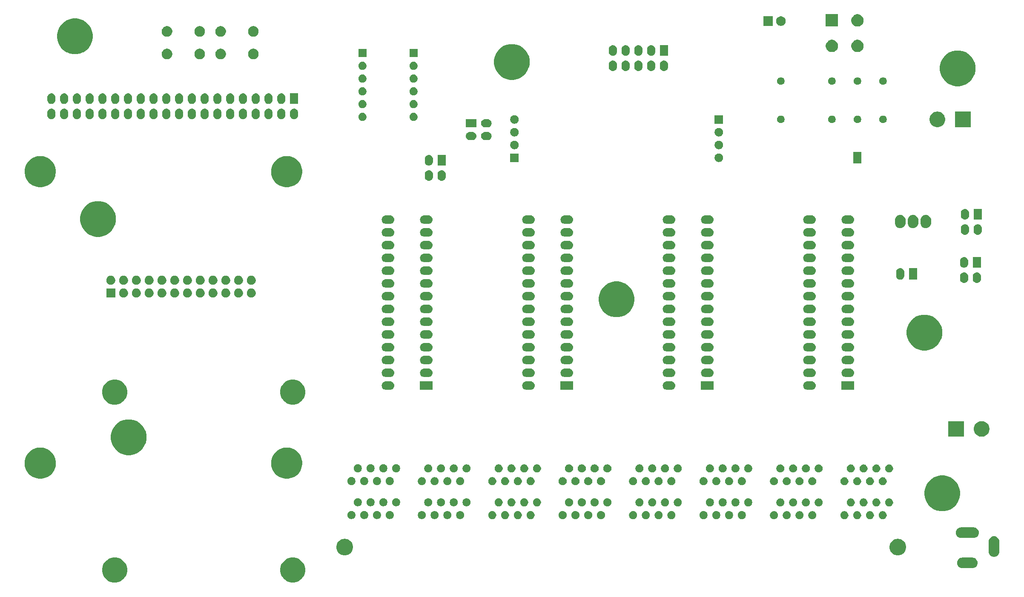
<source format=gbr>
G04 #@! TF.GenerationSoftware,KiCad,Pcbnew,5.1.5+dfsg1-2build2*
G04 #@! TF.CreationDate,2020-11-11T22:45:24+01:00*
G04 #@! TF.ProjectId,MqGateway,4d714761-7465-4776-9179-2e6b69636164,rev?*
G04 #@! TF.SameCoordinates,PX1945ba0PY17d7840*
G04 #@! TF.FileFunction,Soldermask,Top*
G04 #@! TF.FilePolarity,Negative*
%FSLAX46Y46*%
G04 Gerber Fmt 4.6, Leading zero omitted, Abs format (unit mm)*
G04 Created by KiCad (PCBNEW 5.1.5+dfsg1-2build2) date 2020-11-11 22:45:24*
%MOMM*%
%LPD*%
G04 APERTURE LIST*
%ADD10C,0.100000*%
G04 APERTURE END LIST*
D10*
G36*
X56887222Y-114060073D02*
G01*
X57342192Y-114248528D01*
X57342194Y-114248529D01*
X57548315Y-114386255D01*
X57665621Y-114464636D01*
X57751657Y-114522124D01*
X58099876Y-114870343D01*
X58358241Y-115257012D01*
X58373472Y-115279808D01*
X58561927Y-115734778D01*
X58658000Y-116217770D01*
X58658000Y-116710230D01*
X58561927Y-117193222D01*
X58373472Y-117648192D01*
X58373471Y-117648194D01*
X58099876Y-118057657D01*
X57751657Y-118405876D01*
X57342194Y-118679471D01*
X57342193Y-118679472D01*
X57342192Y-118679472D01*
X56887222Y-118867927D01*
X56404230Y-118964000D01*
X55911770Y-118964000D01*
X55428778Y-118867927D01*
X54973808Y-118679472D01*
X54973807Y-118679472D01*
X54973806Y-118679471D01*
X54564343Y-118405876D01*
X54216124Y-118057657D01*
X53942529Y-117648194D01*
X53942528Y-117648192D01*
X53754073Y-117193222D01*
X53658000Y-116710230D01*
X53658000Y-116217770D01*
X53754073Y-115734778D01*
X53942528Y-115279808D01*
X53957760Y-115257012D01*
X54216124Y-114870343D01*
X54564343Y-114522124D01*
X54650380Y-114464636D01*
X54767685Y-114386255D01*
X54973806Y-114248529D01*
X54973808Y-114248528D01*
X55428778Y-114060073D01*
X55911770Y-113964000D01*
X56404230Y-113964000D01*
X56887222Y-114060073D01*
G37*
G36*
X21487222Y-114060073D02*
G01*
X21942192Y-114248528D01*
X21942194Y-114248529D01*
X22148315Y-114386255D01*
X22265621Y-114464636D01*
X22351657Y-114522124D01*
X22699876Y-114870343D01*
X22958241Y-115257012D01*
X22973472Y-115279808D01*
X23161927Y-115734778D01*
X23258000Y-116217770D01*
X23258000Y-116710230D01*
X23161927Y-117193222D01*
X22973472Y-117648192D01*
X22973471Y-117648194D01*
X22699876Y-118057657D01*
X22351657Y-118405876D01*
X21942194Y-118679471D01*
X21942193Y-118679472D01*
X21942192Y-118679472D01*
X21487222Y-118867927D01*
X21004230Y-118964000D01*
X20511770Y-118964000D01*
X20028778Y-118867927D01*
X19573808Y-118679472D01*
X19573807Y-118679472D01*
X19573806Y-118679471D01*
X19164343Y-118405876D01*
X18816124Y-118057657D01*
X18542529Y-117648194D01*
X18542528Y-117648192D01*
X18354073Y-117193222D01*
X18258000Y-116710230D01*
X18258000Y-116217770D01*
X18354073Y-115734778D01*
X18542528Y-115279808D01*
X18557760Y-115257012D01*
X18816124Y-114870343D01*
X19164343Y-114522124D01*
X19250380Y-114464636D01*
X19367685Y-114386255D01*
X19573806Y-114248529D01*
X19573808Y-114248528D01*
X20028778Y-114060073D01*
X20511770Y-113964000D01*
X21004230Y-113964000D01*
X21487222Y-114060073D01*
G37*
G36*
X191506688Y-114015790D02*
G01*
X191506691Y-114015791D01*
X191506692Y-114015791D01*
X191704710Y-114075859D01*
X191704713Y-114075861D01*
X191704714Y-114075861D01*
X191887203Y-114173403D01*
X192047163Y-114304677D01*
X192178437Y-114464637D01*
X192209164Y-114522124D01*
X192275981Y-114647130D01*
X192336049Y-114845148D01*
X192336050Y-114845152D01*
X192356332Y-115051080D01*
X192336050Y-115257008D01*
X192336049Y-115257011D01*
X192336049Y-115257012D01*
X192275981Y-115455030D01*
X192275979Y-115455033D01*
X192275979Y-115455034D01*
X192178437Y-115637523D01*
X192047163Y-115797483D01*
X191887203Y-115928757D01*
X191704714Y-116026299D01*
X191704710Y-116026301D01*
X191506692Y-116086369D01*
X191506691Y-116086369D01*
X191506688Y-116086370D01*
X191352361Y-116101570D01*
X189247639Y-116101570D01*
X189093312Y-116086370D01*
X189093309Y-116086369D01*
X189093308Y-116086369D01*
X188895290Y-116026301D01*
X188895286Y-116026299D01*
X188712797Y-115928757D01*
X188552837Y-115797483D01*
X188421563Y-115637523D01*
X188324021Y-115455034D01*
X188324021Y-115455033D01*
X188324019Y-115455030D01*
X188263951Y-115257012D01*
X188263951Y-115257011D01*
X188263950Y-115257008D01*
X188243668Y-115051080D01*
X188263950Y-114845152D01*
X188263951Y-114845148D01*
X188324019Y-114647130D01*
X188390836Y-114522124D01*
X188421563Y-114464637D01*
X188552837Y-114304677D01*
X188712797Y-114173403D01*
X188895286Y-114075861D01*
X188895287Y-114075861D01*
X188895290Y-114075859D01*
X189093308Y-114015791D01*
X189093309Y-114015791D01*
X189093312Y-114015790D01*
X189247639Y-114000590D01*
X191352361Y-114000590D01*
X191506688Y-114015790D01*
G37*
G36*
X195806907Y-109763830D02*
G01*
X195806910Y-109763831D01*
X195806911Y-109763831D01*
X196004929Y-109823899D01*
X196187424Y-109921444D01*
X196229092Y-109955640D01*
X196347383Y-110052717D01*
X196478657Y-110212677D01*
X196539900Y-110327255D01*
X196576201Y-110395170D01*
X196636269Y-110593188D01*
X196636270Y-110593192D01*
X196651470Y-110747519D01*
X196651470Y-112852241D01*
X196636270Y-113006568D01*
X196636269Y-113006571D01*
X196636269Y-113006572D01*
X196576201Y-113204590D01*
X196576199Y-113204593D01*
X196576199Y-113204594D01*
X196478657Y-113387083D01*
X196347383Y-113547043D01*
X196187423Y-113678317D01*
X196004934Y-113775859D01*
X196004930Y-113775861D01*
X195806912Y-113835929D01*
X195806911Y-113835929D01*
X195806908Y-113835930D01*
X195600980Y-113856212D01*
X195395053Y-113835930D01*
X195395050Y-113835929D01*
X195395049Y-113835929D01*
X195197031Y-113775861D01*
X195197027Y-113775859D01*
X195014538Y-113678317D01*
X194854578Y-113547043D01*
X194723304Y-113387083D01*
X194625762Y-113204594D01*
X194625762Y-113204593D01*
X194625760Y-113204590D01*
X194565692Y-113006572D01*
X194565692Y-113006571D01*
X194565691Y-113006568D01*
X194550491Y-112852241D01*
X194550490Y-110747520D01*
X194565690Y-110593193D01*
X194565691Y-110593189D01*
X194625759Y-110395171D01*
X194723304Y-110212676D01*
X194757500Y-110171008D01*
X194854577Y-110052717D01*
X195014537Y-109921443D01*
X195197026Y-109823901D01*
X195197027Y-109823901D01*
X195197030Y-109823899D01*
X195395048Y-109763831D01*
X195395049Y-109763831D01*
X195395052Y-109763830D01*
X195600980Y-109743548D01*
X195806907Y-109763830D01*
G37*
G36*
X176807133Y-110295527D02*
G01*
X176966637Y-110327255D01*
X177054651Y-110363711D01*
X177267136Y-110451725D01*
X177537578Y-110632429D01*
X177767571Y-110862422D01*
X177948275Y-111132864D01*
X178072745Y-111433364D01*
X178136200Y-111752370D01*
X178136200Y-112077630D01*
X178072745Y-112396636D01*
X177948275Y-112697136D01*
X177767571Y-112967578D01*
X177537578Y-113197571D01*
X177267136Y-113378275D01*
X177054651Y-113466289D01*
X176966637Y-113502745D01*
X176807133Y-113534472D01*
X176647630Y-113566200D01*
X176322370Y-113566200D01*
X176162867Y-113534472D01*
X176003363Y-113502745D01*
X175915349Y-113466289D01*
X175702864Y-113378275D01*
X175432422Y-113197571D01*
X175202429Y-112967578D01*
X175021725Y-112697136D01*
X174897255Y-112396636D01*
X174833800Y-112077630D01*
X174833800Y-111752370D01*
X174897255Y-111433364D01*
X175021725Y-111132864D01*
X175202429Y-110862422D01*
X175432422Y-110632429D01*
X175702864Y-110451725D01*
X175915349Y-110363711D01*
X176003363Y-110327255D01*
X176162867Y-110295527D01*
X176322370Y-110263800D01*
X176647630Y-110263800D01*
X176807133Y-110295527D01*
G37*
G36*
X66807133Y-110295527D02*
G01*
X66966637Y-110327255D01*
X67054651Y-110363711D01*
X67267136Y-110451725D01*
X67537578Y-110632429D01*
X67767571Y-110862422D01*
X67948275Y-111132864D01*
X68072745Y-111433364D01*
X68136200Y-111752370D01*
X68136200Y-112077630D01*
X68072745Y-112396636D01*
X67948275Y-112697136D01*
X67767571Y-112967578D01*
X67537578Y-113197571D01*
X67267136Y-113378275D01*
X67054651Y-113466289D01*
X66966637Y-113502745D01*
X66807133Y-113534472D01*
X66647630Y-113566200D01*
X66322370Y-113566200D01*
X66162867Y-113534472D01*
X66003363Y-113502745D01*
X65915349Y-113466289D01*
X65702864Y-113378275D01*
X65432422Y-113197571D01*
X65202429Y-112967578D01*
X65021725Y-112697136D01*
X64897255Y-112396636D01*
X64833800Y-112077630D01*
X64833800Y-111752370D01*
X64897255Y-111433364D01*
X65021725Y-111132864D01*
X65202429Y-110862422D01*
X65432422Y-110632429D01*
X65702864Y-110451725D01*
X65915349Y-110363711D01*
X66003363Y-110327255D01*
X66162867Y-110295527D01*
X66322370Y-110263800D01*
X66647630Y-110263800D01*
X66807133Y-110295527D01*
G37*
G36*
X191756878Y-108013770D02*
G01*
X191756881Y-108013771D01*
X191756882Y-108013771D01*
X191954900Y-108073839D01*
X191954903Y-108073841D01*
X191954904Y-108073841D01*
X192137393Y-108171383D01*
X192297353Y-108302657D01*
X192428626Y-108462616D01*
X192526171Y-108645110D01*
X192586239Y-108843128D01*
X192586240Y-108843132D01*
X192606522Y-109049060D01*
X192586240Y-109254988D01*
X192586239Y-109254991D01*
X192586239Y-109254992D01*
X192526171Y-109453010D01*
X192526169Y-109453013D01*
X192526169Y-109453014D01*
X192428627Y-109635503D01*
X192297353Y-109795463D01*
X192137393Y-109926737D01*
X191954904Y-110024279D01*
X191954900Y-110024281D01*
X191756882Y-110084349D01*
X191756881Y-110084349D01*
X191756878Y-110084350D01*
X191602551Y-110099550D01*
X188997449Y-110099550D01*
X188843122Y-110084350D01*
X188843119Y-110084349D01*
X188843118Y-110084349D01*
X188645100Y-110024281D01*
X188645096Y-110024279D01*
X188462607Y-109926737D01*
X188302647Y-109795463D01*
X188171373Y-109635503D01*
X188073831Y-109453014D01*
X188073831Y-109453013D01*
X188073829Y-109453010D01*
X188013761Y-109254992D01*
X188013761Y-109254991D01*
X188013760Y-109254988D01*
X187993478Y-109049060D01*
X188013760Y-108843132D01*
X188013761Y-108843128D01*
X188073829Y-108645110D01*
X188171374Y-108462616D01*
X188302647Y-108302657D01*
X188462607Y-108171383D01*
X188645096Y-108073841D01*
X188645097Y-108073841D01*
X188645100Y-108073839D01*
X188843118Y-108013771D01*
X188843119Y-108013771D01*
X188843122Y-108013770D01*
X188997449Y-107998570D01*
X191602551Y-107998570D01*
X191756878Y-108013770D01*
G37*
G36*
X168545878Y-104768832D02*
G01*
X168623309Y-104784234D01*
X168726457Y-104826959D01*
X168745042Y-104834657D01*
X168769186Y-104844658D01*
X168900471Y-104932380D01*
X169012120Y-105044029D01*
X169099842Y-105175314D01*
X169151982Y-105301191D01*
X169160266Y-105321192D01*
X169185103Y-105446051D01*
X169191070Y-105476052D01*
X169191070Y-105633948D01*
X169160266Y-105788809D01*
X169099842Y-105934686D01*
X169012120Y-106065971D01*
X168900471Y-106177620D01*
X168769186Y-106265342D01*
X168623309Y-106325766D01*
X168568994Y-106336570D01*
X168468449Y-106356570D01*
X168310551Y-106356570D01*
X168210006Y-106336570D01*
X168155691Y-106325766D01*
X168009814Y-106265342D01*
X167878529Y-106177620D01*
X167766880Y-106065971D01*
X167679158Y-105934686D01*
X167618734Y-105788809D01*
X167587930Y-105633948D01*
X167587930Y-105476052D01*
X167593898Y-105446051D01*
X167618734Y-105321192D01*
X167627019Y-105301191D01*
X167679158Y-105175314D01*
X167766880Y-105044029D01*
X167878529Y-104932380D01*
X168009814Y-104844658D01*
X168033959Y-104834657D01*
X168052543Y-104826959D01*
X168155691Y-104784234D01*
X168233122Y-104768832D01*
X168310551Y-104753430D01*
X168468449Y-104753430D01*
X168545878Y-104768832D01*
G37*
G36*
X154545878Y-104768832D02*
G01*
X154623309Y-104784234D01*
X154726457Y-104826959D01*
X154745042Y-104834657D01*
X154769186Y-104844658D01*
X154900471Y-104932380D01*
X155012120Y-105044029D01*
X155099842Y-105175314D01*
X155151982Y-105301191D01*
X155160266Y-105321192D01*
X155185103Y-105446051D01*
X155191070Y-105476052D01*
X155191070Y-105633948D01*
X155160266Y-105788809D01*
X155099842Y-105934686D01*
X155012120Y-106065971D01*
X154900471Y-106177620D01*
X154769186Y-106265342D01*
X154623309Y-106325766D01*
X154568994Y-106336570D01*
X154468449Y-106356570D01*
X154310551Y-106356570D01*
X154210006Y-106336570D01*
X154155691Y-106325766D01*
X154009814Y-106265342D01*
X153878529Y-106177620D01*
X153766880Y-106065971D01*
X153679158Y-105934686D01*
X153618734Y-105788809D01*
X153587930Y-105633948D01*
X153587930Y-105476052D01*
X153593898Y-105446051D01*
X153618734Y-105321192D01*
X153627019Y-105301191D01*
X153679158Y-105175314D01*
X153766880Y-105044029D01*
X153878529Y-104932380D01*
X154009814Y-104844658D01*
X154033959Y-104834657D01*
X154052543Y-104826959D01*
X154155691Y-104784234D01*
X154233122Y-104768832D01*
X154310551Y-104753430D01*
X154468449Y-104753430D01*
X154545878Y-104768832D01*
G37*
G36*
X173625878Y-104768832D02*
G01*
X173703309Y-104784234D01*
X173806457Y-104826959D01*
X173825042Y-104834657D01*
X173849186Y-104844658D01*
X173980471Y-104932380D01*
X174092120Y-105044029D01*
X174179842Y-105175314D01*
X174231982Y-105301191D01*
X174240266Y-105321192D01*
X174265103Y-105446051D01*
X174271070Y-105476052D01*
X174271070Y-105633948D01*
X174240266Y-105788809D01*
X174179842Y-105934686D01*
X174092120Y-106065971D01*
X173980471Y-106177620D01*
X173849186Y-106265342D01*
X173703309Y-106325766D01*
X173648994Y-106336570D01*
X173548449Y-106356570D01*
X173390551Y-106356570D01*
X173290006Y-106336570D01*
X173235691Y-106325766D01*
X173089814Y-106265342D01*
X172958529Y-106177620D01*
X172846880Y-106065971D01*
X172759158Y-105934686D01*
X172698734Y-105788809D01*
X172667930Y-105633948D01*
X172667930Y-105476052D01*
X172673898Y-105446051D01*
X172698734Y-105321192D01*
X172707019Y-105301191D01*
X172759158Y-105175314D01*
X172846880Y-105044029D01*
X172958529Y-104932380D01*
X173089814Y-104844658D01*
X173113959Y-104834657D01*
X173132543Y-104826959D01*
X173235691Y-104784234D01*
X173313122Y-104768832D01*
X173390551Y-104753430D01*
X173548449Y-104753430D01*
X173625878Y-104768832D01*
G37*
G36*
X171085878Y-104768832D02*
G01*
X171163309Y-104784234D01*
X171266457Y-104826959D01*
X171285042Y-104834657D01*
X171309186Y-104844658D01*
X171440471Y-104932380D01*
X171552120Y-105044029D01*
X171639842Y-105175314D01*
X171691982Y-105301191D01*
X171700266Y-105321192D01*
X171725103Y-105446051D01*
X171731070Y-105476052D01*
X171731070Y-105633948D01*
X171700266Y-105788809D01*
X171639842Y-105934686D01*
X171552120Y-106065971D01*
X171440471Y-106177620D01*
X171309186Y-106265342D01*
X171163309Y-106325766D01*
X171108994Y-106336570D01*
X171008449Y-106356570D01*
X170850551Y-106356570D01*
X170750006Y-106336570D01*
X170695691Y-106325766D01*
X170549814Y-106265342D01*
X170418529Y-106177620D01*
X170306880Y-106065971D01*
X170219158Y-105934686D01*
X170158734Y-105788809D01*
X170127930Y-105633948D01*
X170127930Y-105476052D01*
X170133898Y-105446051D01*
X170158734Y-105321192D01*
X170167019Y-105301191D01*
X170219158Y-105175314D01*
X170306880Y-105044029D01*
X170418529Y-104932380D01*
X170549814Y-104844658D01*
X170573959Y-104834657D01*
X170592543Y-104826959D01*
X170695691Y-104784234D01*
X170773122Y-104768832D01*
X170850551Y-104753430D01*
X171008449Y-104753430D01*
X171085878Y-104768832D01*
G37*
G36*
X166005878Y-104768832D02*
G01*
X166083309Y-104784234D01*
X166186457Y-104826959D01*
X166205042Y-104834657D01*
X166229186Y-104844658D01*
X166360471Y-104932380D01*
X166472120Y-105044029D01*
X166559842Y-105175314D01*
X166611982Y-105301191D01*
X166620266Y-105321192D01*
X166645103Y-105446051D01*
X166651070Y-105476052D01*
X166651070Y-105633948D01*
X166620266Y-105788809D01*
X166559842Y-105934686D01*
X166472120Y-106065971D01*
X166360471Y-106177620D01*
X166229186Y-106265342D01*
X166083309Y-106325766D01*
X166028994Y-106336570D01*
X165928449Y-106356570D01*
X165770551Y-106356570D01*
X165670006Y-106336570D01*
X165615691Y-106325766D01*
X165469814Y-106265342D01*
X165338529Y-106177620D01*
X165226880Y-106065971D01*
X165139158Y-105934686D01*
X165078734Y-105788809D01*
X165047930Y-105633948D01*
X165047930Y-105476052D01*
X165053898Y-105446051D01*
X165078734Y-105321192D01*
X165087019Y-105301191D01*
X165139158Y-105175314D01*
X165226880Y-105044029D01*
X165338529Y-104932380D01*
X165469814Y-104844658D01*
X165493959Y-104834657D01*
X165512543Y-104826959D01*
X165615691Y-104784234D01*
X165693122Y-104768832D01*
X165770551Y-104753430D01*
X165928449Y-104753430D01*
X166005878Y-104768832D01*
G37*
G36*
X159625878Y-104768832D02*
G01*
X159703309Y-104784234D01*
X159806457Y-104826959D01*
X159825042Y-104834657D01*
X159849186Y-104844658D01*
X159980471Y-104932380D01*
X160092120Y-105044029D01*
X160179842Y-105175314D01*
X160231982Y-105301191D01*
X160240266Y-105321192D01*
X160265103Y-105446051D01*
X160271070Y-105476052D01*
X160271070Y-105633948D01*
X160240266Y-105788809D01*
X160179842Y-105934686D01*
X160092120Y-106065971D01*
X159980471Y-106177620D01*
X159849186Y-106265342D01*
X159703309Y-106325766D01*
X159648994Y-106336570D01*
X159548449Y-106356570D01*
X159390551Y-106356570D01*
X159290006Y-106336570D01*
X159235691Y-106325766D01*
X159089814Y-106265342D01*
X158958529Y-106177620D01*
X158846880Y-106065971D01*
X158759158Y-105934686D01*
X158698734Y-105788809D01*
X158667930Y-105633948D01*
X158667930Y-105476052D01*
X158673898Y-105446051D01*
X158698734Y-105321192D01*
X158707019Y-105301191D01*
X158759158Y-105175314D01*
X158846880Y-105044029D01*
X158958529Y-104932380D01*
X159089814Y-104844658D01*
X159113959Y-104834657D01*
X159132543Y-104826959D01*
X159235691Y-104784234D01*
X159313122Y-104768832D01*
X159390551Y-104753430D01*
X159548449Y-104753430D01*
X159625878Y-104768832D01*
G37*
G36*
X157085878Y-104768832D02*
G01*
X157163309Y-104784234D01*
X157266457Y-104826959D01*
X157285042Y-104834657D01*
X157309186Y-104844658D01*
X157440471Y-104932380D01*
X157552120Y-105044029D01*
X157639842Y-105175314D01*
X157691982Y-105301191D01*
X157700266Y-105321192D01*
X157725103Y-105446051D01*
X157731070Y-105476052D01*
X157731070Y-105633948D01*
X157700266Y-105788809D01*
X157639842Y-105934686D01*
X157552120Y-106065971D01*
X157440471Y-106177620D01*
X157309186Y-106265342D01*
X157163309Y-106325766D01*
X157108994Y-106336570D01*
X157008449Y-106356570D01*
X156850551Y-106356570D01*
X156750006Y-106336570D01*
X156695691Y-106325766D01*
X156549814Y-106265342D01*
X156418529Y-106177620D01*
X156306880Y-106065971D01*
X156219158Y-105934686D01*
X156158734Y-105788809D01*
X156127930Y-105633948D01*
X156127930Y-105476052D01*
X156133898Y-105446051D01*
X156158734Y-105321192D01*
X156167019Y-105301191D01*
X156219158Y-105175314D01*
X156306880Y-105044029D01*
X156418529Y-104932380D01*
X156549814Y-104844658D01*
X156573959Y-104834657D01*
X156592543Y-104826959D01*
X156695691Y-104784234D01*
X156773122Y-104768832D01*
X156850551Y-104753430D01*
X157008449Y-104753430D01*
X157085878Y-104768832D01*
G37*
G36*
X152005878Y-104768832D02*
G01*
X152083309Y-104784234D01*
X152186457Y-104826959D01*
X152205042Y-104834657D01*
X152229186Y-104844658D01*
X152360471Y-104932380D01*
X152472120Y-105044029D01*
X152559842Y-105175314D01*
X152611982Y-105301191D01*
X152620266Y-105321192D01*
X152645103Y-105446051D01*
X152651070Y-105476052D01*
X152651070Y-105633948D01*
X152620266Y-105788809D01*
X152559842Y-105934686D01*
X152472120Y-106065971D01*
X152360471Y-106177620D01*
X152229186Y-106265342D01*
X152083309Y-106325766D01*
X152028994Y-106336570D01*
X151928449Y-106356570D01*
X151770551Y-106356570D01*
X151670006Y-106336570D01*
X151615691Y-106325766D01*
X151469814Y-106265342D01*
X151338529Y-106177620D01*
X151226880Y-106065971D01*
X151139158Y-105934686D01*
X151078734Y-105788809D01*
X151047930Y-105633948D01*
X151047930Y-105476052D01*
X151053898Y-105446051D01*
X151078734Y-105321192D01*
X151087019Y-105301191D01*
X151139158Y-105175314D01*
X151226880Y-105044029D01*
X151338529Y-104932380D01*
X151469814Y-104844658D01*
X151493959Y-104834657D01*
X151512543Y-104826959D01*
X151615691Y-104784234D01*
X151693122Y-104768832D01*
X151770551Y-104753430D01*
X151928449Y-104753430D01*
X152005878Y-104768832D01*
G37*
G36*
X103577671Y-104753430D02*
G01*
X103682259Y-104774234D01*
X103785407Y-104816959D01*
X103803992Y-104824657D01*
X103828136Y-104834658D01*
X103959421Y-104922380D01*
X104071070Y-105034029D01*
X104158792Y-105165314D01*
X104219216Y-105311191D01*
X104250020Y-105466052D01*
X104250020Y-105623948D01*
X104219216Y-105778809D01*
X104158792Y-105924686D01*
X104071070Y-106055971D01*
X103959421Y-106167620D01*
X103828136Y-106255342D01*
X103828135Y-106255343D01*
X103828134Y-106255343D01*
X103785407Y-106273041D01*
X103682259Y-106315766D01*
X103631986Y-106325766D01*
X103527399Y-106346570D01*
X103369501Y-106346570D01*
X103264914Y-106325766D01*
X103214641Y-106315766D01*
X103111493Y-106273041D01*
X103068766Y-106255343D01*
X103068765Y-106255343D01*
X103068764Y-106255342D01*
X102937479Y-106167620D01*
X102825830Y-106055971D01*
X102738108Y-105924686D01*
X102677684Y-105778809D01*
X102646880Y-105623948D01*
X102646880Y-105466052D01*
X102677684Y-105311191D01*
X102738108Y-105165314D01*
X102825830Y-105034029D01*
X102937479Y-104922380D01*
X103068764Y-104834658D01*
X103092909Y-104824657D01*
X103111493Y-104816959D01*
X103214641Y-104774234D01*
X103319229Y-104753430D01*
X103369501Y-104743430D01*
X103527399Y-104743430D01*
X103577671Y-104753430D01*
G37*
G36*
X109957836Y-104753430D02*
G01*
X110062424Y-104774234D01*
X110165572Y-104816959D01*
X110184157Y-104824657D01*
X110208301Y-104834658D01*
X110339586Y-104922380D01*
X110451235Y-105034029D01*
X110538957Y-105165314D01*
X110599381Y-105311191D01*
X110630185Y-105466052D01*
X110630185Y-105623948D01*
X110599381Y-105778809D01*
X110538957Y-105924686D01*
X110451235Y-106055971D01*
X110339586Y-106167620D01*
X110208301Y-106255342D01*
X110208300Y-106255343D01*
X110208299Y-106255343D01*
X110165572Y-106273041D01*
X110062424Y-106315766D01*
X110012151Y-106325766D01*
X109907564Y-106346570D01*
X109749666Y-106346570D01*
X109645079Y-106325766D01*
X109594806Y-106315766D01*
X109491658Y-106273041D01*
X109448931Y-106255343D01*
X109448930Y-106255343D01*
X109448929Y-106255342D01*
X109317644Y-106167620D01*
X109205995Y-106055971D01*
X109118273Y-105924686D01*
X109057849Y-105778809D01*
X109027045Y-105623948D01*
X109027045Y-105466052D01*
X109057849Y-105311191D01*
X109118273Y-105165314D01*
X109205995Y-105034029D01*
X109317644Y-104922380D01*
X109448929Y-104834658D01*
X109473074Y-104824657D01*
X109491658Y-104816959D01*
X109594806Y-104774234D01*
X109699394Y-104753430D01*
X109749666Y-104743430D01*
X109907564Y-104743430D01*
X109957836Y-104753430D01*
G37*
G36*
X115037836Y-104753430D02*
G01*
X115142424Y-104774234D01*
X115245572Y-104816959D01*
X115264157Y-104824657D01*
X115288301Y-104834658D01*
X115419586Y-104922380D01*
X115531235Y-105034029D01*
X115618957Y-105165314D01*
X115679381Y-105311191D01*
X115710185Y-105466052D01*
X115710185Y-105623948D01*
X115679381Y-105778809D01*
X115618957Y-105924686D01*
X115531235Y-106055971D01*
X115419586Y-106167620D01*
X115288301Y-106255342D01*
X115288300Y-106255343D01*
X115288299Y-106255343D01*
X115245572Y-106273041D01*
X115142424Y-106315766D01*
X115092151Y-106325766D01*
X114987564Y-106346570D01*
X114829666Y-106346570D01*
X114725079Y-106325766D01*
X114674806Y-106315766D01*
X114571658Y-106273041D01*
X114528931Y-106255343D01*
X114528930Y-106255343D01*
X114528929Y-106255342D01*
X114397644Y-106167620D01*
X114285995Y-106055971D01*
X114198273Y-105924686D01*
X114137849Y-105778809D01*
X114107045Y-105623948D01*
X114107045Y-105466052D01*
X114137849Y-105311191D01*
X114198273Y-105165314D01*
X114285995Y-105034029D01*
X114397644Y-104922380D01*
X114528929Y-104834658D01*
X114553074Y-104824657D01*
X114571658Y-104816959D01*
X114674806Y-104774234D01*
X114779394Y-104753430D01*
X114829666Y-104743430D01*
X114987564Y-104743430D01*
X115037836Y-104753430D01*
G37*
G36*
X101037671Y-104753430D02*
G01*
X101142259Y-104774234D01*
X101245407Y-104816959D01*
X101263992Y-104824657D01*
X101288136Y-104834658D01*
X101419421Y-104922380D01*
X101531070Y-105034029D01*
X101618792Y-105165314D01*
X101679216Y-105311191D01*
X101710020Y-105466052D01*
X101710020Y-105623948D01*
X101679216Y-105778809D01*
X101618792Y-105924686D01*
X101531070Y-106055971D01*
X101419421Y-106167620D01*
X101288136Y-106255342D01*
X101288135Y-106255343D01*
X101288134Y-106255343D01*
X101245407Y-106273041D01*
X101142259Y-106315766D01*
X101091986Y-106325766D01*
X100987399Y-106346570D01*
X100829501Y-106346570D01*
X100724914Y-106325766D01*
X100674641Y-106315766D01*
X100571493Y-106273041D01*
X100528766Y-106255343D01*
X100528765Y-106255343D01*
X100528764Y-106255342D01*
X100397479Y-106167620D01*
X100285830Y-106055971D01*
X100198108Y-105924686D01*
X100137684Y-105778809D01*
X100106880Y-105623948D01*
X100106880Y-105466052D01*
X100137684Y-105311191D01*
X100198108Y-105165314D01*
X100285830Y-105034029D01*
X100397479Y-104922380D01*
X100528764Y-104834658D01*
X100552909Y-104824657D01*
X100571493Y-104816959D01*
X100674641Y-104774234D01*
X100779229Y-104753430D01*
X100829501Y-104743430D01*
X100987399Y-104743430D01*
X101037671Y-104753430D01*
G37*
G36*
X98497671Y-104753430D02*
G01*
X98602259Y-104774234D01*
X98705407Y-104816959D01*
X98723992Y-104824657D01*
X98748136Y-104834658D01*
X98879421Y-104922380D01*
X98991070Y-105034029D01*
X99078792Y-105165314D01*
X99139216Y-105311191D01*
X99170020Y-105466052D01*
X99170020Y-105623948D01*
X99139216Y-105778809D01*
X99078792Y-105924686D01*
X98991070Y-106055971D01*
X98879421Y-106167620D01*
X98748136Y-106255342D01*
X98748135Y-106255343D01*
X98748134Y-106255343D01*
X98705407Y-106273041D01*
X98602259Y-106315766D01*
X98551986Y-106325766D01*
X98447399Y-106346570D01*
X98289501Y-106346570D01*
X98184914Y-106325766D01*
X98134641Y-106315766D01*
X98031493Y-106273041D01*
X97988766Y-106255343D01*
X97988765Y-106255343D01*
X97988764Y-106255342D01*
X97857479Y-106167620D01*
X97745830Y-106055971D01*
X97658108Y-105924686D01*
X97597684Y-105778809D01*
X97566880Y-105623948D01*
X97566880Y-105466052D01*
X97597684Y-105311191D01*
X97658108Y-105165314D01*
X97745830Y-105034029D01*
X97857479Y-104922380D01*
X97988764Y-104834658D01*
X98012909Y-104824657D01*
X98031493Y-104816959D01*
X98134641Y-104774234D01*
X98239229Y-104753430D01*
X98289501Y-104743430D01*
X98447399Y-104743430D01*
X98497671Y-104753430D01*
G37*
G36*
X95957671Y-104753430D02*
G01*
X96062259Y-104774234D01*
X96165407Y-104816959D01*
X96183992Y-104824657D01*
X96208136Y-104834658D01*
X96339421Y-104922380D01*
X96451070Y-105034029D01*
X96538792Y-105165314D01*
X96599216Y-105311191D01*
X96630020Y-105466052D01*
X96630020Y-105623948D01*
X96599216Y-105778809D01*
X96538792Y-105924686D01*
X96451070Y-106055971D01*
X96339421Y-106167620D01*
X96208136Y-106255342D01*
X96208135Y-106255343D01*
X96208134Y-106255343D01*
X96165407Y-106273041D01*
X96062259Y-106315766D01*
X96011986Y-106325766D01*
X95907399Y-106346570D01*
X95749501Y-106346570D01*
X95644914Y-106325766D01*
X95594641Y-106315766D01*
X95491493Y-106273041D01*
X95448766Y-106255343D01*
X95448765Y-106255343D01*
X95448764Y-106255342D01*
X95317479Y-106167620D01*
X95205830Y-106055971D01*
X95118108Y-105924686D01*
X95057684Y-105778809D01*
X95026880Y-105623948D01*
X95026880Y-105466052D01*
X95057684Y-105311191D01*
X95118108Y-105165314D01*
X95205830Y-105034029D01*
X95317479Y-104922380D01*
X95448764Y-104834658D01*
X95472909Y-104824657D01*
X95491493Y-104816959D01*
X95594641Y-104774234D01*
X95699229Y-104753430D01*
X95749501Y-104743430D01*
X95907399Y-104743430D01*
X95957671Y-104753430D01*
G37*
G36*
X117577836Y-104753430D02*
G01*
X117682424Y-104774234D01*
X117785572Y-104816959D01*
X117804157Y-104824657D01*
X117828301Y-104834658D01*
X117959586Y-104922380D01*
X118071235Y-105034029D01*
X118158957Y-105165314D01*
X118219381Y-105311191D01*
X118250185Y-105466052D01*
X118250185Y-105623948D01*
X118219381Y-105778809D01*
X118158957Y-105924686D01*
X118071235Y-106055971D01*
X117959586Y-106167620D01*
X117828301Y-106255342D01*
X117828300Y-106255343D01*
X117828299Y-106255343D01*
X117785572Y-106273041D01*
X117682424Y-106315766D01*
X117632151Y-106325766D01*
X117527564Y-106346570D01*
X117369666Y-106346570D01*
X117265079Y-106325766D01*
X117214806Y-106315766D01*
X117111658Y-106273041D01*
X117068931Y-106255343D01*
X117068930Y-106255343D01*
X117068929Y-106255342D01*
X116937644Y-106167620D01*
X116825995Y-106055971D01*
X116738273Y-105924686D01*
X116677849Y-105778809D01*
X116647045Y-105623948D01*
X116647045Y-105466052D01*
X116677849Y-105311191D01*
X116738273Y-105165314D01*
X116825995Y-105034029D01*
X116937644Y-104922380D01*
X117068929Y-104834658D01*
X117093074Y-104824657D01*
X117111658Y-104816959D01*
X117214806Y-104774234D01*
X117319394Y-104753430D01*
X117369666Y-104743430D01*
X117527564Y-104743430D01*
X117577836Y-104753430D01*
G37*
G36*
X112497836Y-104753430D02*
G01*
X112602424Y-104774234D01*
X112705572Y-104816959D01*
X112724157Y-104824657D01*
X112748301Y-104834658D01*
X112879586Y-104922380D01*
X112991235Y-105034029D01*
X113078957Y-105165314D01*
X113139381Y-105311191D01*
X113170185Y-105466052D01*
X113170185Y-105623948D01*
X113139381Y-105778809D01*
X113078957Y-105924686D01*
X112991235Y-106055971D01*
X112879586Y-106167620D01*
X112748301Y-106255342D01*
X112748300Y-106255343D01*
X112748299Y-106255343D01*
X112705572Y-106273041D01*
X112602424Y-106315766D01*
X112552151Y-106325766D01*
X112447564Y-106346570D01*
X112289666Y-106346570D01*
X112185079Y-106325766D01*
X112134806Y-106315766D01*
X112031658Y-106273041D01*
X111988931Y-106255343D01*
X111988930Y-106255343D01*
X111988929Y-106255342D01*
X111857644Y-106167620D01*
X111745995Y-106055971D01*
X111658273Y-105924686D01*
X111597849Y-105778809D01*
X111567045Y-105623948D01*
X111567045Y-105466052D01*
X111597849Y-105311191D01*
X111658273Y-105165314D01*
X111745995Y-105034029D01*
X111857644Y-104922380D01*
X111988929Y-104834658D01*
X112013074Y-104824657D01*
X112031658Y-104816959D01*
X112134806Y-104774234D01*
X112239394Y-104753430D01*
X112289666Y-104743430D01*
X112447564Y-104743430D01*
X112497836Y-104753430D01*
G37*
G36*
X123968121Y-104753430D02*
G01*
X124072709Y-104774234D01*
X124175857Y-104816959D01*
X124194442Y-104824657D01*
X124218586Y-104834658D01*
X124349871Y-104922380D01*
X124461520Y-105034029D01*
X124549242Y-105165314D01*
X124609666Y-105311191D01*
X124640470Y-105466052D01*
X124640470Y-105623948D01*
X124609666Y-105778809D01*
X124549242Y-105924686D01*
X124461520Y-106055971D01*
X124349871Y-106167620D01*
X124218586Y-106255342D01*
X124218585Y-106255343D01*
X124218584Y-106255343D01*
X124175857Y-106273041D01*
X124072709Y-106315766D01*
X124022436Y-106325766D01*
X123917849Y-106346570D01*
X123759951Y-106346570D01*
X123655364Y-106325766D01*
X123605091Y-106315766D01*
X123501943Y-106273041D01*
X123459216Y-106255343D01*
X123459215Y-106255343D01*
X123459214Y-106255342D01*
X123327929Y-106167620D01*
X123216280Y-106055971D01*
X123128558Y-105924686D01*
X123068134Y-105778809D01*
X123037330Y-105623948D01*
X123037330Y-105466052D01*
X123068134Y-105311191D01*
X123128558Y-105165314D01*
X123216280Y-105034029D01*
X123327929Y-104922380D01*
X123459214Y-104834658D01*
X123483359Y-104824657D01*
X123501943Y-104816959D01*
X123605091Y-104774234D01*
X123709679Y-104753430D01*
X123759951Y-104743430D01*
X123917849Y-104743430D01*
X123968121Y-104753430D01*
G37*
G36*
X145588321Y-104753430D02*
G01*
X145692909Y-104774234D01*
X145796057Y-104816959D01*
X145814642Y-104824657D01*
X145838786Y-104834658D01*
X145970071Y-104922380D01*
X146081720Y-105034029D01*
X146169442Y-105165314D01*
X146229866Y-105311191D01*
X146260670Y-105466052D01*
X146260670Y-105623948D01*
X146229866Y-105778809D01*
X146169442Y-105924686D01*
X146081720Y-106055971D01*
X145970071Y-106167620D01*
X145838786Y-106255342D01*
X145838785Y-106255343D01*
X145838784Y-106255343D01*
X145796057Y-106273041D01*
X145692909Y-106315766D01*
X145642636Y-106325766D01*
X145538049Y-106346570D01*
X145380151Y-106346570D01*
X145275564Y-106325766D01*
X145225291Y-106315766D01*
X145122143Y-106273041D01*
X145079416Y-106255343D01*
X145079415Y-106255343D01*
X145079414Y-106255342D01*
X144948129Y-106167620D01*
X144836480Y-106055971D01*
X144748758Y-105924686D01*
X144688334Y-105778809D01*
X144657530Y-105623948D01*
X144657530Y-105466052D01*
X144688334Y-105311191D01*
X144748758Y-105165314D01*
X144836480Y-105034029D01*
X144948129Y-104922380D01*
X145079414Y-104834658D01*
X145103559Y-104824657D01*
X145122143Y-104816959D01*
X145225291Y-104774234D01*
X145329879Y-104753430D01*
X145380151Y-104743430D01*
X145538049Y-104743430D01*
X145588321Y-104753430D01*
G37*
G36*
X143048321Y-104753430D02*
G01*
X143152909Y-104774234D01*
X143256057Y-104816959D01*
X143274642Y-104824657D01*
X143298786Y-104834658D01*
X143430071Y-104922380D01*
X143541720Y-105034029D01*
X143629442Y-105165314D01*
X143689866Y-105311191D01*
X143720670Y-105466052D01*
X143720670Y-105623948D01*
X143689866Y-105778809D01*
X143629442Y-105924686D01*
X143541720Y-106055971D01*
X143430071Y-106167620D01*
X143298786Y-106255342D01*
X143298785Y-106255343D01*
X143298784Y-106255343D01*
X143256057Y-106273041D01*
X143152909Y-106315766D01*
X143102636Y-106325766D01*
X142998049Y-106346570D01*
X142840151Y-106346570D01*
X142735564Y-106325766D01*
X142685291Y-106315766D01*
X142582143Y-106273041D01*
X142539416Y-106255343D01*
X142539415Y-106255343D01*
X142539414Y-106255342D01*
X142408129Y-106167620D01*
X142296480Y-106055971D01*
X142208758Y-105924686D01*
X142148334Y-105778809D01*
X142117530Y-105623948D01*
X142117530Y-105466052D01*
X142148334Y-105311191D01*
X142208758Y-105165314D01*
X142296480Y-105034029D01*
X142408129Y-104922380D01*
X142539414Y-104834658D01*
X142563559Y-104824657D01*
X142582143Y-104816959D01*
X142685291Y-104774234D01*
X142789879Y-104753430D01*
X142840151Y-104743430D01*
X142998049Y-104743430D01*
X143048321Y-104753430D01*
G37*
G36*
X137968321Y-104753430D02*
G01*
X138072909Y-104774234D01*
X138176057Y-104816959D01*
X138194642Y-104824657D01*
X138218786Y-104834658D01*
X138350071Y-104922380D01*
X138461720Y-105034029D01*
X138549442Y-105165314D01*
X138609866Y-105311191D01*
X138640670Y-105466052D01*
X138640670Y-105623948D01*
X138609866Y-105778809D01*
X138549442Y-105924686D01*
X138461720Y-106055971D01*
X138350071Y-106167620D01*
X138218786Y-106255342D01*
X138218785Y-106255343D01*
X138218784Y-106255343D01*
X138176057Y-106273041D01*
X138072909Y-106315766D01*
X138022636Y-106325766D01*
X137918049Y-106346570D01*
X137760151Y-106346570D01*
X137655564Y-106325766D01*
X137605291Y-106315766D01*
X137502143Y-106273041D01*
X137459416Y-106255343D01*
X137459415Y-106255343D01*
X137459414Y-106255342D01*
X137328129Y-106167620D01*
X137216480Y-106055971D01*
X137128758Y-105924686D01*
X137068334Y-105778809D01*
X137037530Y-105623948D01*
X137037530Y-105466052D01*
X137068334Y-105311191D01*
X137128758Y-105165314D01*
X137216480Y-105034029D01*
X137328129Y-104922380D01*
X137459414Y-104834658D01*
X137483559Y-104824657D01*
X137502143Y-104816959D01*
X137605291Y-104774234D01*
X137709879Y-104753430D01*
X137760151Y-104743430D01*
X137918049Y-104743430D01*
X137968321Y-104753430D01*
G37*
G36*
X140508321Y-104753430D02*
G01*
X140612909Y-104774234D01*
X140716057Y-104816959D01*
X140734642Y-104824657D01*
X140758786Y-104834658D01*
X140890071Y-104922380D01*
X141001720Y-105034029D01*
X141089442Y-105165314D01*
X141149866Y-105311191D01*
X141180670Y-105466052D01*
X141180670Y-105623948D01*
X141149866Y-105778809D01*
X141089442Y-105924686D01*
X141001720Y-106055971D01*
X140890071Y-106167620D01*
X140758786Y-106255342D01*
X140758785Y-106255343D01*
X140758784Y-106255343D01*
X140716057Y-106273041D01*
X140612909Y-106315766D01*
X140562636Y-106325766D01*
X140458049Y-106346570D01*
X140300151Y-106346570D01*
X140195564Y-106325766D01*
X140145291Y-106315766D01*
X140042143Y-106273041D01*
X139999416Y-106255343D01*
X139999415Y-106255343D01*
X139999414Y-106255342D01*
X139868129Y-106167620D01*
X139756480Y-106055971D01*
X139668758Y-105924686D01*
X139608334Y-105778809D01*
X139577530Y-105623948D01*
X139577530Y-105466052D01*
X139608334Y-105311191D01*
X139668758Y-105165314D01*
X139756480Y-105034029D01*
X139868129Y-104922380D01*
X139999414Y-104834658D01*
X140023559Y-104824657D01*
X140042143Y-104816959D01*
X140145291Y-104774234D01*
X140249879Y-104753430D01*
X140300151Y-104743430D01*
X140458049Y-104743430D01*
X140508321Y-104753430D01*
G37*
G36*
X131588121Y-104753430D02*
G01*
X131692709Y-104774234D01*
X131795857Y-104816959D01*
X131814442Y-104824657D01*
X131838586Y-104834658D01*
X131969871Y-104922380D01*
X132081520Y-105034029D01*
X132169242Y-105165314D01*
X132229666Y-105311191D01*
X132260470Y-105466052D01*
X132260470Y-105623948D01*
X132229666Y-105778809D01*
X132169242Y-105924686D01*
X132081520Y-106055971D01*
X131969871Y-106167620D01*
X131838586Y-106255342D01*
X131838585Y-106255343D01*
X131838584Y-106255343D01*
X131795857Y-106273041D01*
X131692709Y-106315766D01*
X131642436Y-106325766D01*
X131537849Y-106346570D01*
X131379951Y-106346570D01*
X131275364Y-106325766D01*
X131225091Y-106315766D01*
X131121943Y-106273041D01*
X131079216Y-106255343D01*
X131079215Y-106255343D01*
X131079214Y-106255342D01*
X130947929Y-106167620D01*
X130836280Y-106055971D01*
X130748558Y-105924686D01*
X130688134Y-105778809D01*
X130657330Y-105623948D01*
X130657330Y-105466052D01*
X130688134Y-105311191D01*
X130748558Y-105165314D01*
X130836280Y-105034029D01*
X130947929Y-104922380D01*
X131079214Y-104834658D01*
X131103359Y-104824657D01*
X131121943Y-104816959D01*
X131225091Y-104774234D01*
X131329679Y-104753430D01*
X131379951Y-104743430D01*
X131537849Y-104743430D01*
X131588121Y-104753430D01*
G37*
G36*
X129048121Y-104753430D02*
G01*
X129152709Y-104774234D01*
X129255857Y-104816959D01*
X129274442Y-104824657D01*
X129298586Y-104834658D01*
X129429871Y-104922380D01*
X129541520Y-105034029D01*
X129629242Y-105165314D01*
X129689666Y-105311191D01*
X129720470Y-105466052D01*
X129720470Y-105623948D01*
X129689666Y-105778809D01*
X129629242Y-105924686D01*
X129541520Y-106055971D01*
X129429871Y-106167620D01*
X129298586Y-106255342D01*
X129298585Y-106255343D01*
X129298584Y-106255343D01*
X129255857Y-106273041D01*
X129152709Y-106315766D01*
X129102436Y-106325766D01*
X128997849Y-106346570D01*
X128839951Y-106346570D01*
X128735364Y-106325766D01*
X128685091Y-106315766D01*
X128581943Y-106273041D01*
X128539216Y-106255343D01*
X128539215Y-106255343D01*
X128539214Y-106255342D01*
X128407929Y-106167620D01*
X128296280Y-106055971D01*
X128208558Y-105924686D01*
X128148134Y-105778809D01*
X128117330Y-105623948D01*
X128117330Y-105466052D01*
X128148134Y-105311191D01*
X128208558Y-105165314D01*
X128296280Y-105034029D01*
X128407929Y-104922380D01*
X128539214Y-104834658D01*
X128563359Y-104824657D01*
X128581943Y-104816959D01*
X128685091Y-104774234D01*
X128789679Y-104753430D01*
X128839951Y-104743430D01*
X128997849Y-104743430D01*
X129048121Y-104753430D01*
G37*
G36*
X126508121Y-104753430D02*
G01*
X126612709Y-104774234D01*
X126715857Y-104816959D01*
X126734442Y-104824657D01*
X126758586Y-104834658D01*
X126889871Y-104922380D01*
X127001520Y-105034029D01*
X127089242Y-105165314D01*
X127149666Y-105311191D01*
X127180470Y-105466052D01*
X127180470Y-105623948D01*
X127149666Y-105778809D01*
X127089242Y-105924686D01*
X127001520Y-106055971D01*
X126889871Y-106167620D01*
X126758586Y-106255342D01*
X126758585Y-106255343D01*
X126758584Y-106255343D01*
X126715857Y-106273041D01*
X126612709Y-106315766D01*
X126562436Y-106325766D01*
X126457849Y-106346570D01*
X126299951Y-106346570D01*
X126195364Y-106325766D01*
X126145091Y-106315766D01*
X126041943Y-106273041D01*
X125999216Y-106255343D01*
X125999215Y-106255343D01*
X125999214Y-106255342D01*
X125867929Y-106167620D01*
X125756280Y-106055971D01*
X125668558Y-105924686D01*
X125608134Y-105778809D01*
X125577330Y-105623948D01*
X125577330Y-105466052D01*
X125608134Y-105311191D01*
X125668558Y-105165314D01*
X125756280Y-105034029D01*
X125867929Y-104922380D01*
X125999214Y-104834658D01*
X126023359Y-104824657D01*
X126041943Y-104816959D01*
X126145091Y-104774234D01*
X126249679Y-104753430D01*
X126299951Y-104743430D01*
X126457849Y-104743430D01*
X126508121Y-104753430D01*
G37*
G36*
X81957441Y-104743430D02*
G01*
X82062029Y-104764234D01*
X82110313Y-104784234D01*
X82183762Y-104814657D01*
X82207906Y-104824658D01*
X82339191Y-104912380D01*
X82450840Y-105024029D01*
X82538562Y-105155314D01*
X82598986Y-105301191D01*
X82629790Y-105456052D01*
X82629790Y-105613948D01*
X82598986Y-105768809D01*
X82538562Y-105914686D01*
X82450840Y-106045971D01*
X82339191Y-106157620D01*
X82207906Y-106245342D01*
X82207905Y-106245343D01*
X82207904Y-106245343D01*
X82165177Y-106263041D01*
X82062029Y-106305766D01*
X82011756Y-106315766D01*
X81907169Y-106336570D01*
X81749271Y-106336570D01*
X81644684Y-106315766D01*
X81594411Y-106305766D01*
X81491263Y-106263041D01*
X81448536Y-106245343D01*
X81448535Y-106245343D01*
X81448534Y-106245342D01*
X81317249Y-106157620D01*
X81205600Y-106045971D01*
X81117878Y-105914686D01*
X81057454Y-105768809D01*
X81026650Y-105613948D01*
X81026650Y-105456052D01*
X81057454Y-105301191D01*
X81117878Y-105155314D01*
X81205600Y-105024029D01*
X81317249Y-104912380D01*
X81448534Y-104824658D01*
X81472679Y-104814657D01*
X81546127Y-104784234D01*
X81594411Y-104764234D01*
X81698999Y-104743430D01*
X81749271Y-104733430D01*
X81907169Y-104733430D01*
X81957441Y-104743430D01*
G37*
G36*
X87037441Y-104743430D02*
G01*
X87142029Y-104764234D01*
X87190313Y-104784234D01*
X87263762Y-104814657D01*
X87287906Y-104824658D01*
X87419191Y-104912380D01*
X87530840Y-105024029D01*
X87618562Y-105155314D01*
X87678986Y-105301191D01*
X87709790Y-105456052D01*
X87709790Y-105613948D01*
X87678986Y-105768809D01*
X87618562Y-105914686D01*
X87530840Y-106045971D01*
X87419191Y-106157620D01*
X87287906Y-106245342D01*
X87287905Y-106245343D01*
X87287904Y-106245343D01*
X87245177Y-106263041D01*
X87142029Y-106305766D01*
X87091756Y-106315766D01*
X86987169Y-106336570D01*
X86829271Y-106336570D01*
X86724684Y-106315766D01*
X86674411Y-106305766D01*
X86571263Y-106263041D01*
X86528536Y-106245343D01*
X86528535Y-106245343D01*
X86528534Y-106245342D01*
X86397249Y-106157620D01*
X86285600Y-106045971D01*
X86197878Y-105914686D01*
X86137454Y-105768809D01*
X86106650Y-105613948D01*
X86106650Y-105456052D01*
X86137454Y-105301191D01*
X86197878Y-105155314D01*
X86285600Y-105024029D01*
X86397249Y-104912380D01*
X86528534Y-104824658D01*
X86552679Y-104814657D01*
X86626127Y-104784234D01*
X86674411Y-104764234D01*
X86778999Y-104743430D01*
X86829271Y-104733430D01*
X86987169Y-104733430D01*
X87037441Y-104743430D01*
G37*
G36*
X84497441Y-104743430D02*
G01*
X84602029Y-104764234D01*
X84650313Y-104784234D01*
X84723762Y-104814657D01*
X84747906Y-104824658D01*
X84879191Y-104912380D01*
X84990840Y-105024029D01*
X85078562Y-105155314D01*
X85138986Y-105301191D01*
X85169790Y-105456052D01*
X85169790Y-105613948D01*
X85138986Y-105768809D01*
X85078562Y-105914686D01*
X84990840Y-106045971D01*
X84879191Y-106157620D01*
X84747906Y-106245342D01*
X84747905Y-106245343D01*
X84747904Y-106245343D01*
X84705177Y-106263041D01*
X84602029Y-106305766D01*
X84551756Y-106315766D01*
X84447169Y-106336570D01*
X84289271Y-106336570D01*
X84184684Y-106315766D01*
X84134411Y-106305766D01*
X84031263Y-106263041D01*
X83988536Y-106245343D01*
X83988535Y-106245343D01*
X83988534Y-106245342D01*
X83857249Y-106157620D01*
X83745600Y-106045971D01*
X83657878Y-105914686D01*
X83597454Y-105768809D01*
X83566650Y-105613948D01*
X83566650Y-105456052D01*
X83597454Y-105301191D01*
X83657878Y-105155314D01*
X83745600Y-105024029D01*
X83857249Y-104912380D01*
X83988534Y-104824658D01*
X84012679Y-104814657D01*
X84086127Y-104784234D01*
X84134411Y-104764234D01*
X84238999Y-104743430D01*
X84289271Y-104733430D01*
X84447169Y-104733430D01*
X84497441Y-104743430D01*
G37*
G36*
X89577441Y-104743430D02*
G01*
X89682029Y-104764234D01*
X89730313Y-104784234D01*
X89803762Y-104814657D01*
X89827906Y-104824658D01*
X89959191Y-104912380D01*
X90070840Y-105024029D01*
X90158562Y-105155314D01*
X90218986Y-105301191D01*
X90249790Y-105456052D01*
X90249790Y-105613948D01*
X90218986Y-105768809D01*
X90158562Y-105914686D01*
X90070840Y-106045971D01*
X89959191Y-106157620D01*
X89827906Y-106245342D01*
X89827905Y-106245343D01*
X89827904Y-106245343D01*
X89785177Y-106263041D01*
X89682029Y-106305766D01*
X89631756Y-106315766D01*
X89527169Y-106336570D01*
X89369271Y-106336570D01*
X89264684Y-106315766D01*
X89214411Y-106305766D01*
X89111263Y-106263041D01*
X89068536Y-106245343D01*
X89068535Y-106245343D01*
X89068534Y-106245342D01*
X88937249Y-106157620D01*
X88825600Y-106045971D01*
X88737878Y-105914686D01*
X88677454Y-105768809D01*
X88646650Y-105613948D01*
X88646650Y-105456052D01*
X88677454Y-105301191D01*
X88737878Y-105155314D01*
X88825600Y-105024029D01*
X88937249Y-104912380D01*
X89068534Y-104824658D01*
X89092679Y-104814657D01*
X89166127Y-104784234D01*
X89214411Y-104764234D01*
X89318999Y-104743430D01*
X89369271Y-104733430D01*
X89527169Y-104733430D01*
X89577441Y-104743430D01*
G37*
G36*
X67957221Y-104733430D02*
G01*
X68061809Y-104754234D01*
X68207686Y-104814658D01*
X68338971Y-104902380D01*
X68450620Y-105014029D01*
X68538342Y-105145314D01*
X68598766Y-105291191D01*
X68629570Y-105446051D01*
X68629570Y-105603949D01*
X68614168Y-105681378D01*
X68598766Y-105758809D01*
X68538342Y-105904686D01*
X68450620Y-106035971D01*
X68338971Y-106147620D01*
X68207686Y-106235342D01*
X68207685Y-106235343D01*
X68207684Y-106235343D01*
X68164957Y-106253041D01*
X68061809Y-106295766D01*
X68011536Y-106305766D01*
X67906949Y-106326570D01*
X67749051Y-106326570D01*
X67644464Y-106305766D01*
X67594191Y-106295766D01*
X67491043Y-106253041D01*
X67448316Y-106235343D01*
X67448315Y-106235343D01*
X67448314Y-106235342D01*
X67317029Y-106147620D01*
X67205380Y-106035971D01*
X67117658Y-105904686D01*
X67057234Y-105758809D01*
X67041832Y-105681378D01*
X67026430Y-105603949D01*
X67026430Y-105446051D01*
X67057234Y-105291191D01*
X67117658Y-105145314D01*
X67205380Y-105014029D01*
X67317029Y-104902380D01*
X67448314Y-104814658D01*
X67594191Y-104754234D01*
X67698779Y-104733430D01*
X67749051Y-104723430D01*
X67906949Y-104723430D01*
X67957221Y-104733430D01*
G37*
G36*
X70497221Y-104733430D02*
G01*
X70601809Y-104754234D01*
X70747686Y-104814658D01*
X70878971Y-104902380D01*
X70990620Y-105014029D01*
X71078342Y-105145314D01*
X71138766Y-105291191D01*
X71169570Y-105446051D01*
X71169570Y-105603949D01*
X71154168Y-105681378D01*
X71138766Y-105758809D01*
X71078342Y-105904686D01*
X70990620Y-106035971D01*
X70878971Y-106147620D01*
X70747686Y-106235342D01*
X70747685Y-106235343D01*
X70747684Y-106235343D01*
X70704957Y-106253041D01*
X70601809Y-106295766D01*
X70551536Y-106305766D01*
X70446949Y-106326570D01*
X70289051Y-106326570D01*
X70184464Y-106305766D01*
X70134191Y-106295766D01*
X70031043Y-106253041D01*
X69988316Y-106235343D01*
X69988315Y-106235343D01*
X69988314Y-106235342D01*
X69857029Y-106147620D01*
X69745380Y-106035971D01*
X69657658Y-105904686D01*
X69597234Y-105758809D01*
X69581832Y-105681378D01*
X69566430Y-105603949D01*
X69566430Y-105446051D01*
X69597234Y-105291191D01*
X69657658Y-105145314D01*
X69745380Y-105014029D01*
X69857029Y-104902380D01*
X69988314Y-104814658D01*
X70134191Y-104754234D01*
X70238779Y-104733430D01*
X70289051Y-104723430D01*
X70446949Y-104723430D01*
X70497221Y-104733430D01*
G37*
G36*
X73037221Y-104733430D02*
G01*
X73141809Y-104754234D01*
X73287686Y-104814658D01*
X73418971Y-104902380D01*
X73530620Y-105014029D01*
X73618342Y-105145314D01*
X73678766Y-105291191D01*
X73709570Y-105446051D01*
X73709570Y-105603949D01*
X73694168Y-105681378D01*
X73678766Y-105758809D01*
X73618342Y-105904686D01*
X73530620Y-106035971D01*
X73418971Y-106147620D01*
X73287686Y-106235342D01*
X73287685Y-106235343D01*
X73287684Y-106235343D01*
X73244957Y-106253041D01*
X73141809Y-106295766D01*
X73091536Y-106305766D01*
X72986949Y-106326570D01*
X72829051Y-106326570D01*
X72724464Y-106305766D01*
X72674191Y-106295766D01*
X72571043Y-106253041D01*
X72528316Y-106235343D01*
X72528315Y-106235343D01*
X72528314Y-106235342D01*
X72397029Y-106147620D01*
X72285380Y-106035971D01*
X72197658Y-105904686D01*
X72137234Y-105758809D01*
X72121832Y-105681378D01*
X72106430Y-105603949D01*
X72106430Y-105446051D01*
X72137234Y-105291191D01*
X72197658Y-105145314D01*
X72285380Y-105014029D01*
X72397029Y-104902380D01*
X72528314Y-104814658D01*
X72674191Y-104754234D01*
X72778779Y-104733430D01*
X72829051Y-104723430D01*
X72986949Y-104723430D01*
X73037221Y-104733430D01*
G37*
G36*
X75577221Y-104733430D02*
G01*
X75681809Y-104754234D01*
X75827686Y-104814658D01*
X75958971Y-104902380D01*
X76070620Y-105014029D01*
X76158342Y-105145314D01*
X76218766Y-105291191D01*
X76249570Y-105446051D01*
X76249570Y-105603949D01*
X76234168Y-105681378D01*
X76218766Y-105758809D01*
X76158342Y-105904686D01*
X76070620Y-106035971D01*
X75958971Y-106147620D01*
X75827686Y-106235342D01*
X75827685Y-106235343D01*
X75827684Y-106235343D01*
X75784957Y-106253041D01*
X75681809Y-106295766D01*
X75631536Y-106305766D01*
X75526949Y-106326570D01*
X75369051Y-106326570D01*
X75264464Y-106305766D01*
X75214191Y-106295766D01*
X75111043Y-106253041D01*
X75068316Y-106235343D01*
X75068315Y-106235343D01*
X75068314Y-106235342D01*
X74937029Y-106147620D01*
X74825380Y-106035971D01*
X74737658Y-105904686D01*
X74677234Y-105758809D01*
X74661832Y-105681378D01*
X74646430Y-105603949D01*
X74646430Y-105446051D01*
X74677234Y-105291191D01*
X74737658Y-105145314D01*
X74825380Y-105014029D01*
X74937029Y-104902380D01*
X75068314Y-104814658D01*
X75214191Y-104754234D01*
X75318779Y-104733430D01*
X75369051Y-104723430D01*
X75526949Y-104723430D01*
X75577221Y-104733430D01*
G37*
G36*
X186349787Y-97801462D02*
G01*
X186349790Y-97801463D01*
X186349789Y-97801463D01*
X186996029Y-98069144D01*
X187577631Y-98457758D01*
X188072242Y-98952369D01*
X188460856Y-99533971D01*
X188474026Y-99565766D01*
X188728538Y-100180213D01*
X188865000Y-100866256D01*
X188865000Y-101565744D01*
X188728538Y-102251787D01*
X188706638Y-102304658D01*
X188460856Y-102898029D01*
X188072242Y-103479631D01*
X187577631Y-103974242D01*
X186996029Y-104362856D01*
X186539068Y-104552135D01*
X186349787Y-104630538D01*
X185663744Y-104767000D01*
X184964256Y-104767000D01*
X184278213Y-104630538D01*
X184088932Y-104552135D01*
X183631971Y-104362856D01*
X183050369Y-103974242D01*
X182555758Y-103479631D01*
X182167144Y-102898029D01*
X181921362Y-102304658D01*
X181899462Y-102251787D01*
X181763000Y-101565744D01*
X181763000Y-100866256D01*
X181899462Y-100180213D01*
X182153974Y-99565766D01*
X182167144Y-99533971D01*
X182555758Y-98952369D01*
X183050369Y-98457758D01*
X183631971Y-98069144D01*
X184278211Y-97801463D01*
X184278210Y-97801463D01*
X184278213Y-97801462D01*
X184964256Y-97665000D01*
X185663744Y-97665000D01*
X186349787Y-97801462D01*
G37*
G36*
X158332763Y-102224234D02*
G01*
X158433309Y-102244234D01*
X158536457Y-102286959D01*
X158555042Y-102294657D01*
X158579186Y-102304658D01*
X158710471Y-102392380D01*
X158822120Y-102504029D01*
X158909842Y-102635314D01*
X158961982Y-102761191D01*
X158970266Y-102781192D01*
X158995103Y-102906051D01*
X159001070Y-102936052D01*
X159001070Y-103093948D01*
X158970266Y-103248809D01*
X158909842Y-103394686D01*
X158822120Y-103525971D01*
X158710471Y-103637620D01*
X158579186Y-103725342D01*
X158433309Y-103785766D01*
X158378994Y-103796570D01*
X158278449Y-103816570D01*
X158120551Y-103816570D01*
X158020006Y-103796570D01*
X157965691Y-103785766D01*
X157819814Y-103725342D01*
X157688529Y-103637620D01*
X157576880Y-103525971D01*
X157489158Y-103394686D01*
X157428734Y-103248809D01*
X157397930Y-103093948D01*
X157397930Y-102936052D01*
X157403898Y-102906051D01*
X157428734Y-102781192D01*
X157437019Y-102761191D01*
X157489158Y-102635314D01*
X157576880Y-102504029D01*
X157688529Y-102392380D01*
X157819814Y-102304658D01*
X157843959Y-102294657D01*
X157862543Y-102286959D01*
X157965691Y-102244234D01*
X158066237Y-102224234D01*
X158120551Y-102213430D01*
X158278449Y-102213430D01*
X158332763Y-102224234D01*
G37*
G36*
X174872763Y-102224234D02*
G01*
X174973309Y-102244234D01*
X175076457Y-102286959D01*
X175095042Y-102294657D01*
X175119186Y-102304658D01*
X175250471Y-102392380D01*
X175362120Y-102504029D01*
X175449842Y-102635314D01*
X175501982Y-102761191D01*
X175510266Y-102781192D01*
X175535103Y-102906051D01*
X175541070Y-102936052D01*
X175541070Y-103093948D01*
X175510266Y-103248809D01*
X175449842Y-103394686D01*
X175362120Y-103525971D01*
X175250471Y-103637620D01*
X175119186Y-103725342D01*
X174973309Y-103785766D01*
X174918994Y-103796570D01*
X174818449Y-103816570D01*
X174660551Y-103816570D01*
X174560006Y-103796570D01*
X174505691Y-103785766D01*
X174359814Y-103725342D01*
X174228529Y-103637620D01*
X174116880Y-103525971D01*
X174029158Y-103394686D01*
X173968734Y-103248809D01*
X173937930Y-103093948D01*
X173937930Y-102936052D01*
X173943898Y-102906051D01*
X173968734Y-102781192D01*
X173977019Y-102761191D01*
X174029158Y-102635314D01*
X174116880Y-102504029D01*
X174228529Y-102392380D01*
X174359814Y-102304658D01*
X174383959Y-102294657D01*
X174402543Y-102286959D01*
X174505691Y-102244234D01*
X174606237Y-102224234D01*
X174660551Y-102213430D01*
X174818449Y-102213430D01*
X174872763Y-102224234D01*
G37*
G36*
X172332763Y-102224234D02*
G01*
X172433309Y-102244234D01*
X172536457Y-102286959D01*
X172555042Y-102294657D01*
X172579186Y-102304658D01*
X172710471Y-102392380D01*
X172822120Y-102504029D01*
X172909842Y-102635314D01*
X172961982Y-102761191D01*
X172970266Y-102781192D01*
X172995103Y-102906051D01*
X173001070Y-102936052D01*
X173001070Y-103093948D01*
X172970266Y-103248809D01*
X172909842Y-103394686D01*
X172822120Y-103525971D01*
X172710471Y-103637620D01*
X172579186Y-103725342D01*
X172433309Y-103785766D01*
X172378994Y-103796570D01*
X172278449Y-103816570D01*
X172120551Y-103816570D01*
X172020006Y-103796570D01*
X171965691Y-103785766D01*
X171819814Y-103725342D01*
X171688529Y-103637620D01*
X171576880Y-103525971D01*
X171489158Y-103394686D01*
X171428734Y-103248809D01*
X171397930Y-103093948D01*
X171397930Y-102936052D01*
X171403898Y-102906051D01*
X171428734Y-102781192D01*
X171437019Y-102761191D01*
X171489158Y-102635314D01*
X171576880Y-102504029D01*
X171688529Y-102392380D01*
X171819814Y-102304658D01*
X171843959Y-102294657D01*
X171862543Y-102286959D01*
X171965691Y-102244234D01*
X172066237Y-102224234D01*
X172120551Y-102213430D01*
X172278449Y-102213430D01*
X172332763Y-102224234D01*
G37*
G36*
X169792763Y-102224234D02*
G01*
X169893309Y-102244234D01*
X169996457Y-102286959D01*
X170015042Y-102294657D01*
X170039186Y-102304658D01*
X170170471Y-102392380D01*
X170282120Y-102504029D01*
X170369842Y-102635314D01*
X170421982Y-102761191D01*
X170430266Y-102781192D01*
X170455103Y-102906051D01*
X170461070Y-102936052D01*
X170461070Y-103093948D01*
X170430266Y-103248809D01*
X170369842Y-103394686D01*
X170282120Y-103525971D01*
X170170471Y-103637620D01*
X170039186Y-103725342D01*
X169893309Y-103785766D01*
X169838994Y-103796570D01*
X169738449Y-103816570D01*
X169580551Y-103816570D01*
X169480006Y-103796570D01*
X169425691Y-103785766D01*
X169279814Y-103725342D01*
X169148529Y-103637620D01*
X169036880Y-103525971D01*
X168949158Y-103394686D01*
X168888734Y-103248809D01*
X168857930Y-103093948D01*
X168857930Y-102936052D01*
X168863898Y-102906051D01*
X168888734Y-102781192D01*
X168897019Y-102761191D01*
X168949158Y-102635314D01*
X169036880Y-102504029D01*
X169148529Y-102392380D01*
X169279814Y-102304658D01*
X169303959Y-102294657D01*
X169322543Y-102286959D01*
X169425691Y-102244234D01*
X169526237Y-102224234D01*
X169580551Y-102213430D01*
X169738449Y-102213430D01*
X169792763Y-102224234D01*
G37*
G36*
X167252763Y-102224234D02*
G01*
X167353309Y-102244234D01*
X167456457Y-102286959D01*
X167475042Y-102294657D01*
X167499186Y-102304658D01*
X167630471Y-102392380D01*
X167742120Y-102504029D01*
X167829842Y-102635314D01*
X167881982Y-102761191D01*
X167890266Y-102781192D01*
X167915103Y-102906051D01*
X167921070Y-102936052D01*
X167921070Y-103093948D01*
X167890266Y-103248809D01*
X167829842Y-103394686D01*
X167742120Y-103525971D01*
X167630471Y-103637620D01*
X167499186Y-103725342D01*
X167353309Y-103785766D01*
X167298994Y-103796570D01*
X167198449Y-103816570D01*
X167040551Y-103816570D01*
X166940006Y-103796570D01*
X166885691Y-103785766D01*
X166739814Y-103725342D01*
X166608529Y-103637620D01*
X166496880Y-103525971D01*
X166409158Y-103394686D01*
X166348734Y-103248809D01*
X166317930Y-103093948D01*
X166317930Y-102936052D01*
X166323898Y-102906051D01*
X166348734Y-102781192D01*
X166357019Y-102761191D01*
X166409158Y-102635314D01*
X166496880Y-102504029D01*
X166608529Y-102392380D01*
X166739814Y-102304658D01*
X166763959Y-102294657D01*
X166782543Y-102286959D01*
X166885691Y-102244234D01*
X166986237Y-102224234D01*
X167040551Y-102213430D01*
X167198449Y-102213430D01*
X167252763Y-102224234D01*
G37*
G36*
X160872763Y-102224234D02*
G01*
X160973309Y-102244234D01*
X161076457Y-102286959D01*
X161095042Y-102294657D01*
X161119186Y-102304658D01*
X161250471Y-102392380D01*
X161362120Y-102504029D01*
X161449842Y-102635314D01*
X161501982Y-102761191D01*
X161510266Y-102781192D01*
X161535103Y-102906051D01*
X161541070Y-102936052D01*
X161541070Y-103093948D01*
X161510266Y-103248809D01*
X161449842Y-103394686D01*
X161362120Y-103525971D01*
X161250471Y-103637620D01*
X161119186Y-103725342D01*
X160973309Y-103785766D01*
X160918994Y-103796570D01*
X160818449Y-103816570D01*
X160660551Y-103816570D01*
X160560006Y-103796570D01*
X160505691Y-103785766D01*
X160359814Y-103725342D01*
X160228529Y-103637620D01*
X160116880Y-103525971D01*
X160029158Y-103394686D01*
X159968734Y-103248809D01*
X159937930Y-103093948D01*
X159937930Y-102936052D01*
X159943898Y-102906051D01*
X159968734Y-102781192D01*
X159977019Y-102761191D01*
X160029158Y-102635314D01*
X160116880Y-102504029D01*
X160228529Y-102392380D01*
X160359814Y-102304658D01*
X160383959Y-102294657D01*
X160402543Y-102286959D01*
X160505691Y-102244234D01*
X160606237Y-102224234D01*
X160660551Y-102213430D01*
X160818449Y-102213430D01*
X160872763Y-102224234D01*
G37*
G36*
X153252763Y-102224234D02*
G01*
X153353309Y-102244234D01*
X153456457Y-102286959D01*
X153475042Y-102294657D01*
X153499186Y-102304658D01*
X153630471Y-102392380D01*
X153742120Y-102504029D01*
X153829842Y-102635314D01*
X153881982Y-102761191D01*
X153890266Y-102781192D01*
X153915103Y-102906051D01*
X153921070Y-102936052D01*
X153921070Y-103093948D01*
X153890266Y-103248809D01*
X153829842Y-103394686D01*
X153742120Y-103525971D01*
X153630471Y-103637620D01*
X153499186Y-103725342D01*
X153353309Y-103785766D01*
X153298994Y-103796570D01*
X153198449Y-103816570D01*
X153040551Y-103816570D01*
X152940006Y-103796570D01*
X152885691Y-103785766D01*
X152739814Y-103725342D01*
X152608529Y-103637620D01*
X152496880Y-103525971D01*
X152409158Y-103394686D01*
X152348734Y-103248809D01*
X152317930Y-103093948D01*
X152317930Y-102936052D01*
X152323898Y-102906051D01*
X152348734Y-102781192D01*
X152357019Y-102761191D01*
X152409158Y-102635314D01*
X152496880Y-102504029D01*
X152608529Y-102392380D01*
X152739814Y-102304658D01*
X152763959Y-102294657D01*
X152782543Y-102286959D01*
X152885691Y-102244234D01*
X152986237Y-102224234D01*
X153040551Y-102213430D01*
X153198449Y-102213430D01*
X153252763Y-102224234D01*
G37*
G36*
X155792763Y-102224234D02*
G01*
X155893309Y-102244234D01*
X155996457Y-102286959D01*
X156015042Y-102294657D01*
X156039186Y-102304658D01*
X156170471Y-102392380D01*
X156282120Y-102504029D01*
X156369842Y-102635314D01*
X156421982Y-102761191D01*
X156430266Y-102781192D01*
X156455103Y-102906051D01*
X156461070Y-102936052D01*
X156461070Y-103093948D01*
X156430266Y-103248809D01*
X156369842Y-103394686D01*
X156282120Y-103525971D01*
X156170471Y-103637620D01*
X156039186Y-103725342D01*
X155893309Y-103785766D01*
X155838994Y-103796570D01*
X155738449Y-103816570D01*
X155580551Y-103816570D01*
X155480006Y-103796570D01*
X155425691Y-103785766D01*
X155279814Y-103725342D01*
X155148529Y-103637620D01*
X155036880Y-103525971D01*
X154949158Y-103394686D01*
X154888734Y-103248809D01*
X154857930Y-103093948D01*
X154857930Y-102936052D01*
X154863898Y-102906051D01*
X154888734Y-102781192D01*
X154897019Y-102761191D01*
X154949158Y-102635314D01*
X155036880Y-102504029D01*
X155148529Y-102392380D01*
X155279814Y-102304658D01*
X155303959Y-102294657D01*
X155322543Y-102286959D01*
X155425691Y-102244234D01*
X155526237Y-102224234D01*
X155580551Y-102213430D01*
X155738449Y-102213430D01*
X155792763Y-102224234D01*
G37*
G36*
X111227836Y-102213430D02*
G01*
X111332424Y-102234234D01*
X111435572Y-102276959D01*
X111454157Y-102284657D01*
X111478301Y-102294658D01*
X111609586Y-102382380D01*
X111721235Y-102494029D01*
X111808957Y-102625314D01*
X111869381Y-102771191D01*
X111900185Y-102926052D01*
X111900185Y-103083948D01*
X111869381Y-103238809D01*
X111808957Y-103384686D01*
X111721235Y-103515971D01*
X111609586Y-103627620D01*
X111478301Y-103715342D01*
X111478300Y-103715343D01*
X111478299Y-103715343D01*
X111435572Y-103733041D01*
X111332424Y-103775766D01*
X111282151Y-103785766D01*
X111177564Y-103806570D01*
X111019666Y-103806570D01*
X110915079Y-103785766D01*
X110864806Y-103775766D01*
X110761658Y-103733041D01*
X110718931Y-103715343D01*
X110718930Y-103715343D01*
X110718929Y-103715342D01*
X110587644Y-103627620D01*
X110475995Y-103515971D01*
X110388273Y-103384686D01*
X110327849Y-103238809D01*
X110297045Y-103083948D01*
X110297045Y-102926052D01*
X110327849Y-102771191D01*
X110388273Y-102625314D01*
X110475995Y-102494029D01*
X110587644Y-102382380D01*
X110718929Y-102294658D01*
X110743074Y-102284657D01*
X110761658Y-102276959D01*
X110864806Y-102234234D01*
X110969394Y-102213430D01*
X111019666Y-102203430D01*
X111177564Y-102203430D01*
X111227836Y-102213430D01*
G37*
G36*
X144318321Y-102213430D02*
G01*
X144422909Y-102234234D01*
X144526057Y-102276959D01*
X144544642Y-102284657D01*
X144568786Y-102294658D01*
X144700071Y-102382380D01*
X144811720Y-102494029D01*
X144899442Y-102625314D01*
X144959866Y-102771191D01*
X144990670Y-102926052D01*
X144990670Y-103083948D01*
X144959866Y-103238809D01*
X144899442Y-103384686D01*
X144811720Y-103515971D01*
X144700071Y-103627620D01*
X144568786Y-103715342D01*
X144568785Y-103715343D01*
X144568784Y-103715343D01*
X144526057Y-103733041D01*
X144422909Y-103775766D01*
X144372636Y-103785766D01*
X144268049Y-103806570D01*
X144110151Y-103806570D01*
X144005564Y-103785766D01*
X143955291Y-103775766D01*
X143852143Y-103733041D01*
X143809416Y-103715343D01*
X143809415Y-103715343D01*
X143809414Y-103715342D01*
X143678129Y-103627620D01*
X143566480Y-103515971D01*
X143478758Y-103384686D01*
X143418334Y-103238809D01*
X143387530Y-103083948D01*
X143387530Y-102926052D01*
X143418334Y-102771191D01*
X143478758Y-102625314D01*
X143566480Y-102494029D01*
X143678129Y-102382380D01*
X143809414Y-102294658D01*
X143833559Y-102284657D01*
X143852143Y-102276959D01*
X143955291Y-102234234D01*
X144059879Y-102213430D01*
X144110151Y-102203430D01*
X144268049Y-102203430D01*
X144318321Y-102213430D01*
G37*
G36*
X130318121Y-102213430D02*
G01*
X130422709Y-102234234D01*
X130525857Y-102276959D01*
X130544442Y-102284657D01*
X130568586Y-102294658D01*
X130699871Y-102382380D01*
X130811520Y-102494029D01*
X130899242Y-102625314D01*
X130959666Y-102771191D01*
X130990470Y-102926052D01*
X130990470Y-103083948D01*
X130959666Y-103238809D01*
X130899242Y-103384686D01*
X130811520Y-103515971D01*
X130699871Y-103627620D01*
X130568586Y-103715342D01*
X130568585Y-103715343D01*
X130568584Y-103715343D01*
X130525857Y-103733041D01*
X130422709Y-103775766D01*
X130372436Y-103785766D01*
X130267849Y-103806570D01*
X130109951Y-103806570D01*
X130005364Y-103785766D01*
X129955091Y-103775766D01*
X129851943Y-103733041D01*
X129809216Y-103715343D01*
X129809215Y-103715343D01*
X129809214Y-103715342D01*
X129677929Y-103627620D01*
X129566280Y-103515971D01*
X129478558Y-103384686D01*
X129418134Y-103238809D01*
X129387330Y-103083948D01*
X129387330Y-102926052D01*
X129418134Y-102771191D01*
X129478558Y-102625314D01*
X129566280Y-102494029D01*
X129677929Y-102382380D01*
X129809214Y-102294658D01*
X129833359Y-102284657D01*
X129851943Y-102276959D01*
X129955091Y-102234234D01*
X130059679Y-102213430D01*
X130109951Y-102203430D01*
X130267849Y-102203430D01*
X130318121Y-102213430D01*
G37*
G36*
X127778121Y-102213430D02*
G01*
X127882709Y-102234234D01*
X127985857Y-102276959D01*
X128004442Y-102284657D01*
X128028586Y-102294658D01*
X128159871Y-102382380D01*
X128271520Y-102494029D01*
X128359242Y-102625314D01*
X128419666Y-102771191D01*
X128450470Y-102926052D01*
X128450470Y-103083948D01*
X128419666Y-103238809D01*
X128359242Y-103384686D01*
X128271520Y-103515971D01*
X128159871Y-103627620D01*
X128028586Y-103715342D01*
X128028585Y-103715343D01*
X128028584Y-103715343D01*
X127985857Y-103733041D01*
X127882709Y-103775766D01*
X127832436Y-103785766D01*
X127727849Y-103806570D01*
X127569951Y-103806570D01*
X127465364Y-103785766D01*
X127415091Y-103775766D01*
X127311943Y-103733041D01*
X127269216Y-103715343D01*
X127269215Y-103715343D01*
X127269214Y-103715342D01*
X127137929Y-103627620D01*
X127026280Y-103515971D01*
X126938558Y-103384686D01*
X126878134Y-103238809D01*
X126847330Y-103083948D01*
X126847330Y-102926052D01*
X126878134Y-102771191D01*
X126938558Y-102625314D01*
X127026280Y-102494029D01*
X127137929Y-102382380D01*
X127269214Y-102294658D01*
X127293359Y-102284657D01*
X127311943Y-102276959D01*
X127415091Y-102234234D01*
X127519679Y-102213430D01*
X127569951Y-102203430D01*
X127727849Y-102203430D01*
X127778121Y-102213430D01*
G37*
G36*
X125238121Y-102213430D02*
G01*
X125342709Y-102234234D01*
X125445857Y-102276959D01*
X125464442Y-102284657D01*
X125488586Y-102294658D01*
X125619871Y-102382380D01*
X125731520Y-102494029D01*
X125819242Y-102625314D01*
X125879666Y-102771191D01*
X125910470Y-102926052D01*
X125910470Y-103083948D01*
X125879666Y-103238809D01*
X125819242Y-103384686D01*
X125731520Y-103515971D01*
X125619871Y-103627620D01*
X125488586Y-103715342D01*
X125488585Y-103715343D01*
X125488584Y-103715343D01*
X125445857Y-103733041D01*
X125342709Y-103775766D01*
X125292436Y-103785766D01*
X125187849Y-103806570D01*
X125029951Y-103806570D01*
X124925364Y-103785766D01*
X124875091Y-103775766D01*
X124771943Y-103733041D01*
X124729216Y-103715343D01*
X124729215Y-103715343D01*
X124729214Y-103715342D01*
X124597929Y-103627620D01*
X124486280Y-103515971D01*
X124398558Y-103384686D01*
X124338134Y-103238809D01*
X124307330Y-103083948D01*
X124307330Y-102926052D01*
X124338134Y-102771191D01*
X124398558Y-102625314D01*
X124486280Y-102494029D01*
X124597929Y-102382380D01*
X124729214Y-102294658D01*
X124753359Y-102284657D01*
X124771943Y-102276959D01*
X124875091Y-102234234D01*
X124979679Y-102213430D01*
X125029951Y-102203430D01*
X125187849Y-102203430D01*
X125238121Y-102213430D01*
G37*
G36*
X139238321Y-102213430D02*
G01*
X139342909Y-102234234D01*
X139446057Y-102276959D01*
X139464642Y-102284657D01*
X139488786Y-102294658D01*
X139620071Y-102382380D01*
X139731720Y-102494029D01*
X139819442Y-102625314D01*
X139879866Y-102771191D01*
X139910670Y-102926052D01*
X139910670Y-103083948D01*
X139879866Y-103238809D01*
X139819442Y-103384686D01*
X139731720Y-103515971D01*
X139620071Y-103627620D01*
X139488786Y-103715342D01*
X139488785Y-103715343D01*
X139488784Y-103715343D01*
X139446057Y-103733041D01*
X139342909Y-103775766D01*
X139292636Y-103785766D01*
X139188049Y-103806570D01*
X139030151Y-103806570D01*
X138925564Y-103785766D01*
X138875291Y-103775766D01*
X138772143Y-103733041D01*
X138729416Y-103715343D01*
X138729415Y-103715343D01*
X138729414Y-103715342D01*
X138598129Y-103627620D01*
X138486480Y-103515971D01*
X138398758Y-103384686D01*
X138338334Y-103238809D01*
X138307530Y-103083948D01*
X138307530Y-102926052D01*
X138338334Y-102771191D01*
X138398758Y-102625314D01*
X138486480Y-102494029D01*
X138598129Y-102382380D01*
X138729414Y-102294658D01*
X138753559Y-102284657D01*
X138772143Y-102276959D01*
X138875291Y-102234234D01*
X138979879Y-102213430D01*
X139030151Y-102203430D01*
X139188049Y-102203430D01*
X139238321Y-102213430D01*
G37*
G36*
X146858321Y-102213430D02*
G01*
X146962909Y-102234234D01*
X147066057Y-102276959D01*
X147084642Y-102284657D01*
X147108786Y-102294658D01*
X147240071Y-102382380D01*
X147351720Y-102494029D01*
X147439442Y-102625314D01*
X147499866Y-102771191D01*
X147530670Y-102926052D01*
X147530670Y-103083948D01*
X147499866Y-103238809D01*
X147439442Y-103384686D01*
X147351720Y-103515971D01*
X147240071Y-103627620D01*
X147108786Y-103715342D01*
X147108785Y-103715343D01*
X147108784Y-103715343D01*
X147066057Y-103733041D01*
X146962909Y-103775766D01*
X146912636Y-103785766D01*
X146808049Y-103806570D01*
X146650151Y-103806570D01*
X146545564Y-103785766D01*
X146495291Y-103775766D01*
X146392143Y-103733041D01*
X146349416Y-103715343D01*
X146349415Y-103715343D01*
X146349414Y-103715342D01*
X146218129Y-103627620D01*
X146106480Y-103515971D01*
X146018758Y-103384686D01*
X145958334Y-103238809D01*
X145927530Y-103083948D01*
X145927530Y-102926052D01*
X145958334Y-102771191D01*
X146018758Y-102625314D01*
X146106480Y-102494029D01*
X146218129Y-102382380D01*
X146349414Y-102294658D01*
X146373559Y-102284657D01*
X146392143Y-102276959D01*
X146495291Y-102234234D01*
X146599879Y-102213430D01*
X146650151Y-102203430D01*
X146808049Y-102203430D01*
X146858321Y-102213430D01*
G37*
G36*
X141778321Y-102213430D02*
G01*
X141882909Y-102234234D01*
X141986057Y-102276959D01*
X142004642Y-102284657D01*
X142028786Y-102294658D01*
X142160071Y-102382380D01*
X142271720Y-102494029D01*
X142359442Y-102625314D01*
X142419866Y-102771191D01*
X142450670Y-102926052D01*
X142450670Y-103083948D01*
X142419866Y-103238809D01*
X142359442Y-103384686D01*
X142271720Y-103515971D01*
X142160071Y-103627620D01*
X142028786Y-103715342D01*
X142028785Y-103715343D01*
X142028784Y-103715343D01*
X141986057Y-103733041D01*
X141882909Y-103775766D01*
X141832636Y-103785766D01*
X141728049Y-103806570D01*
X141570151Y-103806570D01*
X141465564Y-103785766D01*
X141415291Y-103775766D01*
X141312143Y-103733041D01*
X141269416Y-103715343D01*
X141269415Y-103715343D01*
X141269414Y-103715342D01*
X141138129Y-103627620D01*
X141026480Y-103515971D01*
X140938758Y-103384686D01*
X140878334Y-103238809D01*
X140847530Y-103083948D01*
X140847530Y-102926052D01*
X140878334Y-102771191D01*
X140938758Y-102625314D01*
X141026480Y-102494029D01*
X141138129Y-102382380D01*
X141269414Y-102294658D01*
X141293559Y-102284657D01*
X141312143Y-102276959D01*
X141415291Y-102234234D01*
X141519879Y-102213430D01*
X141570151Y-102203430D01*
X141728049Y-102203430D01*
X141778321Y-102213430D01*
G37*
G36*
X118847836Y-102213430D02*
G01*
X118952424Y-102234234D01*
X119055572Y-102276959D01*
X119074157Y-102284657D01*
X119098301Y-102294658D01*
X119229586Y-102382380D01*
X119341235Y-102494029D01*
X119428957Y-102625314D01*
X119489381Y-102771191D01*
X119520185Y-102926052D01*
X119520185Y-103083948D01*
X119489381Y-103238809D01*
X119428957Y-103384686D01*
X119341235Y-103515971D01*
X119229586Y-103627620D01*
X119098301Y-103715342D01*
X119098300Y-103715343D01*
X119098299Y-103715343D01*
X119055572Y-103733041D01*
X118952424Y-103775766D01*
X118902151Y-103785766D01*
X118797564Y-103806570D01*
X118639666Y-103806570D01*
X118535079Y-103785766D01*
X118484806Y-103775766D01*
X118381658Y-103733041D01*
X118338931Y-103715343D01*
X118338930Y-103715343D01*
X118338929Y-103715342D01*
X118207644Y-103627620D01*
X118095995Y-103515971D01*
X118008273Y-103384686D01*
X117947849Y-103238809D01*
X117917045Y-103083948D01*
X117917045Y-102926052D01*
X117947849Y-102771191D01*
X118008273Y-102625314D01*
X118095995Y-102494029D01*
X118207644Y-102382380D01*
X118338929Y-102294658D01*
X118363074Y-102284657D01*
X118381658Y-102276959D01*
X118484806Y-102234234D01*
X118589394Y-102213430D01*
X118639666Y-102203430D01*
X118797564Y-102203430D01*
X118847836Y-102213430D01*
G37*
G36*
X102307671Y-102213430D02*
G01*
X102412259Y-102234234D01*
X102515407Y-102276959D01*
X102533992Y-102284657D01*
X102558136Y-102294658D01*
X102689421Y-102382380D01*
X102801070Y-102494029D01*
X102888792Y-102625314D01*
X102949216Y-102771191D01*
X102980020Y-102926052D01*
X102980020Y-103083948D01*
X102949216Y-103238809D01*
X102888792Y-103384686D01*
X102801070Y-103515971D01*
X102689421Y-103627620D01*
X102558136Y-103715342D01*
X102558135Y-103715343D01*
X102558134Y-103715343D01*
X102515407Y-103733041D01*
X102412259Y-103775766D01*
X102361986Y-103785766D01*
X102257399Y-103806570D01*
X102099501Y-103806570D01*
X101994914Y-103785766D01*
X101944641Y-103775766D01*
X101841493Y-103733041D01*
X101798766Y-103715343D01*
X101798765Y-103715343D01*
X101798764Y-103715342D01*
X101667479Y-103627620D01*
X101555830Y-103515971D01*
X101468108Y-103384686D01*
X101407684Y-103238809D01*
X101376880Y-103083948D01*
X101376880Y-102926052D01*
X101407684Y-102771191D01*
X101468108Y-102625314D01*
X101555830Y-102494029D01*
X101667479Y-102382380D01*
X101798764Y-102294658D01*
X101822909Y-102284657D01*
X101841493Y-102276959D01*
X101944641Y-102234234D01*
X102049229Y-102213430D01*
X102099501Y-102203430D01*
X102257399Y-102203430D01*
X102307671Y-102213430D01*
G37*
G36*
X113767836Y-102213430D02*
G01*
X113872424Y-102234234D01*
X113975572Y-102276959D01*
X113994157Y-102284657D01*
X114018301Y-102294658D01*
X114149586Y-102382380D01*
X114261235Y-102494029D01*
X114348957Y-102625314D01*
X114409381Y-102771191D01*
X114440185Y-102926052D01*
X114440185Y-103083948D01*
X114409381Y-103238809D01*
X114348957Y-103384686D01*
X114261235Y-103515971D01*
X114149586Y-103627620D01*
X114018301Y-103715342D01*
X114018300Y-103715343D01*
X114018299Y-103715343D01*
X113975572Y-103733041D01*
X113872424Y-103775766D01*
X113822151Y-103785766D01*
X113717564Y-103806570D01*
X113559666Y-103806570D01*
X113455079Y-103785766D01*
X113404806Y-103775766D01*
X113301658Y-103733041D01*
X113258931Y-103715343D01*
X113258930Y-103715343D01*
X113258929Y-103715342D01*
X113127644Y-103627620D01*
X113015995Y-103515971D01*
X112928273Y-103384686D01*
X112867849Y-103238809D01*
X112837045Y-103083948D01*
X112837045Y-102926052D01*
X112867849Y-102771191D01*
X112928273Y-102625314D01*
X113015995Y-102494029D01*
X113127644Y-102382380D01*
X113258929Y-102294658D01*
X113283074Y-102284657D01*
X113301658Y-102276959D01*
X113404806Y-102234234D01*
X113509394Y-102213430D01*
X113559666Y-102203430D01*
X113717564Y-102203430D01*
X113767836Y-102213430D01*
G37*
G36*
X116307836Y-102213430D02*
G01*
X116412424Y-102234234D01*
X116515572Y-102276959D01*
X116534157Y-102284657D01*
X116558301Y-102294658D01*
X116689586Y-102382380D01*
X116801235Y-102494029D01*
X116888957Y-102625314D01*
X116949381Y-102771191D01*
X116980185Y-102926052D01*
X116980185Y-103083948D01*
X116949381Y-103238809D01*
X116888957Y-103384686D01*
X116801235Y-103515971D01*
X116689586Y-103627620D01*
X116558301Y-103715342D01*
X116558300Y-103715343D01*
X116558299Y-103715343D01*
X116515572Y-103733041D01*
X116412424Y-103775766D01*
X116362151Y-103785766D01*
X116257564Y-103806570D01*
X116099666Y-103806570D01*
X115995079Y-103785766D01*
X115944806Y-103775766D01*
X115841658Y-103733041D01*
X115798931Y-103715343D01*
X115798930Y-103715343D01*
X115798929Y-103715342D01*
X115667644Y-103627620D01*
X115555995Y-103515971D01*
X115468273Y-103384686D01*
X115407849Y-103238809D01*
X115377045Y-103083948D01*
X115377045Y-102926052D01*
X115407849Y-102771191D01*
X115468273Y-102625314D01*
X115555995Y-102494029D01*
X115667644Y-102382380D01*
X115798929Y-102294658D01*
X115823074Y-102284657D01*
X115841658Y-102276959D01*
X115944806Y-102234234D01*
X116049394Y-102213430D01*
X116099666Y-102203430D01*
X116257564Y-102203430D01*
X116307836Y-102213430D01*
G37*
G36*
X104847671Y-102213430D02*
G01*
X104952259Y-102234234D01*
X105055407Y-102276959D01*
X105073992Y-102284657D01*
X105098136Y-102294658D01*
X105229421Y-102382380D01*
X105341070Y-102494029D01*
X105428792Y-102625314D01*
X105489216Y-102771191D01*
X105520020Y-102926052D01*
X105520020Y-103083948D01*
X105489216Y-103238809D01*
X105428792Y-103384686D01*
X105341070Y-103515971D01*
X105229421Y-103627620D01*
X105098136Y-103715342D01*
X105098135Y-103715343D01*
X105098134Y-103715343D01*
X105055407Y-103733041D01*
X104952259Y-103775766D01*
X104901986Y-103785766D01*
X104797399Y-103806570D01*
X104639501Y-103806570D01*
X104534914Y-103785766D01*
X104484641Y-103775766D01*
X104381493Y-103733041D01*
X104338766Y-103715343D01*
X104338765Y-103715343D01*
X104338764Y-103715342D01*
X104207479Y-103627620D01*
X104095830Y-103515971D01*
X104008108Y-103384686D01*
X103947684Y-103238809D01*
X103916880Y-103083948D01*
X103916880Y-102926052D01*
X103947684Y-102771191D01*
X104008108Y-102625314D01*
X104095830Y-102494029D01*
X104207479Y-102382380D01*
X104338764Y-102294658D01*
X104362909Y-102284657D01*
X104381493Y-102276959D01*
X104484641Y-102234234D01*
X104589229Y-102213430D01*
X104639501Y-102203430D01*
X104797399Y-102203430D01*
X104847671Y-102213430D01*
G37*
G36*
X97227671Y-102213430D02*
G01*
X97332259Y-102234234D01*
X97435407Y-102276959D01*
X97453992Y-102284657D01*
X97478136Y-102294658D01*
X97609421Y-102382380D01*
X97721070Y-102494029D01*
X97808792Y-102625314D01*
X97869216Y-102771191D01*
X97900020Y-102926052D01*
X97900020Y-103083948D01*
X97869216Y-103238809D01*
X97808792Y-103384686D01*
X97721070Y-103515971D01*
X97609421Y-103627620D01*
X97478136Y-103715342D01*
X97478135Y-103715343D01*
X97478134Y-103715343D01*
X97435407Y-103733041D01*
X97332259Y-103775766D01*
X97281986Y-103785766D01*
X97177399Y-103806570D01*
X97019501Y-103806570D01*
X96914914Y-103785766D01*
X96864641Y-103775766D01*
X96761493Y-103733041D01*
X96718766Y-103715343D01*
X96718765Y-103715343D01*
X96718764Y-103715342D01*
X96587479Y-103627620D01*
X96475830Y-103515971D01*
X96388108Y-103384686D01*
X96327684Y-103238809D01*
X96296880Y-103083948D01*
X96296880Y-102926052D01*
X96327684Y-102771191D01*
X96388108Y-102625314D01*
X96475830Y-102494029D01*
X96587479Y-102382380D01*
X96718764Y-102294658D01*
X96742909Y-102284657D01*
X96761493Y-102276959D01*
X96864641Y-102234234D01*
X96969229Y-102213430D01*
X97019501Y-102203430D01*
X97177399Y-102203430D01*
X97227671Y-102213430D01*
G37*
G36*
X99767671Y-102213430D02*
G01*
X99872259Y-102234234D01*
X99975407Y-102276959D01*
X99993992Y-102284657D01*
X100018136Y-102294658D01*
X100149421Y-102382380D01*
X100261070Y-102494029D01*
X100348792Y-102625314D01*
X100409216Y-102771191D01*
X100440020Y-102926052D01*
X100440020Y-103083948D01*
X100409216Y-103238809D01*
X100348792Y-103384686D01*
X100261070Y-103515971D01*
X100149421Y-103627620D01*
X100018136Y-103715342D01*
X100018135Y-103715343D01*
X100018134Y-103715343D01*
X99975407Y-103733041D01*
X99872259Y-103775766D01*
X99821986Y-103785766D01*
X99717399Y-103806570D01*
X99559501Y-103806570D01*
X99454914Y-103785766D01*
X99404641Y-103775766D01*
X99301493Y-103733041D01*
X99258766Y-103715343D01*
X99258765Y-103715343D01*
X99258764Y-103715342D01*
X99127479Y-103627620D01*
X99015830Y-103515971D01*
X98928108Y-103384686D01*
X98867684Y-103238809D01*
X98836880Y-103083948D01*
X98836880Y-102926052D01*
X98867684Y-102771191D01*
X98928108Y-102625314D01*
X99015830Y-102494029D01*
X99127479Y-102382380D01*
X99258764Y-102294658D01*
X99282909Y-102284657D01*
X99301493Y-102276959D01*
X99404641Y-102234234D01*
X99509229Y-102213430D01*
X99559501Y-102203430D01*
X99717399Y-102203430D01*
X99767671Y-102213430D01*
G37*
G36*
X132858121Y-102213430D02*
G01*
X132962709Y-102234234D01*
X133065857Y-102276959D01*
X133084442Y-102284657D01*
X133108586Y-102294658D01*
X133239871Y-102382380D01*
X133351520Y-102494029D01*
X133439242Y-102625314D01*
X133499666Y-102771191D01*
X133530470Y-102926052D01*
X133530470Y-103083948D01*
X133499666Y-103238809D01*
X133439242Y-103384686D01*
X133351520Y-103515971D01*
X133239871Y-103627620D01*
X133108586Y-103715342D01*
X133108585Y-103715343D01*
X133108584Y-103715343D01*
X133065857Y-103733041D01*
X132962709Y-103775766D01*
X132912436Y-103785766D01*
X132807849Y-103806570D01*
X132649951Y-103806570D01*
X132545364Y-103785766D01*
X132495091Y-103775766D01*
X132391943Y-103733041D01*
X132349216Y-103715343D01*
X132349215Y-103715343D01*
X132349214Y-103715342D01*
X132217929Y-103627620D01*
X132106280Y-103515971D01*
X132018558Y-103384686D01*
X131958134Y-103238809D01*
X131927330Y-103083948D01*
X131927330Y-102926052D01*
X131958134Y-102771191D01*
X132018558Y-102625314D01*
X132106280Y-102494029D01*
X132217929Y-102382380D01*
X132349214Y-102294658D01*
X132373359Y-102284657D01*
X132391943Y-102276959D01*
X132495091Y-102234234D01*
X132599679Y-102213430D01*
X132649951Y-102203430D01*
X132807849Y-102203430D01*
X132858121Y-102213430D01*
G37*
G36*
X85767441Y-102203430D02*
G01*
X85872029Y-102224234D01*
X85920313Y-102244234D01*
X85993762Y-102274657D01*
X86017906Y-102284658D01*
X86149191Y-102372380D01*
X86260840Y-102484029D01*
X86348562Y-102615314D01*
X86408986Y-102761191D01*
X86439790Y-102916052D01*
X86439790Y-103073948D01*
X86408986Y-103228809D01*
X86348562Y-103374686D01*
X86260840Y-103505971D01*
X86149191Y-103617620D01*
X86017906Y-103705342D01*
X86017905Y-103705343D01*
X86017904Y-103705343D01*
X85975177Y-103723041D01*
X85872029Y-103765766D01*
X85821756Y-103775766D01*
X85717169Y-103796570D01*
X85559271Y-103796570D01*
X85454684Y-103775766D01*
X85404411Y-103765766D01*
X85301263Y-103723041D01*
X85258536Y-103705343D01*
X85258535Y-103705343D01*
X85258534Y-103705342D01*
X85127249Y-103617620D01*
X85015600Y-103505971D01*
X84927878Y-103374686D01*
X84867454Y-103228809D01*
X84836650Y-103073948D01*
X84836650Y-102916052D01*
X84867454Y-102761191D01*
X84927878Y-102615314D01*
X85015600Y-102484029D01*
X85127249Y-102372380D01*
X85258534Y-102284658D01*
X85282679Y-102274657D01*
X85356127Y-102244234D01*
X85404411Y-102224234D01*
X85508999Y-102203430D01*
X85559271Y-102193430D01*
X85717169Y-102193430D01*
X85767441Y-102203430D01*
G37*
G36*
X90847441Y-102203430D02*
G01*
X90952029Y-102224234D01*
X91000313Y-102244234D01*
X91073762Y-102274657D01*
X91097906Y-102284658D01*
X91229191Y-102372380D01*
X91340840Y-102484029D01*
X91428562Y-102615314D01*
X91488986Y-102761191D01*
X91519790Y-102916052D01*
X91519790Y-103073948D01*
X91488986Y-103228809D01*
X91428562Y-103374686D01*
X91340840Y-103505971D01*
X91229191Y-103617620D01*
X91097906Y-103705342D01*
X91097905Y-103705343D01*
X91097904Y-103705343D01*
X91055177Y-103723041D01*
X90952029Y-103765766D01*
X90901756Y-103775766D01*
X90797169Y-103796570D01*
X90639271Y-103796570D01*
X90534684Y-103775766D01*
X90484411Y-103765766D01*
X90381263Y-103723041D01*
X90338536Y-103705343D01*
X90338535Y-103705343D01*
X90338534Y-103705342D01*
X90207249Y-103617620D01*
X90095600Y-103505971D01*
X90007878Y-103374686D01*
X89947454Y-103228809D01*
X89916650Y-103073948D01*
X89916650Y-102916052D01*
X89947454Y-102761191D01*
X90007878Y-102615314D01*
X90095600Y-102484029D01*
X90207249Y-102372380D01*
X90338534Y-102284658D01*
X90362679Y-102274657D01*
X90436127Y-102244234D01*
X90484411Y-102224234D01*
X90588999Y-102203430D01*
X90639271Y-102193430D01*
X90797169Y-102193430D01*
X90847441Y-102203430D01*
G37*
G36*
X83227441Y-102203430D02*
G01*
X83332029Y-102224234D01*
X83380313Y-102244234D01*
X83453762Y-102274657D01*
X83477906Y-102284658D01*
X83609191Y-102372380D01*
X83720840Y-102484029D01*
X83808562Y-102615314D01*
X83868986Y-102761191D01*
X83899790Y-102916052D01*
X83899790Y-103073948D01*
X83868986Y-103228809D01*
X83808562Y-103374686D01*
X83720840Y-103505971D01*
X83609191Y-103617620D01*
X83477906Y-103705342D01*
X83477905Y-103705343D01*
X83477904Y-103705343D01*
X83435177Y-103723041D01*
X83332029Y-103765766D01*
X83281756Y-103775766D01*
X83177169Y-103796570D01*
X83019271Y-103796570D01*
X82914684Y-103775766D01*
X82864411Y-103765766D01*
X82761263Y-103723041D01*
X82718536Y-103705343D01*
X82718535Y-103705343D01*
X82718534Y-103705342D01*
X82587249Y-103617620D01*
X82475600Y-103505971D01*
X82387878Y-103374686D01*
X82327454Y-103228809D01*
X82296650Y-103073948D01*
X82296650Y-102916052D01*
X82327454Y-102761191D01*
X82387878Y-102615314D01*
X82475600Y-102484029D01*
X82587249Y-102372380D01*
X82718534Y-102284658D01*
X82742679Y-102274657D01*
X82816127Y-102244234D01*
X82864411Y-102224234D01*
X82968999Y-102203430D01*
X83019271Y-102193430D01*
X83177169Y-102193430D01*
X83227441Y-102203430D01*
G37*
G36*
X88307441Y-102203430D02*
G01*
X88412029Y-102224234D01*
X88460313Y-102244234D01*
X88533762Y-102274657D01*
X88557906Y-102284658D01*
X88689191Y-102372380D01*
X88800840Y-102484029D01*
X88888562Y-102615314D01*
X88948986Y-102761191D01*
X88979790Y-102916052D01*
X88979790Y-103073948D01*
X88948986Y-103228809D01*
X88888562Y-103374686D01*
X88800840Y-103505971D01*
X88689191Y-103617620D01*
X88557906Y-103705342D01*
X88557905Y-103705343D01*
X88557904Y-103705343D01*
X88515177Y-103723041D01*
X88412029Y-103765766D01*
X88361756Y-103775766D01*
X88257169Y-103796570D01*
X88099271Y-103796570D01*
X87994684Y-103775766D01*
X87944411Y-103765766D01*
X87841263Y-103723041D01*
X87798536Y-103705343D01*
X87798535Y-103705343D01*
X87798534Y-103705342D01*
X87667249Y-103617620D01*
X87555600Y-103505971D01*
X87467878Y-103374686D01*
X87407454Y-103228809D01*
X87376650Y-103073948D01*
X87376650Y-102916052D01*
X87407454Y-102761191D01*
X87467878Y-102615314D01*
X87555600Y-102484029D01*
X87667249Y-102372380D01*
X87798534Y-102284658D01*
X87822679Y-102274657D01*
X87896127Y-102244234D01*
X87944411Y-102224234D01*
X88048999Y-102203430D01*
X88099271Y-102193430D01*
X88257169Y-102193430D01*
X88307441Y-102203430D01*
G37*
G36*
X71767221Y-102193430D02*
G01*
X71871809Y-102214234D01*
X72017686Y-102274658D01*
X72148971Y-102362380D01*
X72260620Y-102474029D01*
X72348342Y-102605314D01*
X72408766Y-102751191D01*
X72424168Y-102828622D01*
X72439570Y-102906051D01*
X72439570Y-103063949D01*
X72408766Y-103218809D01*
X72348342Y-103364686D01*
X72260620Y-103495971D01*
X72148971Y-103607620D01*
X72017686Y-103695342D01*
X72017685Y-103695343D01*
X72017684Y-103695343D01*
X71974957Y-103713041D01*
X71871809Y-103755766D01*
X71821536Y-103765766D01*
X71716949Y-103786570D01*
X71559051Y-103786570D01*
X71454464Y-103765766D01*
X71404191Y-103755766D01*
X71301043Y-103713041D01*
X71258316Y-103695343D01*
X71258315Y-103695343D01*
X71258314Y-103695342D01*
X71127029Y-103607620D01*
X71015380Y-103495971D01*
X70927658Y-103364686D01*
X70867234Y-103218809D01*
X70836430Y-103063949D01*
X70836430Y-102906051D01*
X70851832Y-102828622D01*
X70867234Y-102751191D01*
X70927658Y-102605314D01*
X71015380Y-102474029D01*
X71127029Y-102362380D01*
X71258314Y-102274658D01*
X71404191Y-102214234D01*
X71508779Y-102193430D01*
X71559051Y-102183430D01*
X71716949Y-102183430D01*
X71767221Y-102193430D01*
G37*
G36*
X74307221Y-102193430D02*
G01*
X74411809Y-102214234D01*
X74557686Y-102274658D01*
X74688971Y-102362380D01*
X74800620Y-102474029D01*
X74888342Y-102605314D01*
X74948766Y-102751191D01*
X74964168Y-102828622D01*
X74979570Y-102906051D01*
X74979570Y-103063949D01*
X74948766Y-103218809D01*
X74888342Y-103364686D01*
X74800620Y-103495971D01*
X74688971Y-103607620D01*
X74557686Y-103695342D01*
X74557685Y-103695343D01*
X74557684Y-103695343D01*
X74514957Y-103713041D01*
X74411809Y-103755766D01*
X74361536Y-103765766D01*
X74256949Y-103786570D01*
X74099051Y-103786570D01*
X73994464Y-103765766D01*
X73944191Y-103755766D01*
X73841043Y-103713041D01*
X73798316Y-103695343D01*
X73798315Y-103695343D01*
X73798314Y-103695342D01*
X73667029Y-103607620D01*
X73555380Y-103495971D01*
X73467658Y-103364686D01*
X73407234Y-103218809D01*
X73376430Y-103063949D01*
X73376430Y-102906051D01*
X73391832Y-102828622D01*
X73407234Y-102751191D01*
X73467658Y-102605314D01*
X73555380Y-102474029D01*
X73667029Y-102362380D01*
X73798314Y-102274658D01*
X73944191Y-102214234D01*
X74048779Y-102193430D01*
X74099051Y-102183430D01*
X74256949Y-102183430D01*
X74307221Y-102193430D01*
G37*
G36*
X76847221Y-102193430D02*
G01*
X76951809Y-102214234D01*
X77097686Y-102274658D01*
X77228971Y-102362380D01*
X77340620Y-102474029D01*
X77428342Y-102605314D01*
X77488766Y-102751191D01*
X77504168Y-102828622D01*
X77519570Y-102906051D01*
X77519570Y-103063949D01*
X77488766Y-103218809D01*
X77428342Y-103364686D01*
X77340620Y-103495971D01*
X77228971Y-103607620D01*
X77097686Y-103695342D01*
X77097685Y-103695343D01*
X77097684Y-103695343D01*
X77054957Y-103713041D01*
X76951809Y-103755766D01*
X76901536Y-103765766D01*
X76796949Y-103786570D01*
X76639051Y-103786570D01*
X76534464Y-103765766D01*
X76484191Y-103755766D01*
X76381043Y-103713041D01*
X76338316Y-103695343D01*
X76338315Y-103695343D01*
X76338314Y-103695342D01*
X76207029Y-103607620D01*
X76095380Y-103495971D01*
X76007658Y-103364686D01*
X75947234Y-103218809D01*
X75916430Y-103063949D01*
X75916430Y-102906051D01*
X75931832Y-102828622D01*
X75947234Y-102751191D01*
X76007658Y-102605314D01*
X76095380Y-102474029D01*
X76207029Y-102362380D01*
X76338314Y-102274658D01*
X76484191Y-102214234D01*
X76588779Y-102193430D01*
X76639051Y-102183430D01*
X76796949Y-102183430D01*
X76847221Y-102193430D01*
G37*
G36*
X69227221Y-102193430D02*
G01*
X69331809Y-102214234D01*
X69477686Y-102274658D01*
X69608971Y-102362380D01*
X69720620Y-102474029D01*
X69808342Y-102605314D01*
X69868766Y-102751191D01*
X69884168Y-102828622D01*
X69899570Y-102906051D01*
X69899570Y-103063949D01*
X69868766Y-103218809D01*
X69808342Y-103364686D01*
X69720620Y-103495971D01*
X69608971Y-103607620D01*
X69477686Y-103695342D01*
X69477685Y-103695343D01*
X69477684Y-103695343D01*
X69434957Y-103713041D01*
X69331809Y-103755766D01*
X69281536Y-103765766D01*
X69176949Y-103786570D01*
X69019051Y-103786570D01*
X68914464Y-103765766D01*
X68864191Y-103755766D01*
X68761043Y-103713041D01*
X68718316Y-103695343D01*
X68718315Y-103695343D01*
X68718314Y-103695342D01*
X68587029Y-103607620D01*
X68475380Y-103495971D01*
X68387658Y-103364686D01*
X68327234Y-103218809D01*
X68296430Y-103063949D01*
X68296430Y-102906051D01*
X68311832Y-102828622D01*
X68327234Y-102751191D01*
X68387658Y-102605314D01*
X68475380Y-102474029D01*
X68587029Y-102362380D01*
X68718314Y-102274658D01*
X68864191Y-102214234D01*
X68968779Y-102193430D01*
X69019051Y-102183430D01*
X69176949Y-102183430D01*
X69227221Y-102193430D01*
G37*
G36*
X165982763Y-98014234D02*
G01*
X166083309Y-98034234D01*
X166186457Y-98076959D01*
X166205042Y-98084657D01*
X166229186Y-98094658D01*
X166360471Y-98182380D01*
X166472120Y-98294029D01*
X166559842Y-98425314D01*
X166611982Y-98551191D01*
X166620266Y-98571192D01*
X166645103Y-98696051D01*
X166651070Y-98726052D01*
X166651070Y-98883948D01*
X166620266Y-99038809D01*
X166559842Y-99184686D01*
X166472120Y-99315971D01*
X166360471Y-99427620D01*
X166229186Y-99515342D01*
X166083309Y-99575766D01*
X166028994Y-99586570D01*
X165928449Y-99606570D01*
X165770551Y-99606570D01*
X165670006Y-99586570D01*
X165615691Y-99575766D01*
X165469814Y-99515342D01*
X165338529Y-99427620D01*
X165226880Y-99315971D01*
X165139158Y-99184686D01*
X165078734Y-99038809D01*
X165047930Y-98883948D01*
X165047930Y-98726052D01*
X165053898Y-98696051D01*
X165078734Y-98571192D01*
X165087019Y-98551191D01*
X165139158Y-98425314D01*
X165226880Y-98294029D01*
X165338529Y-98182380D01*
X165469814Y-98094658D01*
X165493959Y-98084657D01*
X165512543Y-98076959D01*
X165615691Y-98034234D01*
X165716237Y-98014234D01*
X165770551Y-98003430D01*
X165928449Y-98003430D01*
X165982763Y-98014234D01*
G37*
G36*
X159602763Y-98014234D02*
G01*
X159703309Y-98034234D01*
X159806457Y-98076959D01*
X159825042Y-98084657D01*
X159849186Y-98094658D01*
X159980471Y-98182380D01*
X160092120Y-98294029D01*
X160179842Y-98425314D01*
X160231982Y-98551191D01*
X160240266Y-98571192D01*
X160265103Y-98696051D01*
X160271070Y-98726052D01*
X160271070Y-98883948D01*
X160240266Y-99038809D01*
X160179842Y-99184686D01*
X160092120Y-99315971D01*
X159980471Y-99427620D01*
X159849186Y-99515342D01*
X159703309Y-99575766D01*
X159648994Y-99586570D01*
X159548449Y-99606570D01*
X159390551Y-99606570D01*
X159290006Y-99586570D01*
X159235691Y-99575766D01*
X159089814Y-99515342D01*
X158958529Y-99427620D01*
X158846880Y-99315971D01*
X158759158Y-99184686D01*
X158698734Y-99038809D01*
X158667930Y-98883948D01*
X158667930Y-98726052D01*
X158673898Y-98696051D01*
X158698734Y-98571192D01*
X158707019Y-98551191D01*
X158759158Y-98425314D01*
X158846880Y-98294029D01*
X158958529Y-98182380D01*
X159089814Y-98094658D01*
X159113959Y-98084657D01*
X159132543Y-98076959D01*
X159235691Y-98034234D01*
X159336237Y-98014234D01*
X159390551Y-98003430D01*
X159548449Y-98003430D01*
X159602763Y-98014234D01*
G37*
G36*
X151982763Y-98014234D02*
G01*
X152083309Y-98034234D01*
X152186457Y-98076959D01*
X152205042Y-98084657D01*
X152229186Y-98094658D01*
X152360471Y-98182380D01*
X152472120Y-98294029D01*
X152559842Y-98425314D01*
X152611982Y-98551191D01*
X152620266Y-98571192D01*
X152645103Y-98696051D01*
X152651070Y-98726052D01*
X152651070Y-98883948D01*
X152620266Y-99038809D01*
X152559842Y-99184686D01*
X152472120Y-99315971D01*
X152360471Y-99427620D01*
X152229186Y-99515342D01*
X152083309Y-99575766D01*
X152028994Y-99586570D01*
X151928449Y-99606570D01*
X151770551Y-99606570D01*
X151670006Y-99586570D01*
X151615691Y-99575766D01*
X151469814Y-99515342D01*
X151338529Y-99427620D01*
X151226880Y-99315971D01*
X151139158Y-99184686D01*
X151078734Y-99038809D01*
X151047930Y-98883948D01*
X151047930Y-98726052D01*
X151053898Y-98696051D01*
X151078734Y-98571192D01*
X151087019Y-98551191D01*
X151139158Y-98425314D01*
X151226880Y-98294029D01*
X151338529Y-98182380D01*
X151469814Y-98094658D01*
X151493959Y-98084657D01*
X151512543Y-98076959D01*
X151615691Y-98034234D01*
X151716237Y-98014234D01*
X151770551Y-98003430D01*
X151928449Y-98003430D01*
X151982763Y-98014234D01*
G37*
G36*
X171062763Y-98014234D02*
G01*
X171163309Y-98034234D01*
X171266457Y-98076959D01*
X171285042Y-98084657D01*
X171309186Y-98094658D01*
X171440471Y-98182380D01*
X171552120Y-98294029D01*
X171639842Y-98425314D01*
X171691982Y-98551191D01*
X171700266Y-98571192D01*
X171725103Y-98696051D01*
X171731070Y-98726052D01*
X171731070Y-98883948D01*
X171700266Y-99038809D01*
X171639842Y-99184686D01*
X171552120Y-99315971D01*
X171440471Y-99427620D01*
X171309186Y-99515342D01*
X171163309Y-99575766D01*
X171108994Y-99586570D01*
X171008449Y-99606570D01*
X170850551Y-99606570D01*
X170750006Y-99586570D01*
X170695691Y-99575766D01*
X170549814Y-99515342D01*
X170418529Y-99427620D01*
X170306880Y-99315971D01*
X170219158Y-99184686D01*
X170158734Y-99038809D01*
X170127930Y-98883948D01*
X170127930Y-98726052D01*
X170133898Y-98696051D01*
X170158734Y-98571192D01*
X170167019Y-98551191D01*
X170219158Y-98425314D01*
X170306880Y-98294029D01*
X170418529Y-98182380D01*
X170549814Y-98094658D01*
X170573959Y-98084657D01*
X170592543Y-98076959D01*
X170695691Y-98034234D01*
X170796237Y-98014234D01*
X170850551Y-98003430D01*
X171008449Y-98003430D01*
X171062763Y-98014234D01*
G37*
G36*
X173602763Y-98014234D02*
G01*
X173703309Y-98034234D01*
X173806457Y-98076959D01*
X173825042Y-98084657D01*
X173849186Y-98094658D01*
X173980471Y-98182380D01*
X174092120Y-98294029D01*
X174179842Y-98425314D01*
X174231982Y-98551191D01*
X174240266Y-98571192D01*
X174265103Y-98696051D01*
X174271070Y-98726052D01*
X174271070Y-98883948D01*
X174240266Y-99038809D01*
X174179842Y-99184686D01*
X174092120Y-99315971D01*
X173980471Y-99427620D01*
X173849186Y-99515342D01*
X173703309Y-99575766D01*
X173648994Y-99586570D01*
X173548449Y-99606570D01*
X173390551Y-99606570D01*
X173290006Y-99586570D01*
X173235691Y-99575766D01*
X173089814Y-99515342D01*
X172958529Y-99427620D01*
X172846880Y-99315971D01*
X172759158Y-99184686D01*
X172698734Y-99038809D01*
X172667930Y-98883948D01*
X172667930Y-98726052D01*
X172673898Y-98696051D01*
X172698734Y-98571192D01*
X172707019Y-98551191D01*
X172759158Y-98425314D01*
X172846880Y-98294029D01*
X172958529Y-98182380D01*
X173089814Y-98094658D01*
X173113959Y-98084657D01*
X173132543Y-98076959D01*
X173235691Y-98034234D01*
X173336237Y-98014234D01*
X173390551Y-98003430D01*
X173548449Y-98003430D01*
X173602763Y-98014234D01*
G37*
G36*
X157062763Y-98014234D02*
G01*
X157163309Y-98034234D01*
X157266457Y-98076959D01*
X157285042Y-98084657D01*
X157309186Y-98094658D01*
X157440471Y-98182380D01*
X157552120Y-98294029D01*
X157639842Y-98425314D01*
X157691982Y-98551191D01*
X157700266Y-98571192D01*
X157725103Y-98696051D01*
X157731070Y-98726052D01*
X157731070Y-98883948D01*
X157700266Y-99038809D01*
X157639842Y-99184686D01*
X157552120Y-99315971D01*
X157440471Y-99427620D01*
X157309186Y-99515342D01*
X157163309Y-99575766D01*
X157108994Y-99586570D01*
X157008449Y-99606570D01*
X156850551Y-99606570D01*
X156750006Y-99586570D01*
X156695691Y-99575766D01*
X156549814Y-99515342D01*
X156418529Y-99427620D01*
X156306880Y-99315971D01*
X156219158Y-99184686D01*
X156158734Y-99038809D01*
X156127930Y-98883948D01*
X156127930Y-98726052D01*
X156133898Y-98696051D01*
X156158734Y-98571192D01*
X156167019Y-98551191D01*
X156219158Y-98425314D01*
X156306880Y-98294029D01*
X156418529Y-98182380D01*
X156549814Y-98094658D01*
X156573959Y-98084657D01*
X156592543Y-98076959D01*
X156695691Y-98034234D01*
X156796237Y-98014234D01*
X156850551Y-98003430D01*
X157008449Y-98003430D01*
X157062763Y-98014234D01*
G37*
G36*
X154522763Y-98014234D02*
G01*
X154623309Y-98034234D01*
X154726457Y-98076959D01*
X154745042Y-98084657D01*
X154769186Y-98094658D01*
X154900471Y-98182380D01*
X155012120Y-98294029D01*
X155099842Y-98425314D01*
X155151982Y-98551191D01*
X155160266Y-98571192D01*
X155185103Y-98696051D01*
X155191070Y-98726052D01*
X155191070Y-98883948D01*
X155160266Y-99038809D01*
X155099842Y-99184686D01*
X155012120Y-99315971D01*
X154900471Y-99427620D01*
X154769186Y-99515342D01*
X154623309Y-99575766D01*
X154568994Y-99586570D01*
X154468449Y-99606570D01*
X154310551Y-99606570D01*
X154210006Y-99586570D01*
X154155691Y-99575766D01*
X154009814Y-99515342D01*
X153878529Y-99427620D01*
X153766880Y-99315971D01*
X153679158Y-99184686D01*
X153618734Y-99038809D01*
X153587930Y-98883948D01*
X153587930Y-98726052D01*
X153593898Y-98696051D01*
X153618734Y-98571192D01*
X153627019Y-98551191D01*
X153679158Y-98425314D01*
X153766880Y-98294029D01*
X153878529Y-98182380D01*
X154009814Y-98094658D01*
X154033959Y-98084657D01*
X154052543Y-98076959D01*
X154155691Y-98034234D01*
X154256237Y-98014234D01*
X154310551Y-98003430D01*
X154468449Y-98003430D01*
X154522763Y-98014234D01*
G37*
G36*
X168522763Y-98014234D02*
G01*
X168623309Y-98034234D01*
X168726457Y-98076959D01*
X168745042Y-98084657D01*
X168769186Y-98094658D01*
X168900471Y-98182380D01*
X169012120Y-98294029D01*
X169099842Y-98425314D01*
X169151982Y-98551191D01*
X169160266Y-98571192D01*
X169185103Y-98696051D01*
X169191070Y-98726052D01*
X169191070Y-98883948D01*
X169160266Y-99038809D01*
X169099842Y-99184686D01*
X169012120Y-99315971D01*
X168900471Y-99427620D01*
X168769186Y-99515342D01*
X168623309Y-99575766D01*
X168568994Y-99586570D01*
X168468449Y-99606570D01*
X168310551Y-99606570D01*
X168210006Y-99586570D01*
X168155691Y-99575766D01*
X168009814Y-99515342D01*
X167878529Y-99427620D01*
X167766880Y-99315971D01*
X167679158Y-99184686D01*
X167618734Y-99038809D01*
X167587930Y-98883948D01*
X167587930Y-98726052D01*
X167593898Y-98696051D01*
X167618734Y-98571192D01*
X167627019Y-98551191D01*
X167679158Y-98425314D01*
X167766880Y-98294029D01*
X167878529Y-98182380D01*
X168009814Y-98094658D01*
X168033959Y-98084657D01*
X168052543Y-98076959D01*
X168155691Y-98034234D01*
X168256237Y-98014234D01*
X168310551Y-98003430D01*
X168468449Y-98003430D01*
X168522763Y-98014234D01*
G37*
G36*
X103577671Y-98003430D02*
G01*
X103682259Y-98024234D01*
X103785407Y-98066959D01*
X103803992Y-98074657D01*
X103828136Y-98084658D01*
X103959421Y-98172380D01*
X104071070Y-98284029D01*
X104158792Y-98415314D01*
X104219216Y-98561191D01*
X104250020Y-98716052D01*
X104250020Y-98873948D01*
X104219216Y-99028809D01*
X104158792Y-99174686D01*
X104071070Y-99305971D01*
X103959421Y-99417620D01*
X103828136Y-99505342D01*
X103828135Y-99505343D01*
X103828134Y-99505343D01*
X103785407Y-99523041D01*
X103682259Y-99565766D01*
X103631986Y-99575766D01*
X103527399Y-99596570D01*
X103369501Y-99596570D01*
X103264914Y-99575766D01*
X103214641Y-99565766D01*
X103111493Y-99523041D01*
X103068766Y-99505343D01*
X103068765Y-99505343D01*
X103068764Y-99505342D01*
X102937479Y-99417620D01*
X102825830Y-99305971D01*
X102738108Y-99174686D01*
X102677684Y-99028809D01*
X102646880Y-98873948D01*
X102646880Y-98716052D01*
X102677684Y-98561191D01*
X102738108Y-98415314D01*
X102825830Y-98284029D01*
X102937479Y-98172380D01*
X103068764Y-98084658D01*
X103092909Y-98074657D01*
X103111493Y-98066959D01*
X103214641Y-98024234D01*
X103319229Y-98003430D01*
X103369501Y-97993430D01*
X103527399Y-97993430D01*
X103577671Y-98003430D01*
G37*
G36*
X140508321Y-98003430D02*
G01*
X140612909Y-98024234D01*
X140716057Y-98066959D01*
X140734642Y-98074657D01*
X140758786Y-98084658D01*
X140890071Y-98172380D01*
X141001720Y-98284029D01*
X141089442Y-98415314D01*
X141149866Y-98561191D01*
X141180670Y-98716052D01*
X141180670Y-98873948D01*
X141149866Y-99028809D01*
X141089442Y-99174686D01*
X141001720Y-99305971D01*
X140890071Y-99417620D01*
X140758786Y-99505342D01*
X140758785Y-99505343D01*
X140758784Y-99505343D01*
X140716057Y-99523041D01*
X140612909Y-99565766D01*
X140562636Y-99575766D01*
X140458049Y-99596570D01*
X140300151Y-99596570D01*
X140195564Y-99575766D01*
X140145291Y-99565766D01*
X140042143Y-99523041D01*
X139999416Y-99505343D01*
X139999415Y-99505343D01*
X139999414Y-99505342D01*
X139868129Y-99417620D01*
X139756480Y-99305971D01*
X139668758Y-99174686D01*
X139608334Y-99028809D01*
X139577530Y-98873948D01*
X139577530Y-98716052D01*
X139608334Y-98561191D01*
X139668758Y-98415314D01*
X139756480Y-98284029D01*
X139868129Y-98172380D01*
X139999414Y-98084658D01*
X140023559Y-98074657D01*
X140042143Y-98066959D01*
X140145291Y-98024234D01*
X140249879Y-98003430D01*
X140300151Y-97993430D01*
X140458049Y-97993430D01*
X140508321Y-98003430D01*
G37*
G36*
X143048321Y-98003430D02*
G01*
X143152909Y-98024234D01*
X143256057Y-98066959D01*
X143274642Y-98074657D01*
X143298786Y-98084658D01*
X143430071Y-98172380D01*
X143541720Y-98284029D01*
X143629442Y-98415314D01*
X143689866Y-98561191D01*
X143720670Y-98716052D01*
X143720670Y-98873948D01*
X143689866Y-99028809D01*
X143629442Y-99174686D01*
X143541720Y-99305971D01*
X143430071Y-99417620D01*
X143298786Y-99505342D01*
X143298785Y-99505343D01*
X143298784Y-99505343D01*
X143256057Y-99523041D01*
X143152909Y-99565766D01*
X143102636Y-99575766D01*
X142998049Y-99596570D01*
X142840151Y-99596570D01*
X142735564Y-99575766D01*
X142685291Y-99565766D01*
X142582143Y-99523041D01*
X142539416Y-99505343D01*
X142539415Y-99505343D01*
X142539414Y-99505342D01*
X142408129Y-99417620D01*
X142296480Y-99305971D01*
X142208758Y-99174686D01*
X142148334Y-99028809D01*
X142117530Y-98873948D01*
X142117530Y-98716052D01*
X142148334Y-98561191D01*
X142208758Y-98415314D01*
X142296480Y-98284029D01*
X142408129Y-98172380D01*
X142539414Y-98084658D01*
X142563559Y-98074657D01*
X142582143Y-98066959D01*
X142685291Y-98024234D01*
X142789879Y-98003430D01*
X142840151Y-97993430D01*
X142998049Y-97993430D01*
X143048321Y-98003430D01*
G37*
G36*
X145588321Y-98003430D02*
G01*
X145692909Y-98024234D01*
X145796057Y-98066959D01*
X145814642Y-98074657D01*
X145838786Y-98084658D01*
X145970071Y-98172380D01*
X146081720Y-98284029D01*
X146169442Y-98415314D01*
X146229866Y-98561191D01*
X146260670Y-98716052D01*
X146260670Y-98873948D01*
X146229866Y-99028809D01*
X146169442Y-99174686D01*
X146081720Y-99305971D01*
X145970071Y-99417620D01*
X145838786Y-99505342D01*
X145838785Y-99505343D01*
X145838784Y-99505343D01*
X145796057Y-99523041D01*
X145692909Y-99565766D01*
X145642636Y-99575766D01*
X145538049Y-99596570D01*
X145380151Y-99596570D01*
X145275564Y-99575766D01*
X145225291Y-99565766D01*
X145122143Y-99523041D01*
X145079416Y-99505343D01*
X145079415Y-99505343D01*
X145079414Y-99505342D01*
X144948129Y-99417620D01*
X144836480Y-99305971D01*
X144748758Y-99174686D01*
X144688334Y-99028809D01*
X144657530Y-98873948D01*
X144657530Y-98716052D01*
X144688334Y-98561191D01*
X144748758Y-98415314D01*
X144836480Y-98284029D01*
X144948129Y-98172380D01*
X145079414Y-98084658D01*
X145103559Y-98074657D01*
X145122143Y-98066959D01*
X145225291Y-98024234D01*
X145329879Y-98003430D01*
X145380151Y-97993430D01*
X145538049Y-97993430D01*
X145588321Y-98003430D01*
G37*
G36*
X95957671Y-98003430D02*
G01*
X96062259Y-98024234D01*
X96165407Y-98066959D01*
X96183992Y-98074657D01*
X96208136Y-98084658D01*
X96339421Y-98172380D01*
X96451070Y-98284029D01*
X96538792Y-98415314D01*
X96599216Y-98561191D01*
X96630020Y-98716052D01*
X96630020Y-98873948D01*
X96599216Y-99028809D01*
X96538792Y-99174686D01*
X96451070Y-99305971D01*
X96339421Y-99417620D01*
X96208136Y-99505342D01*
X96208135Y-99505343D01*
X96208134Y-99505343D01*
X96165407Y-99523041D01*
X96062259Y-99565766D01*
X96011986Y-99575766D01*
X95907399Y-99596570D01*
X95749501Y-99596570D01*
X95644914Y-99575766D01*
X95594641Y-99565766D01*
X95491493Y-99523041D01*
X95448766Y-99505343D01*
X95448765Y-99505343D01*
X95448764Y-99505342D01*
X95317479Y-99417620D01*
X95205830Y-99305971D01*
X95118108Y-99174686D01*
X95057684Y-99028809D01*
X95026880Y-98873948D01*
X95026880Y-98716052D01*
X95057684Y-98561191D01*
X95118108Y-98415314D01*
X95205830Y-98284029D01*
X95317479Y-98172380D01*
X95448764Y-98084658D01*
X95472909Y-98074657D01*
X95491493Y-98066959D01*
X95594641Y-98024234D01*
X95699229Y-98003430D01*
X95749501Y-97993430D01*
X95907399Y-97993430D01*
X95957671Y-98003430D01*
G37*
G36*
X109957836Y-98003430D02*
G01*
X110062424Y-98024234D01*
X110165572Y-98066959D01*
X110184157Y-98074657D01*
X110208301Y-98084658D01*
X110339586Y-98172380D01*
X110451235Y-98284029D01*
X110538957Y-98415314D01*
X110599381Y-98561191D01*
X110630185Y-98716052D01*
X110630185Y-98873948D01*
X110599381Y-99028809D01*
X110538957Y-99174686D01*
X110451235Y-99305971D01*
X110339586Y-99417620D01*
X110208301Y-99505342D01*
X110208300Y-99505343D01*
X110208299Y-99505343D01*
X110165572Y-99523041D01*
X110062424Y-99565766D01*
X110012151Y-99575766D01*
X109907564Y-99596570D01*
X109749666Y-99596570D01*
X109645079Y-99575766D01*
X109594806Y-99565766D01*
X109491658Y-99523041D01*
X109448931Y-99505343D01*
X109448930Y-99505343D01*
X109448929Y-99505342D01*
X109317644Y-99417620D01*
X109205995Y-99305971D01*
X109118273Y-99174686D01*
X109057849Y-99028809D01*
X109027045Y-98873948D01*
X109027045Y-98716052D01*
X109057849Y-98561191D01*
X109118273Y-98415314D01*
X109205995Y-98284029D01*
X109317644Y-98172380D01*
X109448929Y-98084658D01*
X109473074Y-98074657D01*
X109491658Y-98066959D01*
X109594806Y-98024234D01*
X109699394Y-98003430D01*
X109749666Y-97993430D01*
X109907564Y-97993430D01*
X109957836Y-98003430D01*
G37*
G36*
X115037836Y-98003430D02*
G01*
X115142424Y-98024234D01*
X115245572Y-98066959D01*
X115264157Y-98074657D01*
X115288301Y-98084658D01*
X115419586Y-98172380D01*
X115531235Y-98284029D01*
X115618957Y-98415314D01*
X115679381Y-98561191D01*
X115710185Y-98716052D01*
X115710185Y-98873948D01*
X115679381Y-99028809D01*
X115618957Y-99174686D01*
X115531235Y-99305971D01*
X115419586Y-99417620D01*
X115288301Y-99505342D01*
X115288300Y-99505343D01*
X115288299Y-99505343D01*
X115245572Y-99523041D01*
X115142424Y-99565766D01*
X115092151Y-99575766D01*
X114987564Y-99596570D01*
X114829666Y-99596570D01*
X114725079Y-99575766D01*
X114674806Y-99565766D01*
X114571658Y-99523041D01*
X114528931Y-99505343D01*
X114528930Y-99505343D01*
X114528929Y-99505342D01*
X114397644Y-99417620D01*
X114285995Y-99305971D01*
X114198273Y-99174686D01*
X114137849Y-99028809D01*
X114107045Y-98873948D01*
X114107045Y-98716052D01*
X114137849Y-98561191D01*
X114198273Y-98415314D01*
X114285995Y-98284029D01*
X114397644Y-98172380D01*
X114528929Y-98084658D01*
X114553074Y-98074657D01*
X114571658Y-98066959D01*
X114674806Y-98024234D01*
X114779394Y-98003430D01*
X114829666Y-97993430D01*
X114987564Y-97993430D01*
X115037836Y-98003430D01*
G37*
G36*
X117577836Y-98003430D02*
G01*
X117682424Y-98024234D01*
X117785572Y-98066959D01*
X117804157Y-98074657D01*
X117828301Y-98084658D01*
X117959586Y-98172380D01*
X118071235Y-98284029D01*
X118158957Y-98415314D01*
X118219381Y-98561191D01*
X118250185Y-98716052D01*
X118250185Y-98873948D01*
X118219381Y-99028809D01*
X118158957Y-99174686D01*
X118071235Y-99305971D01*
X117959586Y-99417620D01*
X117828301Y-99505342D01*
X117828300Y-99505343D01*
X117828299Y-99505343D01*
X117785572Y-99523041D01*
X117682424Y-99565766D01*
X117632151Y-99575766D01*
X117527564Y-99596570D01*
X117369666Y-99596570D01*
X117265079Y-99575766D01*
X117214806Y-99565766D01*
X117111658Y-99523041D01*
X117068931Y-99505343D01*
X117068930Y-99505343D01*
X117068929Y-99505342D01*
X116937644Y-99417620D01*
X116825995Y-99305971D01*
X116738273Y-99174686D01*
X116677849Y-99028809D01*
X116647045Y-98873948D01*
X116647045Y-98716052D01*
X116677849Y-98561191D01*
X116738273Y-98415314D01*
X116825995Y-98284029D01*
X116937644Y-98172380D01*
X117068929Y-98084658D01*
X117093074Y-98074657D01*
X117111658Y-98066959D01*
X117214806Y-98024234D01*
X117319394Y-98003430D01*
X117369666Y-97993430D01*
X117527564Y-97993430D01*
X117577836Y-98003430D01*
G37*
G36*
X123968121Y-98003430D02*
G01*
X124072709Y-98024234D01*
X124175857Y-98066959D01*
X124194442Y-98074657D01*
X124218586Y-98084658D01*
X124349871Y-98172380D01*
X124461520Y-98284029D01*
X124549242Y-98415314D01*
X124609666Y-98561191D01*
X124640470Y-98716052D01*
X124640470Y-98873948D01*
X124609666Y-99028809D01*
X124549242Y-99174686D01*
X124461520Y-99305971D01*
X124349871Y-99417620D01*
X124218586Y-99505342D01*
X124218585Y-99505343D01*
X124218584Y-99505343D01*
X124175857Y-99523041D01*
X124072709Y-99565766D01*
X124022436Y-99575766D01*
X123917849Y-99596570D01*
X123759951Y-99596570D01*
X123655364Y-99575766D01*
X123605091Y-99565766D01*
X123501943Y-99523041D01*
X123459216Y-99505343D01*
X123459215Y-99505343D01*
X123459214Y-99505342D01*
X123327929Y-99417620D01*
X123216280Y-99305971D01*
X123128558Y-99174686D01*
X123068134Y-99028809D01*
X123037330Y-98873948D01*
X123037330Y-98716052D01*
X123068134Y-98561191D01*
X123128558Y-98415314D01*
X123216280Y-98284029D01*
X123327929Y-98172380D01*
X123459214Y-98084658D01*
X123483359Y-98074657D01*
X123501943Y-98066959D01*
X123605091Y-98024234D01*
X123709679Y-98003430D01*
X123759951Y-97993430D01*
X123917849Y-97993430D01*
X123968121Y-98003430D01*
G37*
G36*
X112497836Y-98003430D02*
G01*
X112602424Y-98024234D01*
X112705572Y-98066959D01*
X112724157Y-98074657D01*
X112748301Y-98084658D01*
X112879586Y-98172380D01*
X112991235Y-98284029D01*
X113078957Y-98415314D01*
X113139381Y-98561191D01*
X113170185Y-98716052D01*
X113170185Y-98873948D01*
X113139381Y-99028809D01*
X113078957Y-99174686D01*
X112991235Y-99305971D01*
X112879586Y-99417620D01*
X112748301Y-99505342D01*
X112748300Y-99505343D01*
X112748299Y-99505343D01*
X112705572Y-99523041D01*
X112602424Y-99565766D01*
X112552151Y-99575766D01*
X112447564Y-99596570D01*
X112289666Y-99596570D01*
X112185079Y-99575766D01*
X112134806Y-99565766D01*
X112031658Y-99523041D01*
X111988931Y-99505343D01*
X111988930Y-99505343D01*
X111988929Y-99505342D01*
X111857644Y-99417620D01*
X111745995Y-99305971D01*
X111658273Y-99174686D01*
X111597849Y-99028809D01*
X111567045Y-98873948D01*
X111567045Y-98716052D01*
X111597849Y-98561191D01*
X111658273Y-98415314D01*
X111745995Y-98284029D01*
X111857644Y-98172380D01*
X111988929Y-98084658D01*
X112013074Y-98074657D01*
X112031658Y-98066959D01*
X112134806Y-98024234D01*
X112239394Y-98003430D01*
X112289666Y-97993430D01*
X112447564Y-97993430D01*
X112497836Y-98003430D01*
G37*
G36*
X129048121Y-98003430D02*
G01*
X129152709Y-98024234D01*
X129255857Y-98066959D01*
X129274442Y-98074657D01*
X129298586Y-98084658D01*
X129429871Y-98172380D01*
X129541520Y-98284029D01*
X129629242Y-98415314D01*
X129689666Y-98561191D01*
X129720470Y-98716052D01*
X129720470Y-98873948D01*
X129689666Y-99028809D01*
X129629242Y-99174686D01*
X129541520Y-99305971D01*
X129429871Y-99417620D01*
X129298586Y-99505342D01*
X129298585Y-99505343D01*
X129298584Y-99505343D01*
X129255857Y-99523041D01*
X129152709Y-99565766D01*
X129102436Y-99575766D01*
X128997849Y-99596570D01*
X128839951Y-99596570D01*
X128735364Y-99575766D01*
X128685091Y-99565766D01*
X128581943Y-99523041D01*
X128539216Y-99505343D01*
X128539215Y-99505343D01*
X128539214Y-99505342D01*
X128407929Y-99417620D01*
X128296280Y-99305971D01*
X128208558Y-99174686D01*
X128148134Y-99028809D01*
X128117330Y-98873948D01*
X128117330Y-98716052D01*
X128148134Y-98561191D01*
X128208558Y-98415314D01*
X128296280Y-98284029D01*
X128407929Y-98172380D01*
X128539214Y-98084658D01*
X128563359Y-98074657D01*
X128581943Y-98066959D01*
X128685091Y-98024234D01*
X128789679Y-98003430D01*
X128839951Y-97993430D01*
X128997849Y-97993430D01*
X129048121Y-98003430D01*
G37*
G36*
X131588121Y-98003430D02*
G01*
X131692709Y-98024234D01*
X131795857Y-98066959D01*
X131814442Y-98074657D01*
X131838586Y-98084658D01*
X131969871Y-98172380D01*
X132081520Y-98284029D01*
X132169242Y-98415314D01*
X132229666Y-98561191D01*
X132260470Y-98716052D01*
X132260470Y-98873948D01*
X132229666Y-99028809D01*
X132169242Y-99174686D01*
X132081520Y-99305971D01*
X131969871Y-99417620D01*
X131838586Y-99505342D01*
X131838585Y-99505343D01*
X131838584Y-99505343D01*
X131795857Y-99523041D01*
X131692709Y-99565766D01*
X131642436Y-99575766D01*
X131537849Y-99596570D01*
X131379951Y-99596570D01*
X131275364Y-99575766D01*
X131225091Y-99565766D01*
X131121943Y-99523041D01*
X131079216Y-99505343D01*
X131079215Y-99505343D01*
X131079214Y-99505342D01*
X130947929Y-99417620D01*
X130836280Y-99305971D01*
X130748558Y-99174686D01*
X130688134Y-99028809D01*
X130657330Y-98873948D01*
X130657330Y-98716052D01*
X130688134Y-98561191D01*
X130748558Y-98415314D01*
X130836280Y-98284029D01*
X130947929Y-98172380D01*
X131079214Y-98084658D01*
X131103359Y-98074657D01*
X131121943Y-98066959D01*
X131225091Y-98024234D01*
X131329679Y-98003430D01*
X131379951Y-97993430D01*
X131537849Y-97993430D01*
X131588121Y-98003430D01*
G37*
G36*
X101037671Y-98003430D02*
G01*
X101142259Y-98024234D01*
X101245407Y-98066959D01*
X101263992Y-98074657D01*
X101288136Y-98084658D01*
X101419421Y-98172380D01*
X101531070Y-98284029D01*
X101618792Y-98415314D01*
X101679216Y-98561191D01*
X101710020Y-98716052D01*
X101710020Y-98873948D01*
X101679216Y-99028809D01*
X101618792Y-99174686D01*
X101531070Y-99305971D01*
X101419421Y-99417620D01*
X101288136Y-99505342D01*
X101288135Y-99505343D01*
X101288134Y-99505343D01*
X101245407Y-99523041D01*
X101142259Y-99565766D01*
X101091986Y-99575766D01*
X100987399Y-99596570D01*
X100829501Y-99596570D01*
X100724914Y-99575766D01*
X100674641Y-99565766D01*
X100571493Y-99523041D01*
X100528766Y-99505343D01*
X100528765Y-99505343D01*
X100528764Y-99505342D01*
X100397479Y-99417620D01*
X100285830Y-99305971D01*
X100198108Y-99174686D01*
X100137684Y-99028809D01*
X100106880Y-98873948D01*
X100106880Y-98716052D01*
X100137684Y-98561191D01*
X100198108Y-98415314D01*
X100285830Y-98284029D01*
X100397479Y-98172380D01*
X100528764Y-98084658D01*
X100552909Y-98074657D01*
X100571493Y-98066959D01*
X100674641Y-98024234D01*
X100779229Y-98003430D01*
X100829501Y-97993430D01*
X100987399Y-97993430D01*
X101037671Y-98003430D01*
G37*
G36*
X98497671Y-98003430D02*
G01*
X98602259Y-98024234D01*
X98705407Y-98066959D01*
X98723992Y-98074657D01*
X98748136Y-98084658D01*
X98879421Y-98172380D01*
X98991070Y-98284029D01*
X99078792Y-98415314D01*
X99139216Y-98561191D01*
X99170020Y-98716052D01*
X99170020Y-98873948D01*
X99139216Y-99028809D01*
X99078792Y-99174686D01*
X98991070Y-99305971D01*
X98879421Y-99417620D01*
X98748136Y-99505342D01*
X98748135Y-99505343D01*
X98748134Y-99505343D01*
X98705407Y-99523041D01*
X98602259Y-99565766D01*
X98551986Y-99575766D01*
X98447399Y-99596570D01*
X98289501Y-99596570D01*
X98184914Y-99575766D01*
X98134641Y-99565766D01*
X98031493Y-99523041D01*
X97988766Y-99505343D01*
X97988765Y-99505343D01*
X97988764Y-99505342D01*
X97857479Y-99417620D01*
X97745830Y-99305971D01*
X97658108Y-99174686D01*
X97597684Y-99028809D01*
X97566880Y-98873948D01*
X97566880Y-98716052D01*
X97597684Y-98561191D01*
X97658108Y-98415314D01*
X97745830Y-98284029D01*
X97857479Y-98172380D01*
X97988764Y-98084658D01*
X98012909Y-98074657D01*
X98031493Y-98066959D01*
X98134641Y-98024234D01*
X98239229Y-98003430D01*
X98289501Y-97993430D01*
X98447399Y-97993430D01*
X98497671Y-98003430D01*
G37*
G36*
X137968321Y-98003430D02*
G01*
X138072909Y-98024234D01*
X138176057Y-98066959D01*
X138194642Y-98074657D01*
X138218786Y-98084658D01*
X138350071Y-98172380D01*
X138461720Y-98284029D01*
X138549442Y-98415314D01*
X138609866Y-98561191D01*
X138640670Y-98716052D01*
X138640670Y-98873948D01*
X138609866Y-99028809D01*
X138549442Y-99174686D01*
X138461720Y-99305971D01*
X138350071Y-99417620D01*
X138218786Y-99505342D01*
X138218785Y-99505343D01*
X138218784Y-99505343D01*
X138176057Y-99523041D01*
X138072909Y-99565766D01*
X138022636Y-99575766D01*
X137918049Y-99596570D01*
X137760151Y-99596570D01*
X137655564Y-99575766D01*
X137605291Y-99565766D01*
X137502143Y-99523041D01*
X137459416Y-99505343D01*
X137459415Y-99505343D01*
X137459414Y-99505342D01*
X137328129Y-99417620D01*
X137216480Y-99305971D01*
X137128758Y-99174686D01*
X137068334Y-99028809D01*
X137037530Y-98873948D01*
X137037530Y-98716052D01*
X137068334Y-98561191D01*
X137128758Y-98415314D01*
X137216480Y-98284029D01*
X137328129Y-98172380D01*
X137459414Y-98084658D01*
X137483559Y-98074657D01*
X137502143Y-98066959D01*
X137605291Y-98024234D01*
X137709879Y-98003430D01*
X137760151Y-97993430D01*
X137918049Y-97993430D01*
X137968321Y-98003430D01*
G37*
G36*
X126508121Y-98003430D02*
G01*
X126612709Y-98024234D01*
X126715857Y-98066959D01*
X126734442Y-98074657D01*
X126758586Y-98084658D01*
X126889871Y-98172380D01*
X127001520Y-98284029D01*
X127089242Y-98415314D01*
X127149666Y-98561191D01*
X127180470Y-98716052D01*
X127180470Y-98873948D01*
X127149666Y-99028809D01*
X127089242Y-99174686D01*
X127001520Y-99305971D01*
X126889871Y-99417620D01*
X126758586Y-99505342D01*
X126758585Y-99505343D01*
X126758584Y-99505343D01*
X126715857Y-99523041D01*
X126612709Y-99565766D01*
X126562436Y-99575766D01*
X126457849Y-99596570D01*
X126299951Y-99596570D01*
X126195364Y-99575766D01*
X126145091Y-99565766D01*
X126041943Y-99523041D01*
X125999216Y-99505343D01*
X125999215Y-99505343D01*
X125999214Y-99505342D01*
X125867929Y-99417620D01*
X125756280Y-99305971D01*
X125668558Y-99174686D01*
X125608134Y-99028809D01*
X125577330Y-98873948D01*
X125577330Y-98716052D01*
X125608134Y-98561191D01*
X125668558Y-98415314D01*
X125756280Y-98284029D01*
X125867929Y-98172380D01*
X125999214Y-98084658D01*
X126023359Y-98074657D01*
X126041943Y-98066959D01*
X126145091Y-98024234D01*
X126249679Y-98003430D01*
X126299951Y-97993430D01*
X126457849Y-97993430D01*
X126508121Y-98003430D01*
G37*
G36*
X89577441Y-97993430D02*
G01*
X89682029Y-98014234D01*
X89730313Y-98034234D01*
X89803762Y-98064657D01*
X89827906Y-98074658D01*
X89959191Y-98162380D01*
X90070840Y-98274029D01*
X90158562Y-98405314D01*
X90218986Y-98551191D01*
X90249790Y-98706052D01*
X90249790Y-98863948D01*
X90218986Y-99018809D01*
X90158562Y-99164686D01*
X90070840Y-99295971D01*
X89959191Y-99407620D01*
X89827906Y-99495342D01*
X89827905Y-99495343D01*
X89827904Y-99495343D01*
X89785177Y-99513041D01*
X89682029Y-99555766D01*
X89631756Y-99565766D01*
X89527169Y-99586570D01*
X89369271Y-99586570D01*
X89264684Y-99565766D01*
X89214411Y-99555766D01*
X89111263Y-99513041D01*
X89068536Y-99495343D01*
X89068535Y-99495343D01*
X89068534Y-99495342D01*
X88937249Y-99407620D01*
X88825600Y-99295971D01*
X88737878Y-99164686D01*
X88677454Y-99018809D01*
X88646650Y-98863948D01*
X88646650Y-98706052D01*
X88677454Y-98551191D01*
X88737878Y-98405314D01*
X88825600Y-98274029D01*
X88937249Y-98162380D01*
X89068534Y-98074658D01*
X89092679Y-98064657D01*
X89166127Y-98034234D01*
X89214411Y-98014234D01*
X89318999Y-97993430D01*
X89369271Y-97983430D01*
X89527169Y-97983430D01*
X89577441Y-97993430D01*
G37*
G36*
X87037441Y-97993430D02*
G01*
X87142029Y-98014234D01*
X87190313Y-98034234D01*
X87263762Y-98064657D01*
X87287906Y-98074658D01*
X87419191Y-98162380D01*
X87530840Y-98274029D01*
X87618562Y-98405314D01*
X87678986Y-98551191D01*
X87709790Y-98706052D01*
X87709790Y-98863948D01*
X87678986Y-99018809D01*
X87618562Y-99164686D01*
X87530840Y-99295971D01*
X87419191Y-99407620D01*
X87287906Y-99495342D01*
X87287905Y-99495343D01*
X87287904Y-99495343D01*
X87245177Y-99513041D01*
X87142029Y-99555766D01*
X87091756Y-99565766D01*
X86987169Y-99586570D01*
X86829271Y-99586570D01*
X86724684Y-99565766D01*
X86674411Y-99555766D01*
X86571263Y-99513041D01*
X86528536Y-99495343D01*
X86528535Y-99495343D01*
X86528534Y-99495342D01*
X86397249Y-99407620D01*
X86285600Y-99295971D01*
X86197878Y-99164686D01*
X86137454Y-99018809D01*
X86106650Y-98863948D01*
X86106650Y-98706052D01*
X86137454Y-98551191D01*
X86197878Y-98405314D01*
X86285600Y-98274029D01*
X86397249Y-98162380D01*
X86528534Y-98074658D01*
X86552679Y-98064657D01*
X86626127Y-98034234D01*
X86674411Y-98014234D01*
X86778999Y-97993430D01*
X86829271Y-97983430D01*
X86987169Y-97983430D01*
X87037441Y-97993430D01*
G37*
G36*
X84497441Y-97993430D02*
G01*
X84602029Y-98014234D01*
X84650313Y-98034234D01*
X84723762Y-98064657D01*
X84747906Y-98074658D01*
X84879191Y-98162380D01*
X84990840Y-98274029D01*
X85078562Y-98405314D01*
X85138986Y-98551191D01*
X85169790Y-98706052D01*
X85169790Y-98863948D01*
X85138986Y-99018809D01*
X85078562Y-99164686D01*
X84990840Y-99295971D01*
X84879191Y-99407620D01*
X84747906Y-99495342D01*
X84747905Y-99495343D01*
X84747904Y-99495343D01*
X84705177Y-99513041D01*
X84602029Y-99555766D01*
X84551756Y-99565766D01*
X84447169Y-99586570D01*
X84289271Y-99586570D01*
X84184684Y-99565766D01*
X84134411Y-99555766D01*
X84031263Y-99513041D01*
X83988536Y-99495343D01*
X83988535Y-99495343D01*
X83988534Y-99495342D01*
X83857249Y-99407620D01*
X83745600Y-99295971D01*
X83657878Y-99164686D01*
X83597454Y-99018809D01*
X83566650Y-98863948D01*
X83566650Y-98706052D01*
X83597454Y-98551191D01*
X83657878Y-98405314D01*
X83745600Y-98274029D01*
X83857249Y-98162380D01*
X83988534Y-98074658D01*
X84012679Y-98064657D01*
X84086127Y-98034234D01*
X84134411Y-98014234D01*
X84238999Y-97993430D01*
X84289271Y-97983430D01*
X84447169Y-97983430D01*
X84497441Y-97993430D01*
G37*
G36*
X81957441Y-97993430D02*
G01*
X82062029Y-98014234D01*
X82110313Y-98034234D01*
X82183762Y-98064657D01*
X82207906Y-98074658D01*
X82339191Y-98162380D01*
X82450840Y-98274029D01*
X82538562Y-98405314D01*
X82598986Y-98551191D01*
X82629790Y-98706052D01*
X82629790Y-98863948D01*
X82598986Y-99018809D01*
X82538562Y-99164686D01*
X82450840Y-99295971D01*
X82339191Y-99407620D01*
X82207906Y-99495342D01*
X82207905Y-99495343D01*
X82207904Y-99495343D01*
X82165177Y-99513041D01*
X82062029Y-99555766D01*
X82011756Y-99565766D01*
X81907169Y-99586570D01*
X81749271Y-99586570D01*
X81644684Y-99565766D01*
X81594411Y-99555766D01*
X81491263Y-99513041D01*
X81448536Y-99495343D01*
X81448535Y-99495343D01*
X81448534Y-99495342D01*
X81317249Y-99407620D01*
X81205600Y-99295971D01*
X81117878Y-99164686D01*
X81057454Y-99018809D01*
X81026650Y-98863948D01*
X81026650Y-98706052D01*
X81057454Y-98551191D01*
X81117878Y-98405314D01*
X81205600Y-98274029D01*
X81317249Y-98162380D01*
X81448534Y-98074658D01*
X81472679Y-98064657D01*
X81546127Y-98034234D01*
X81594411Y-98014234D01*
X81698999Y-97993430D01*
X81749271Y-97983430D01*
X81907169Y-97983430D01*
X81957441Y-97993430D01*
G37*
G36*
X75577221Y-97983430D02*
G01*
X75681809Y-98004234D01*
X75827686Y-98064658D01*
X75958971Y-98152380D01*
X76070620Y-98264029D01*
X76158342Y-98395314D01*
X76218766Y-98541191D01*
X76249570Y-98696051D01*
X76249570Y-98853949D01*
X76234168Y-98931378D01*
X76218766Y-99008809D01*
X76158342Y-99154686D01*
X76070620Y-99285971D01*
X75958971Y-99397620D01*
X75827686Y-99485342D01*
X75827685Y-99485343D01*
X75827684Y-99485343D01*
X75784957Y-99503041D01*
X75681809Y-99545766D01*
X75631536Y-99555766D01*
X75526949Y-99576570D01*
X75369051Y-99576570D01*
X75264464Y-99555766D01*
X75214191Y-99545766D01*
X75111043Y-99503041D01*
X75068316Y-99485343D01*
X75068315Y-99485343D01*
X75068314Y-99485342D01*
X74937029Y-99397620D01*
X74825380Y-99285971D01*
X74737658Y-99154686D01*
X74677234Y-99008809D01*
X74661832Y-98931378D01*
X74646430Y-98853949D01*
X74646430Y-98696051D01*
X74677234Y-98541191D01*
X74737658Y-98395314D01*
X74825380Y-98264029D01*
X74937029Y-98152380D01*
X75068314Y-98064658D01*
X75214191Y-98004234D01*
X75318779Y-97983430D01*
X75369051Y-97973430D01*
X75526949Y-97973430D01*
X75577221Y-97983430D01*
G37*
G36*
X73037221Y-97983430D02*
G01*
X73141809Y-98004234D01*
X73287686Y-98064658D01*
X73418971Y-98152380D01*
X73530620Y-98264029D01*
X73618342Y-98395314D01*
X73678766Y-98541191D01*
X73709570Y-98696051D01*
X73709570Y-98853949D01*
X73694168Y-98931378D01*
X73678766Y-99008809D01*
X73618342Y-99154686D01*
X73530620Y-99285971D01*
X73418971Y-99397620D01*
X73287686Y-99485342D01*
X73287685Y-99485343D01*
X73287684Y-99485343D01*
X73244957Y-99503041D01*
X73141809Y-99545766D01*
X73091536Y-99555766D01*
X72986949Y-99576570D01*
X72829051Y-99576570D01*
X72724464Y-99555766D01*
X72674191Y-99545766D01*
X72571043Y-99503041D01*
X72528316Y-99485343D01*
X72528315Y-99485343D01*
X72528314Y-99485342D01*
X72397029Y-99397620D01*
X72285380Y-99285971D01*
X72197658Y-99154686D01*
X72137234Y-99008809D01*
X72121832Y-98931378D01*
X72106430Y-98853949D01*
X72106430Y-98696051D01*
X72137234Y-98541191D01*
X72197658Y-98395314D01*
X72285380Y-98264029D01*
X72397029Y-98152380D01*
X72528314Y-98064658D01*
X72674191Y-98004234D01*
X72778779Y-97983430D01*
X72829051Y-97973430D01*
X72986949Y-97973430D01*
X73037221Y-97983430D01*
G37*
G36*
X70497221Y-97983430D02*
G01*
X70601809Y-98004234D01*
X70747686Y-98064658D01*
X70878971Y-98152380D01*
X70990620Y-98264029D01*
X71078342Y-98395314D01*
X71138766Y-98541191D01*
X71169570Y-98696051D01*
X71169570Y-98853949D01*
X71154168Y-98931378D01*
X71138766Y-99008809D01*
X71078342Y-99154686D01*
X70990620Y-99285971D01*
X70878971Y-99397620D01*
X70747686Y-99485342D01*
X70747685Y-99485343D01*
X70747684Y-99485343D01*
X70704957Y-99503041D01*
X70601809Y-99545766D01*
X70551536Y-99555766D01*
X70446949Y-99576570D01*
X70289051Y-99576570D01*
X70184464Y-99555766D01*
X70134191Y-99545766D01*
X70031043Y-99503041D01*
X69988316Y-99485343D01*
X69988315Y-99485343D01*
X69988314Y-99485342D01*
X69857029Y-99397620D01*
X69745380Y-99285971D01*
X69657658Y-99154686D01*
X69597234Y-99008809D01*
X69581832Y-98931378D01*
X69566430Y-98853949D01*
X69566430Y-98696051D01*
X69597234Y-98541191D01*
X69657658Y-98395314D01*
X69745380Y-98264029D01*
X69857029Y-98152380D01*
X69988314Y-98064658D01*
X70134191Y-98004234D01*
X70238779Y-97983430D01*
X70289051Y-97973430D01*
X70446949Y-97973430D01*
X70497221Y-97983430D01*
G37*
G36*
X67957221Y-97983430D02*
G01*
X68061809Y-98004234D01*
X68207686Y-98064658D01*
X68338971Y-98152380D01*
X68450620Y-98264029D01*
X68538342Y-98395314D01*
X68598766Y-98541191D01*
X68629570Y-98696051D01*
X68629570Y-98853949D01*
X68614168Y-98931378D01*
X68598766Y-99008809D01*
X68538342Y-99154686D01*
X68450620Y-99285971D01*
X68338971Y-99397620D01*
X68207686Y-99485342D01*
X68207685Y-99485343D01*
X68207684Y-99485343D01*
X68164957Y-99503041D01*
X68061809Y-99545766D01*
X68011536Y-99555766D01*
X67906949Y-99576570D01*
X67749051Y-99576570D01*
X67644464Y-99555766D01*
X67594191Y-99545766D01*
X67491043Y-99503041D01*
X67448316Y-99485343D01*
X67448315Y-99485343D01*
X67448314Y-99485342D01*
X67317029Y-99397620D01*
X67205380Y-99285971D01*
X67117658Y-99154686D01*
X67057234Y-99008809D01*
X67041832Y-98931378D01*
X67026430Y-98853949D01*
X67026430Y-98696051D01*
X67057234Y-98541191D01*
X67117658Y-98395314D01*
X67205380Y-98264029D01*
X67317029Y-98152380D01*
X67448314Y-98064658D01*
X67594191Y-98004234D01*
X67698779Y-97983430D01*
X67749051Y-97973430D01*
X67906949Y-97973430D01*
X67957221Y-97983430D01*
G37*
G36*
X55552780Y-92157565D02*
G01*
X55852237Y-92217131D01*
X56416401Y-92450815D01*
X56924135Y-92790072D01*
X57355928Y-93221865D01*
X57695185Y-93729599D01*
X57928869Y-94293763D01*
X57928869Y-94293765D01*
X58048000Y-94892675D01*
X58048000Y-95503325D01*
X58000121Y-95744029D01*
X57928869Y-96102237D01*
X57695185Y-96666401D01*
X57355928Y-97174135D01*
X56924135Y-97605928D01*
X56416401Y-97945185D01*
X55852237Y-98178869D01*
X55552780Y-98238435D01*
X55253325Y-98298000D01*
X54642675Y-98298000D01*
X54343220Y-98238435D01*
X54043763Y-98178869D01*
X53479599Y-97945185D01*
X52971865Y-97605928D01*
X52540072Y-97174135D01*
X52200815Y-96666401D01*
X51967131Y-96102237D01*
X51895879Y-95744029D01*
X51848000Y-95503325D01*
X51848000Y-94892675D01*
X51967131Y-94293765D01*
X51967131Y-94293763D01*
X52200815Y-93729599D01*
X52540072Y-93221865D01*
X52971865Y-92790072D01*
X53479599Y-92450815D01*
X54043763Y-92217131D01*
X54343220Y-92157565D01*
X54642675Y-92098000D01*
X55253325Y-92098000D01*
X55552780Y-92157565D01*
G37*
G36*
X6552780Y-92157565D02*
G01*
X6852237Y-92217131D01*
X7416401Y-92450815D01*
X7924135Y-92790072D01*
X8355928Y-93221865D01*
X8695185Y-93729599D01*
X8928869Y-94293763D01*
X8928869Y-94293765D01*
X9048000Y-94892675D01*
X9048000Y-95503325D01*
X9000121Y-95744029D01*
X8928869Y-96102237D01*
X8695185Y-96666401D01*
X8355928Y-97174135D01*
X7924135Y-97605928D01*
X7416401Y-97945185D01*
X6852237Y-98178869D01*
X6552780Y-98238435D01*
X6253325Y-98298000D01*
X5642675Y-98298000D01*
X5343220Y-98238435D01*
X5043763Y-98178869D01*
X4479599Y-97945185D01*
X3971865Y-97605928D01*
X3540072Y-97174135D01*
X3200815Y-96666401D01*
X2967131Y-96102237D01*
X2895879Y-95744029D01*
X2848000Y-95503325D01*
X2848000Y-94892675D01*
X2967131Y-94293765D01*
X2967131Y-94293763D01*
X3200815Y-93729599D01*
X3540072Y-93221865D01*
X3971865Y-92790072D01*
X4479599Y-92450815D01*
X5043763Y-92217131D01*
X5343220Y-92157565D01*
X5642675Y-92098000D01*
X6253325Y-92098000D01*
X6552780Y-92157565D01*
G37*
G36*
X172332763Y-95474234D02*
G01*
X172433309Y-95494234D01*
X172536457Y-95536959D01*
X172555042Y-95544657D01*
X172579186Y-95554658D01*
X172710471Y-95642380D01*
X172822120Y-95754029D01*
X172909842Y-95885314D01*
X172961982Y-96011191D01*
X172970266Y-96031192D01*
X172995103Y-96156051D01*
X173001070Y-96186052D01*
X173001070Y-96343948D01*
X172970266Y-96498809D01*
X172909842Y-96644686D01*
X172822120Y-96775971D01*
X172710471Y-96887620D01*
X172579186Y-96975342D01*
X172433309Y-97035766D01*
X172378994Y-97046570D01*
X172278449Y-97066570D01*
X172120551Y-97066570D01*
X172020006Y-97046570D01*
X171965691Y-97035766D01*
X171819814Y-96975342D01*
X171688529Y-96887620D01*
X171576880Y-96775971D01*
X171489158Y-96644686D01*
X171428734Y-96498809D01*
X171397930Y-96343948D01*
X171397930Y-96186052D01*
X171403898Y-96156051D01*
X171428734Y-96031192D01*
X171437019Y-96011191D01*
X171489158Y-95885314D01*
X171576880Y-95754029D01*
X171688529Y-95642380D01*
X171819814Y-95554658D01*
X171843959Y-95544657D01*
X171862543Y-95536959D01*
X171965691Y-95494234D01*
X172066237Y-95474234D01*
X172120551Y-95463430D01*
X172278449Y-95463430D01*
X172332763Y-95474234D01*
G37*
G36*
X155792763Y-95474234D02*
G01*
X155893309Y-95494234D01*
X155996457Y-95536959D01*
X156015042Y-95544657D01*
X156039186Y-95554658D01*
X156170471Y-95642380D01*
X156282120Y-95754029D01*
X156369842Y-95885314D01*
X156421982Y-96011191D01*
X156430266Y-96031192D01*
X156455103Y-96156051D01*
X156461070Y-96186052D01*
X156461070Y-96343948D01*
X156430266Y-96498809D01*
X156369842Y-96644686D01*
X156282120Y-96775971D01*
X156170471Y-96887620D01*
X156039186Y-96975342D01*
X155893309Y-97035766D01*
X155838994Y-97046570D01*
X155738449Y-97066570D01*
X155580551Y-97066570D01*
X155480006Y-97046570D01*
X155425691Y-97035766D01*
X155279814Y-96975342D01*
X155148529Y-96887620D01*
X155036880Y-96775971D01*
X154949158Y-96644686D01*
X154888734Y-96498809D01*
X154857930Y-96343948D01*
X154857930Y-96186052D01*
X154863898Y-96156051D01*
X154888734Y-96031192D01*
X154897019Y-96011191D01*
X154949158Y-95885314D01*
X155036880Y-95754029D01*
X155148529Y-95642380D01*
X155279814Y-95554658D01*
X155303959Y-95544657D01*
X155322543Y-95536959D01*
X155425691Y-95494234D01*
X155526237Y-95474234D01*
X155580551Y-95463430D01*
X155738449Y-95463430D01*
X155792763Y-95474234D01*
G37*
G36*
X153252763Y-95474234D02*
G01*
X153353309Y-95494234D01*
X153456457Y-95536959D01*
X153475042Y-95544657D01*
X153499186Y-95554658D01*
X153630471Y-95642380D01*
X153742120Y-95754029D01*
X153829842Y-95885314D01*
X153881982Y-96011191D01*
X153890266Y-96031192D01*
X153915103Y-96156051D01*
X153921070Y-96186052D01*
X153921070Y-96343948D01*
X153890266Y-96498809D01*
X153829842Y-96644686D01*
X153742120Y-96775971D01*
X153630471Y-96887620D01*
X153499186Y-96975342D01*
X153353309Y-97035766D01*
X153298994Y-97046570D01*
X153198449Y-97066570D01*
X153040551Y-97066570D01*
X152940006Y-97046570D01*
X152885691Y-97035766D01*
X152739814Y-96975342D01*
X152608529Y-96887620D01*
X152496880Y-96775971D01*
X152409158Y-96644686D01*
X152348734Y-96498809D01*
X152317930Y-96343948D01*
X152317930Y-96186052D01*
X152323898Y-96156051D01*
X152348734Y-96031192D01*
X152357019Y-96011191D01*
X152409158Y-95885314D01*
X152496880Y-95754029D01*
X152608529Y-95642380D01*
X152739814Y-95554658D01*
X152763959Y-95544657D01*
X152782543Y-95536959D01*
X152885691Y-95494234D01*
X152986237Y-95474234D01*
X153040551Y-95463430D01*
X153198449Y-95463430D01*
X153252763Y-95474234D01*
G37*
G36*
X169792763Y-95474234D02*
G01*
X169893309Y-95494234D01*
X169996457Y-95536959D01*
X170015042Y-95544657D01*
X170039186Y-95554658D01*
X170170471Y-95642380D01*
X170282120Y-95754029D01*
X170369842Y-95885314D01*
X170421982Y-96011191D01*
X170430266Y-96031192D01*
X170455103Y-96156051D01*
X170461070Y-96186052D01*
X170461070Y-96343948D01*
X170430266Y-96498809D01*
X170369842Y-96644686D01*
X170282120Y-96775971D01*
X170170471Y-96887620D01*
X170039186Y-96975342D01*
X169893309Y-97035766D01*
X169838994Y-97046570D01*
X169738449Y-97066570D01*
X169580551Y-97066570D01*
X169480006Y-97046570D01*
X169425691Y-97035766D01*
X169279814Y-96975342D01*
X169148529Y-96887620D01*
X169036880Y-96775971D01*
X168949158Y-96644686D01*
X168888734Y-96498809D01*
X168857930Y-96343948D01*
X168857930Y-96186052D01*
X168863898Y-96156051D01*
X168888734Y-96031192D01*
X168897019Y-96011191D01*
X168949158Y-95885314D01*
X169036880Y-95754029D01*
X169148529Y-95642380D01*
X169279814Y-95554658D01*
X169303959Y-95544657D01*
X169322543Y-95536959D01*
X169425691Y-95494234D01*
X169526237Y-95474234D01*
X169580551Y-95463430D01*
X169738449Y-95463430D01*
X169792763Y-95474234D01*
G37*
G36*
X158332763Y-95474234D02*
G01*
X158433309Y-95494234D01*
X158536457Y-95536959D01*
X158555042Y-95544657D01*
X158579186Y-95554658D01*
X158710471Y-95642380D01*
X158822120Y-95754029D01*
X158909842Y-95885314D01*
X158961982Y-96011191D01*
X158970266Y-96031192D01*
X158995103Y-96156051D01*
X159001070Y-96186052D01*
X159001070Y-96343948D01*
X158970266Y-96498809D01*
X158909842Y-96644686D01*
X158822120Y-96775971D01*
X158710471Y-96887620D01*
X158579186Y-96975342D01*
X158433309Y-97035766D01*
X158378994Y-97046570D01*
X158278449Y-97066570D01*
X158120551Y-97066570D01*
X158020006Y-97046570D01*
X157965691Y-97035766D01*
X157819814Y-96975342D01*
X157688529Y-96887620D01*
X157576880Y-96775971D01*
X157489158Y-96644686D01*
X157428734Y-96498809D01*
X157397930Y-96343948D01*
X157397930Y-96186052D01*
X157403898Y-96156051D01*
X157428734Y-96031192D01*
X157437019Y-96011191D01*
X157489158Y-95885314D01*
X157576880Y-95754029D01*
X157688529Y-95642380D01*
X157819814Y-95554658D01*
X157843959Y-95544657D01*
X157862543Y-95536959D01*
X157965691Y-95494234D01*
X158066237Y-95474234D01*
X158120551Y-95463430D01*
X158278449Y-95463430D01*
X158332763Y-95474234D01*
G37*
G36*
X167252763Y-95474234D02*
G01*
X167353309Y-95494234D01*
X167456457Y-95536959D01*
X167475042Y-95544657D01*
X167499186Y-95554658D01*
X167630471Y-95642380D01*
X167742120Y-95754029D01*
X167829842Y-95885314D01*
X167881982Y-96011191D01*
X167890266Y-96031192D01*
X167915103Y-96156051D01*
X167921070Y-96186052D01*
X167921070Y-96343948D01*
X167890266Y-96498809D01*
X167829842Y-96644686D01*
X167742120Y-96775971D01*
X167630471Y-96887620D01*
X167499186Y-96975342D01*
X167353309Y-97035766D01*
X167298994Y-97046570D01*
X167198449Y-97066570D01*
X167040551Y-97066570D01*
X166940006Y-97046570D01*
X166885691Y-97035766D01*
X166739814Y-96975342D01*
X166608529Y-96887620D01*
X166496880Y-96775971D01*
X166409158Y-96644686D01*
X166348734Y-96498809D01*
X166317930Y-96343948D01*
X166317930Y-96186052D01*
X166323898Y-96156051D01*
X166348734Y-96031192D01*
X166357019Y-96011191D01*
X166409158Y-95885314D01*
X166496880Y-95754029D01*
X166608529Y-95642380D01*
X166739814Y-95554658D01*
X166763959Y-95544657D01*
X166782543Y-95536959D01*
X166885691Y-95494234D01*
X166986237Y-95474234D01*
X167040551Y-95463430D01*
X167198449Y-95463430D01*
X167252763Y-95474234D01*
G37*
G36*
X174872763Y-95474234D02*
G01*
X174973309Y-95494234D01*
X175076457Y-95536959D01*
X175095042Y-95544657D01*
X175119186Y-95554658D01*
X175250471Y-95642380D01*
X175362120Y-95754029D01*
X175449842Y-95885314D01*
X175501982Y-96011191D01*
X175510266Y-96031192D01*
X175535103Y-96156051D01*
X175541070Y-96186052D01*
X175541070Y-96343948D01*
X175510266Y-96498809D01*
X175449842Y-96644686D01*
X175362120Y-96775971D01*
X175250471Y-96887620D01*
X175119186Y-96975342D01*
X174973309Y-97035766D01*
X174918994Y-97046570D01*
X174818449Y-97066570D01*
X174660551Y-97066570D01*
X174560006Y-97046570D01*
X174505691Y-97035766D01*
X174359814Y-96975342D01*
X174228529Y-96887620D01*
X174116880Y-96775971D01*
X174029158Y-96644686D01*
X173968734Y-96498809D01*
X173937930Y-96343948D01*
X173937930Y-96186052D01*
X173943898Y-96156051D01*
X173968734Y-96031192D01*
X173977019Y-96011191D01*
X174029158Y-95885314D01*
X174116880Y-95754029D01*
X174228529Y-95642380D01*
X174359814Y-95554658D01*
X174383959Y-95544657D01*
X174402543Y-95536959D01*
X174505691Y-95494234D01*
X174606237Y-95474234D01*
X174660551Y-95463430D01*
X174818449Y-95463430D01*
X174872763Y-95474234D01*
G37*
G36*
X160872763Y-95474234D02*
G01*
X160973309Y-95494234D01*
X161076457Y-95536959D01*
X161095042Y-95544657D01*
X161119186Y-95554658D01*
X161250471Y-95642380D01*
X161362120Y-95754029D01*
X161449842Y-95885314D01*
X161501982Y-96011191D01*
X161510266Y-96031192D01*
X161535103Y-96156051D01*
X161541070Y-96186052D01*
X161541070Y-96343948D01*
X161510266Y-96498809D01*
X161449842Y-96644686D01*
X161362120Y-96775971D01*
X161250471Y-96887620D01*
X161119186Y-96975342D01*
X160973309Y-97035766D01*
X160918994Y-97046570D01*
X160818449Y-97066570D01*
X160660551Y-97066570D01*
X160560006Y-97046570D01*
X160505691Y-97035766D01*
X160359814Y-96975342D01*
X160228529Y-96887620D01*
X160116880Y-96775971D01*
X160029158Y-96644686D01*
X159968734Y-96498809D01*
X159937930Y-96343948D01*
X159937930Y-96186052D01*
X159943898Y-96156051D01*
X159968734Y-96031192D01*
X159977019Y-96011191D01*
X160029158Y-95885314D01*
X160116880Y-95754029D01*
X160228529Y-95642380D01*
X160359814Y-95554658D01*
X160383959Y-95544657D01*
X160402543Y-95536959D01*
X160505691Y-95494234D01*
X160606237Y-95474234D01*
X160660551Y-95463430D01*
X160818449Y-95463430D01*
X160872763Y-95474234D01*
G37*
G36*
X144318321Y-95463430D02*
G01*
X144422909Y-95484234D01*
X144526057Y-95526959D01*
X144544642Y-95534657D01*
X144568786Y-95544658D01*
X144700071Y-95632380D01*
X144811720Y-95744029D01*
X144899442Y-95875314D01*
X144959866Y-96021191D01*
X144990670Y-96176052D01*
X144990670Y-96333948D01*
X144959866Y-96488809D01*
X144899442Y-96634686D01*
X144811720Y-96765971D01*
X144700071Y-96877620D01*
X144568786Y-96965342D01*
X144568785Y-96965343D01*
X144568784Y-96965343D01*
X144526057Y-96983041D01*
X144422909Y-97025766D01*
X144372636Y-97035766D01*
X144268049Y-97056570D01*
X144110151Y-97056570D01*
X144005564Y-97035766D01*
X143955291Y-97025766D01*
X143852143Y-96983041D01*
X143809416Y-96965343D01*
X143809415Y-96965343D01*
X143809414Y-96965342D01*
X143678129Y-96877620D01*
X143566480Y-96765971D01*
X143478758Y-96634686D01*
X143418334Y-96488809D01*
X143387530Y-96333948D01*
X143387530Y-96176052D01*
X143418334Y-96021191D01*
X143478758Y-95875314D01*
X143566480Y-95744029D01*
X143678129Y-95632380D01*
X143809414Y-95544658D01*
X143833559Y-95534657D01*
X143852143Y-95526959D01*
X143955291Y-95484234D01*
X144059879Y-95463430D01*
X144110151Y-95453430D01*
X144268049Y-95453430D01*
X144318321Y-95463430D01*
G37*
G36*
X146858321Y-95463430D02*
G01*
X146962909Y-95484234D01*
X147066057Y-95526959D01*
X147084642Y-95534657D01*
X147108786Y-95544658D01*
X147240071Y-95632380D01*
X147351720Y-95744029D01*
X147439442Y-95875314D01*
X147499866Y-96021191D01*
X147530670Y-96176052D01*
X147530670Y-96333948D01*
X147499866Y-96488809D01*
X147439442Y-96634686D01*
X147351720Y-96765971D01*
X147240071Y-96877620D01*
X147108786Y-96965342D01*
X147108785Y-96965343D01*
X147108784Y-96965343D01*
X147066057Y-96983041D01*
X146962909Y-97025766D01*
X146912636Y-97035766D01*
X146808049Y-97056570D01*
X146650151Y-97056570D01*
X146545564Y-97035766D01*
X146495291Y-97025766D01*
X146392143Y-96983041D01*
X146349416Y-96965343D01*
X146349415Y-96965343D01*
X146349414Y-96965342D01*
X146218129Y-96877620D01*
X146106480Y-96765971D01*
X146018758Y-96634686D01*
X145958334Y-96488809D01*
X145927530Y-96333948D01*
X145927530Y-96176052D01*
X145958334Y-96021191D01*
X146018758Y-95875314D01*
X146106480Y-95744029D01*
X146218129Y-95632380D01*
X146349414Y-95544658D01*
X146373559Y-95534657D01*
X146392143Y-95526959D01*
X146495291Y-95484234D01*
X146599879Y-95463430D01*
X146650151Y-95453430D01*
X146808049Y-95453430D01*
X146858321Y-95463430D01*
G37*
G36*
X139238321Y-95463430D02*
G01*
X139342909Y-95484234D01*
X139446057Y-95526959D01*
X139464642Y-95534657D01*
X139488786Y-95544658D01*
X139620071Y-95632380D01*
X139731720Y-95744029D01*
X139819442Y-95875314D01*
X139879866Y-96021191D01*
X139910670Y-96176052D01*
X139910670Y-96333948D01*
X139879866Y-96488809D01*
X139819442Y-96634686D01*
X139731720Y-96765971D01*
X139620071Y-96877620D01*
X139488786Y-96965342D01*
X139488785Y-96965343D01*
X139488784Y-96965343D01*
X139446057Y-96983041D01*
X139342909Y-97025766D01*
X139292636Y-97035766D01*
X139188049Y-97056570D01*
X139030151Y-97056570D01*
X138925564Y-97035766D01*
X138875291Y-97025766D01*
X138772143Y-96983041D01*
X138729416Y-96965343D01*
X138729415Y-96965343D01*
X138729414Y-96965342D01*
X138598129Y-96877620D01*
X138486480Y-96765971D01*
X138398758Y-96634686D01*
X138338334Y-96488809D01*
X138307530Y-96333948D01*
X138307530Y-96176052D01*
X138338334Y-96021191D01*
X138398758Y-95875314D01*
X138486480Y-95744029D01*
X138598129Y-95632380D01*
X138729414Y-95544658D01*
X138753559Y-95534657D01*
X138772143Y-95526959D01*
X138875291Y-95484234D01*
X138979879Y-95463430D01*
X139030151Y-95453430D01*
X139188049Y-95453430D01*
X139238321Y-95463430D01*
G37*
G36*
X127778121Y-95463430D02*
G01*
X127882709Y-95484234D01*
X127985857Y-95526959D01*
X128004442Y-95534657D01*
X128028586Y-95544658D01*
X128159871Y-95632380D01*
X128271520Y-95744029D01*
X128359242Y-95875314D01*
X128419666Y-96021191D01*
X128450470Y-96176052D01*
X128450470Y-96333948D01*
X128419666Y-96488809D01*
X128359242Y-96634686D01*
X128271520Y-96765971D01*
X128159871Y-96877620D01*
X128028586Y-96965342D01*
X128028585Y-96965343D01*
X128028584Y-96965343D01*
X127985857Y-96983041D01*
X127882709Y-97025766D01*
X127832436Y-97035766D01*
X127727849Y-97056570D01*
X127569951Y-97056570D01*
X127465364Y-97035766D01*
X127415091Y-97025766D01*
X127311943Y-96983041D01*
X127269216Y-96965343D01*
X127269215Y-96965343D01*
X127269214Y-96965342D01*
X127137929Y-96877620D01*
X127026280Y-96765971D01*
X126938558Y-96634686D01*
X126878134Y-96488809D01*
X126847330Y-96333948D01*
X126847330Y-96176052D01*
X126878134Y-96021191D01*
X126938558Y-95875314D01*
X127026280Y-95744029D01*
X127137929Y-95632380D01*
X127269214Y-95544658D01*
X127293359Y-95534657D01*
X127311943Y-95526959D01*
X127415091Y-95484234D01*
X127519679Y-95463430D01*
X127569951Y-95453430D01*
X127727849Y-95453430D01*
X127778121Y-95463430D01*
G37*
G36*
X132858121Y-95463430D02*
G01*
X132962709Y-95484234D01*
X133065857Y-95526959D01*
X133084442Y-95534657D01*
X133108586Y-95544658D01*
X133239871Y-95632380D01*
X133351520Y-95744029D01*
X133439242Y-95875314D01*
X133499666Y-96021191D01*
X133530470Y-96176052D01*
X133530470Y-96333948D01*
X133499666Y-96488809D01*
X133439242Y-96634686D01*
X133351520Y-96765971D01*
X133239871Y-96877620D01*
X133108586Y-96965342D01*
X133108585Y-96965343D01*
X133108584Y-96965343D01*
X133065857Y-96983041D01*
X132962709Y-97025766D01*
X132912436Y-97035766D01*
X132807849Y-97056570D01*
X132649951Y-97056570D01*
X132545364Y-97035766D01*
X132495091Y-97025766D01*
X132391943Y-96983041D01*
X132349216Y-96965343D01*
X132349215Y-96965343D01*
X132349214Y-96965342D01*
X132217929Y-96877620D01*
X132106280Y-96765971D01*
X132018558Y-96634686D01*
X131958134Y-96488809D01*
X131927330Y-96333948D01*
X131927330Y-96176052D01*
X131958134Y-96021191D01*
X132018558Y-95875314D01*
X132106280Y-95744029D01*
X132217929Y-95632380D01*
X132349214Y-95544658D01*
X132373359Y-95534657D01*
X132391943Y-95526959D01*
X132495091Y-95484234D01*
X132599679Y-95463430D01*
X132649951Y-95453430D01*
X132807849Y-95453430D01*
X132858121Y-95463430D01*
G37*
G36*
X125238121Y-95463430D02*
G01*
X125342709Y-95484234D01*
X125445857Y-95526959D01*
X125464442Y-95534657D01*
X125488586Y-95544658D01*
X125619871Y-95632380D01*
X125731520Y-95744029D01*
X125819242Y-95875314D01*
X125879666Y-96021191D01*
X125910470Y-96176052D01*
X125910470Y-96333948D01*
X125879666Y-96488809D01*
X125819242Y-96634686D01*
X125731520Y-96765971D01*
X125619871Y-96877620D01*
X125488586Y-96965342D01*
X125488585Y-96965343D01*
X125488584Y-96965343D01*
X125445857Y-96983041D01*
X125342709Y-97025766D01*
X125292436Y-97035766D01*
X125187849Y-97056570D01*
X125029951Y-97056570D01*
X124925364Y-97035766D01*
X124875091Y-97025766D01*
X124771943Y-96983041D01*
X124729216Y-96965343D01*
X124729215Y-96965343D01*
X124729214Y-96965342D01*
X124597929Y-96877620D01*
X124486280Y-96765971D01*
X124398558Y-96634686D01*
X124338134Y-96488809D01*
X124307330Y-96333948D01*
X124307330Y-96176052D01*
X124338134Y-96021191D01*
X124398558Y-95875314D01*
X124486280Y-95744029D01*
X124597929Y-95632380D01*
X124729214Y-95544658D01*
X124753359Y-95534657D01*
X124771943Y-95526959D01*
X124875091Y-95484234D01*
X124979679Y-95463430D01*
X125029951Y-95453430D01*
X125187849Y-95453430D01*
X125238121Y-95463430D01*
G37*
G36*
X116307836Y-95463430D02*
G01*
X116412424Y-95484234D01*
X116515572Y-95526959D01*
X116534157Y-95534657D01*
X116558301Y-95544658D01*
X116689586Y-95632380D01*
X116801235Y-95744029D01*
X116888957Y-95875314D01*
X116949381Y-96021191D01*
X116980185Y-96176052D01*
X116980185Y-96333948D01*
X116949381Y-96488809D01*
X116888957Y-96634686D01*
X116801235Y-96765971D01*
X116689586Y-96877620D01*
X116558301Y-96965342D01*
X116558300Y-96965343D01*
X116558299Y-96965343D01*
X116515572Y-96983041D01*
X116412424Y-97025766D01*
X116362151Y-97035766D01*
X116257564Y-97056570D01*
X116099666Y-97056570D01*
X115995079Y-97035766D01*
X115944806Y-97025766D01*
X115841658Y-96983041D01*
X115798931Y-96965343D01*
X115798930Y-96965343D01*
X115798929Y-96965342D01*
X115667644Y-96877620D01*
X115555995Y-96765971D01*
X115468273Y-96634686D01*
X115407849Y-96488809D01*
X115377045Y-96333948D01*
X115377045Y-96176052D01*
X115407849Y-96021191D01*
X115468273Y-95875314D01*
X115555995Y-95744029D01*
X115667644Y-95632380D01*
X115798929Y-95544658D01*
X115823074Y-95534657D01*
X115841658Y-95526959D01*
X115944806Y-95484234D01*
X116049394Y-95463430D01*
X116099666Y-95453430D01*
X116257564Y-95453430D01*
X116307836Y-95463430D01*
G37*
G36*
X113767836Y-95463430D02*
G01*
X113872424Y-95484234D01*
X113975572Y-95526959D01*
X113994157Y-95534657D01*
X114018301Y-95544658D01*
X114149586Y-95632380D01*
X114261235Y-95744029D01*
X114348957Y-95875314D01*
X114409381Y-96021191D01*
X114440185Y-96176052D01*
X114440185Y-96333948D01*
X114409381Y-96488809D01*
X114348957Y-96634686D01*
X114261235Y-96765971D01*
X114149586Y-96877620D01*
X114018301Y-96965342D01*
X114018300Y-96965343D01*
X114018299Y-96965343D01*
X113975572Y-96983041D01*
X113872424Y-97025766D01*
X113822151Y-97035766D01*
X113717564Y-97056570D01*
X113559666Y-97056570D01*
X113455079Y-97035766D01*
X113404806Y-97025766D01*
X113301658Y-96983041D01*
X113258931Y-96965343D01*
X113258930Y-96965343D01*
X113258929Y-96965342D01*
X113127644Y-96877620D01*
X113015995Y-96765971D01*
X112928273Y-96634686D01*
X112867849Y-96488809D01*
X112837045Y-96333948D01*
X112837045Y-96176052D01*
X112867849Y-96021191D01*
X112928273Y-95875314D01*
X113015995Y-95744029D01*
X113127644Y-95632380D01*
X113258929Y-95544658D01*
X113283074Y-95534657D01*
X113301658Y-95526959D01*
X113404806Y-95484234D01*
X113509394Y-95463430D01*
X113559666Y-95453430D01*
X113717564Y-95453430D01*
X113767836Y-95463430D01*
G37*
G36*
X97227671Y-95463430D02*
G01*
X97332259Y-95484234D01*
X97435407Y-95526959D01*
X97453992Y-95534657D01*
X97478136Y-95544658D01*
X97609421Y-95632380D01*
X97721070Y-95744029D01*
X97808792Y-95875314D01*
X97869216Y-96021191D01*
X97900020Y-96176052D01*
X97900020Y-96333948D01*
X97869216Y-96488809D01*
X97808792Y-96634686D01*
X97721070Y-96765971D01*
X97609421Y-96877620D01*
X97478136Y-96965342D01*
X97478135Y-96965343D01*
X97478134Y-96965343D01*
X97435407Y-96983041D01*
X97332259Y-97025766D01*
X97281986Y-97035766D01*
X97177399Y-97056570D01*
X97019501Y-97056570D01*
X96914914Y-97035766D01*
X96864641Y-97025766D01*
X96761493Y-96983041D01*
X96718766Y-96965343D01*
X96718765Y-96965343D01*
X96718764Y-96965342D01*
X96587479Y-96877620D01*
X96475830Y-96765971D01*
X96388108Y-96634686D01*
X96327684Y-96488809D01*
X96296880Y-96333948D01*
X96296880Y-96176052D01*
X96327684Y-96021191D01*
X96388108Y-95875314D01*
X96475830Y-95744029D01*
X96587479Y-95632380D01*
X96718764Y-95544658D01*
X96742909Y-95534657D01*
X96761493Y-95526959D01*
X96864641Y-95484234D01*
X96969229Y-95463430D01*
X97019501Y-95453430D01*
X97177399Y-95453430D01*
X97227671Y-95463430D01*
G37*
G36*
X99767671Y-95463430D02*
G01*
X99872259Y-95484234D01*
X99975407Y-95526959D01*
X99993992Y-95534657D01*
X100018136Y-95544658D01*
X100149421Y-95632380D01*
X100261070Y-95744029D01*
X100348792Y-95875314D01*
X100409216Y-96021191D01*
X100440020Y-96176052D01*
X100440020Y-96333948D01*
X100409216Y-96488809D01*
X100348792Y-96634686D01*
X100261070Y-96765971D01*
X100149421Y-96877620D01*
X100018136Y-96965342D01*
X100018135Y-96965343D01*
X100018134Y-96965343D01*
X99975407Y-96983041D01*
X99872259Y-97025766D01*
X99821986Y-97035766D01*
X99717399Y-97056570D01*
X99559501Y-97056570D01*
X99454914Y-97035766D01*
X99404641Y-97025766D01*
X99301493Y-96983041D01*
X99258766Y-96965343D01*
X99258765Y-96965343D01*
X99258764Y-96965342D01*
X99127479Y-96877620D01*
X99015830Y-96765971D01*
X98928108Y-96634686D01*
X98867684Y-96488809D01*
X98836880Y-96333948D01*
X98836880Y-96176052D01*
X98867684Y-96021191D01*
X98928108Y-95875314D01*
X99015830Y-95744029D01*
X99127479Y-95632380D01*
X99258764Y-95544658D01*
X99282909Y-95534657D01*
X99301493Y-95526959D01*
X99404641Y-95484234D01*
X99509229Y-95463430D01*
X99559501Y-95453430D01*
X99717399Y-95453430D01*
X99767671Y-95463430D01*
G37*
G36*
X104847671Y-95463430D02*
G01*
X104952259Y-95484234D01*
X105055407Y-95526959D01*
X105073992Y-95534657D01*
X105098136Y-95544658D01*
X105229421Y-95632380D01*
X105341070Y-95744029D01*
X105428792Y-95875314D01*
X105489216Y-96021191D01*
X105520020Y-96176052D01*
X105520020Y-96333948D01*
X105489216Y-96488809D01*
X105428792Y-96634686D01*
X105341070Y-96765971D01*
X105229421Y-96877620D01*
X105098136Y-96965342D01*
X105098135Y-96965343D01*
X105098134Y-96965343D01*
X105055407Y-96983041D01*
X104952259Y-97025766D01*
X104901986Y-97035766D01*
X104797399Y-97056570D01*
X104639501Y-97056570D01*
X104534914Y-97035766D01*
X104484641Y-97025766D01*
X104381493Y-96983041D01*
X104338766Y-96965343D01*
X104338765Y-96965343D01*
X104338764Y-96965342D01*
X104207479Y-96877620D01*
X104095830Y-96765971D01*
X104008108Y-96634686D01*
X103947684Y-96488809D01*
X103916880Y-96333948D01*
X103916880Y-96176052D01*
X103947684Y-96021191D01*
X104008108Y-95875314D01*
X104095830Y-95744029D01*
X104207479Y-95632380D01*
X104338764Y-95544658D01*
X104362909Y-95534657D01*
X104381493Y-95526959D01*
X104484641Y-95484234D01*
X104589229Y-95463430D01*
X104639501Y-95453430D01*
X104797399Y-95453430D01*
X104847671Y-95463430D01*
G37*
G36*
X141778321Y-95463430D02*
G01*
X141882909Y-95484234D01*
X141986057Y-95526959D01*
X142004642Y-95534657D01*
X142028786Y-95544658D01*
X142160071Y-95632380D01*
X142271720Y-95744029D01*
X142359442Y-95875314D01*
X142419866Y-96021191D01*
X142450670Y-96176052D01*
X142450670Y-96333948D01*
X142419866Y-96488809D01*
X142359442Y-96634686D01*
X142271720Y-96765971D01*
X142160071Y-96877620D01*
X142028786Y-96965342D01*
X142028785Y-96965343D01*
X142028784Y-96965343D01*
X141986057Y-96983041D01*
X141882909Y-97025766D01*
X141832636Y-97035766D01*
X141728049Y-97056570D01*
X141570151Y-97056570D01*
X141465564Y-97035766D01*
X141415291Y-97025766D01*
X141312143Y-96983041D01*
X141269416Y-96965343D01*
X141269415Y-96965343D01*
X141269414Y-96965342D01*
X141138129Y-96877620D01*
X141026480Y-96765971D01*
X140938758Y-96634686D01*
X140878334Y-96488809D01*
X140847530Y-96333948D01*
X140847530Y-96176052D01*
X140878334Y-96021191D01*
X140938758Y-95875314D01*
X141026480Y-95744029D01*
X141138129Y-95632380D01*
X141269414Y-95544658D01*
X141293559Y-95534657D01*
X141312143Y-95526959D01*
X141415291Y-95484234D01*
X141519879Y-95463430D01*
X141570151Y-95453430D01*
X141728049Y-95453430D01*
X141778321Y-95463430D01*
G37*
G36*
X118847836Y-95463430D02*
G01*
X118952424Y-95484234D01*
X119055572Y-95526959D01*
X119074157Y-95534657D01*
X119098301Y-95544658D01*
X119229586Y-95632380D01*
X119341235Y-95744029D01*
X119428957Y-95875314D01*
X119489381Y-96021191D01*
X119520185Y-96176052D01*
X119520185Y-96333948D01*
X119489381Y-96488809D01*
X119428957Y-96634686D01*
X119341235Y-96765971D01*
X119229586Y-96877620D01*
X119098301Y-96965342D01*
X119098300Y-96965343D01*
X119098299Y-96965343D01*
X119055572Y-96983041D01*
X118952424Y-97025766D01*
X118902151Y-97035766D01*
X118797564Y-97056570D01*
X118639666Y-97056570D01*
X118535079Y-97035766D01*
X118484806Y-97025766D01*
X118381658Y-96983041D01*
X118338931Y-96965343D01*
X118338930Y-96965343D01*
X118338929Y-96965342D01*
X118207644Y-96877620D01*
X118095995Y-96765971D01*
X118008273Y-96634686D01*
X117947849Y-96488809D01*
X117917045Y-96333948D01*
X117917045Y-96176052D01*
X117947849Y-96021191D01*
X118008273Y-95875314D01*
X118095995Y-95744029D01*
X118207644Y-95632380D01*
X118338929Y-95544658D01*
X118363074Y-95534657D01*
X118381658Y-95526959D01*
X118484806Y-95484234D01*
X118589394Y-95463430D01*
X118639666Y-95453430D01*
X118797564Y-95453430D01*
X118847836Y-95463430D01*
G37*
G36*
X111227836Y-95463430D02*
G01*
X111332424Y-95484234D01*
X111435572Y-95526959D01*
X111454157Y-95534657D01*
X111478301Y-95544658D01*
X111609586Y-95632380D01*
X111721235Y-95744029D01*
X111808957Y-95875314D01*
X111869381Y-96021191D01*
X111900185Y-96176052D01*
X111900185Y-96333948D01*
X111869381Y-96488809D01*
X111808957Y-96634686D01*
X111721235Y-96765971D01*
X111609586Y-96877620D01*
X111478301Y-96965342D01*
X111478300Y-96965343D01*
X111478299Y-96965343D01*
X111435572Y-96983041D01*
X111332424Y-97025766D01*
X111282151Y-97035766D01*
X111177564Y-97056570D01*
X111019666Y-97056570D01*
X110915079Y-97035766D01*
X110864806Y-97025766D01*
X110761658Y-96983041D01*
X110718931Y-96965343D01*
X110718930Y-96965343D01*
X110718929Y-96965342D01*
X110587644Y-96877620D01*
X110475995Y-96765971D01*
X110388273Y-96634686D01*
X110327849Y-96488809D01*
X110297045Y-96333948D01*
X110297045Y-96176052D01*
X110327849Y-96021191D01*
X110388273Y-95875314D01*
X110475995Y-95744029D01*
X110587644Y-95632380D01*
X110718929Y-95544658D01*
X110743074Y-95534657D01*
X110761658Y-95526959D01*
X110864806Y-95484234D01*
X110969394Y-95463430D01*
X111019666Y-95453430D01*
X111177564Y-95453430D01*
X111227836Y-95463430D01*
G37*
G36*
X102307671Y-95463430D02*
G01*
X102412259Y-95484234D01*
X102515407Y-95526959D01*
X102533992Y-95534657D01*
X102558136Y-95544658D01*
X102689421Y-95632380D01*
X102801070Y-95744029D01*
X102888792Y-95875314D01*
X102949216Y-96021191D01*
X102980020Y-96176052D01*
X102980020Y-96333948D01*
X102949216Y-96488809D01*
X102888792Y-96634686D01*
X102801070Y-96765971D01*
X102689421Y-96877620D01*
X102558136Y-96965342D01*
X102558135Y-96965343D01*
X102558134Y-96965343D01*
X102515407Y-96983041D01*
X102412259Y-97025766D01*
X102361986Y-97035766D01*
X102257399Y-97056570D01*
X102099501Y-97056570D01*
X101994914Y-97035766D01*
X101944641Y-97025766D01*
X101841493Y-96983041D01*
X101798766Y-96965343D01*
X101798765Y-96965343D01*
X101798764Y-96965342D01*
X101667479Y-96877620D01*
X101555830Y-96765971D01*
X101468108Y-96634686D01*
X101407684Y-96488809D01*
X101376880Y-96333948D01*
X101376880Y-96176052D01*
X101407684Y-96021191D01*
X101468108Y-95875314D01*
X101555830Y-95744029D01*
X101667479Y-95632380D01*
X101798764Y-95544658D01*
X101822909Y-95534657D01*
X101841493Y-95526959D01*
X101944641Y-95484234D01*
X102049229Y-95463430D01*
X102099501Y-95453430D01*
X102257399Y-95453430D01*
X102307671Y-95463430D01*
G37*
G36*
X130318121Y-95463430D02*
G01*
X130422709Y-95484234D01*
X130525857Y-95526959D01*
X130544442Y-95534657D01*
X130568586Y-95544658D01*
X130699871Y-95632380D01*
X130811520Y-95744029D01*
X130899242Y-95875314D01*
X130959666Y-96021191D01*
X130990470Y-96176052D01*
X130990470Y-96333948D01*
X130959666Y-96488809D01*
X130899242Y-96634686D01*
X130811520Y-96765971D01*
X130699871Y-96877620D01*
X130568586Y-96965342D01*
X130568585Y-96965343D01*
X130568584Y-96965343D01*
X130525857Y-96983041D01*
X130422709Y-97025766D01*
X130372436Y-97035766D01*
X130267849Y-97056570D01*
X130109951Y-97056570D01*
X130005364Y-97035766D01*
X129955091Y-97025766D01*
X129851943Y-96983041D01*
X129809216Y-96965343D01*
X129809215Y-96965343D01*
X129809214Y-96965342D01*
X129677929Y-96877620D01*
X129566280Y-96765971D01*
X129478558Y-96634686D01*
X129418134Y-96488809D01*
X129387330Y-96333948D01*
X129387330Y-96176052D01*
X129418134Y-96021191D01*
X129478558Y-95875314D01*
X129566280Y-95744029D01*
X129677929Y-95632380D01*
X129809214Y-95544658D01*
X129833359Y-95534657D01*
X129851943Y-95526959D01*
X129955091Y-95484234D01*
X130059679Y-95463430D01*
X130109951Y-95453430D01*
X130267849Y-95453430D01*
X130318121Y-95463430D01*
G37*
G36*
X88307441Y-95453430D02*
G01*
X88412029Y-95474234D01*
X88460313Y-95494234D01*
X88533762Y-95524657D01*
X88557906Y-95534658D01*
X88689191Y-95622380D01*
X88800840Y-95734029D01*
X88888562Y-95865314D01*
X88948986Y-96011191D01*
X88979790Y-96166052D01*
X88979790Y-96323948D01*
X88948986Y-96478809D01*
X88888562Y-96624686D01*
X88800840Y-96755971D01*
X88689191Y-96867620D01*
X88557906Y-96955342D01*
X88557905Y-96955343D01*
X88557904Y-96955343D01*
X88515177Y-96973041D01*
X88412029Y-97015766D01*
X88361756Y-97025766D01*
X88257169Y-97046570D01*
X88099271Y-97046570D01*
X87994684Y-97025766D01*
X87944411Y-97015766D01*
X87841263Y-96973041D01*
X87798536Y-96955343D01*
X87798535Y-96955343D01*
X87798534Y-96955342D01*
X87667249Y-96867620D01*
X87555600Y-96755971D01*
X87467878Y-96624686D01*
X87407454Y-96478809D01*
X87376650Y-96323948D01*
X87376650Y-96166052D01*
X87407454Y-96011191D01*
X87467878Y-95865314D01*
X87555600Y-95734029D01*
X87667249Y-95622380D01*
X87798534Y-95534658D01*
X87822679Y-95524657D01*
X87896127Y-95494234D01*
X87944411Y-95474234D01*
X88048999Y-95453430D01*
X88099271Y-95443430D01*
X88257169Y-95443430D01*
X88307441Y-95453430D01*
G37*
G36*
X83227441Y-95453430D02*
G01*
X83332029Y-95474234D01*
X83380313Y-95494234D01*
X83453762Y-95524657D01*
X83477906Y-95534658D01*
X83609191Y-95622380D01*
X83720840Y-95734029D01*
X83808562Y-95865314D01*
X83868986Y-96011191D01*
X83899790Y-96166052D01*
X83899790Y-96323948D01*
X83868986Y-96478809D01*
X83808562Y-96624686D01*
X83720840Y-96755971D01*
X83609191Y-96867620D01*
X83477906Y-96955342D01*
X83477905Y-96955343D01*
X83477904Y-96955343D01*
X83435177Y-96973041D01*
X83332029Y-97015766D01*
X83281756Y-97025766D01*
X83177169Y-97046570D01*
X83019271Y-97046570D01*
X82914684Y-97025766D01*
X82864411Y-97015766D01*
X82761263Y-96973041D01*
X82718536Y-96955343D01*
X82718535Y-96955343D01*
X82718534Y-96955342D01*
X82587249Y-96867620D01*
X82475600Y-96755971D01*
X82387878Y-96624686D01*
X82327454Y-96478809D01*
X82296650Y-96323948D01*
X82296650Y-96166052D01*
X82327454Y-96011191D01*
X82387878Y-95865314D01*
X82475600Y-95734029D01*
X82587249Y-95622380D01*
X82718534Y-95534658D01*
X82742679Y-95524657D01*
X82816127Y-95494234D01*
X82864411Y-95474234D01*
X82968999Y-95453430D01*
X83019271Y-95443430D01*
X83177169Y-95443430D01*
X83227441Y-95453430D01*
G37*
G36*
X85767441Y-95453430D02*
G01*
X85872029Y-95474234D01*
X85920313Y-95494234D01*
X85993762Y-95524657D01*
X86017906Y-95534658D01*
X86149191Y-95622380D01*
X86260840Y-95734029D01*
X86348562Y-95865314D01*
X86408986Y-96011191D01*
X86439790Y-96166052D01*
X86439790Y-96323948D01*
X86408986Y-96478809D01*
X86348562Y-96624686D01*
X86260840Y-96755971D01*
X86149191Y-96867620D01*
X86017906Y-96955342D01*
X86017905Y-96955343D01*
X86017904Y-96955343D01*
X85975177Y-96973041D01*
X85872029Y-97015766D01*
X85821756Y-97025766D01*
X85717169Y-97046570D01*
X85559271Y-97046570D01*
X85454684Y-97025766D01*
X85404411Y-97015766D01*
X85301263Y-96973041D01*
X85258536Y-96955343D01*
X85258535Y-96955343D01*
X85258534Y-96955342D01*
X85127249Y-96867620D01*
X85015600Y-96755971D01*
X84927878Y-96624686D01*
X84867454Y-96478809D01*
X84836650Y-96323948D01*
X84836650Y-96166052D01*
X84867454Y-96011191D01*
X84927878Y-95865314D01*
X85015600Y-95734029D01*
X85127249Y-95622380D01*
X85258534Y-95534658D01*
X85282679Y-95524657D01*
X85356127Y-95494234D01*
X85404411Y-95474234D01*
X85508999Y-95453430D01*
X85559271Y-95443430D01*
X85717169Y-95443430D01*
X85767441Y-95453430D01*
G37*
G36*
X90847441Y-95453430D02*
G01*
X90952029Y-95474234D01*
X91000313Y-95494234D01*
X91073762Y-95524657D01*
X91097906Y-95534658D01*
X91229191Y-95622380D01*
X91340840Y-95734029D01*
X91428562Y-95865314D01*
X91488986Y-96011191D01*
X91519790Y-96166052D01*
X91519790Y-96323948D01*
X91488986Y-96478809D01*
X91428562Y-96624686D01*
X91340840Y-96755971D01*
X91229191Y-96867620D01*
X91097906Y-96955342D01*
X91097905Y-96955343D01*
X91097904Y-96955343D01*
X91055177Y-96973041D01*
X90952029Y-97015766D01*
X90901756Y-97025766D01*
X90797169Y-97046570D01*
X90639271Y-97046570D01*
X90534684Y-97025766D01*
X90484411Y-97015766D01*
X90381263Y-96973041D01*
X90338536Y-96955343D01*
X90338535Y-96955343D01*
X90338534Y-96955342D01*
X90207249Y-96867620D01*
X90095600Y-96755971D01*
X90007878Y-96624686D01*
X89947454Y-96478809D01*
X89916650Y-96323948D01*
X89916650Y-96166052D01*
X89947454Y-96011191D01*
X90007878Y-95865314D01*
X90095600Y-95734029D01*
X90207249Y-95622380D01*
X90338534Y-95534658D01*
X90362679Y-95524657D01*
X90436127Y-95494234D01*
X90484411Y-95474234D01*
X90588999Y-95453430D01*
X90639271Y-95443430D01*
X90797169Y-95443430D01*
X90847441Y-95453430D01*
G37*
G36*
X69227221Y-95443430D02*
G01*
X69331809Y-95464234D01*
X69477686Y-95524658D01*
X69608971Y-95612380D01*
X69720620Y-95724029D01*
X69808342Y-95855314D01*
X69868766Y-96001191D01*
X69884168Y-96078622D01*
X69899570Y-96156051D01*
X69899570Y-96313949D01*
X69868766Y-96468809D01*
X69808342Y-96614686D01*
X69720620Y-96745971D01*
X69608971Y-96857620D01*
X69477686Y-96945342D01*
X69477685Y-96945343D01*
X69477684Y-96945343D01*
X69434957Y-96963041D01*
X69331809Y-97005766D01*
X69281536Y-97015766D01*
X69176949Y-97036570D01*
X69019051Y-97036570D01*
X68914464Y-97015766D01*
X68864191Y-97005766D01*
X68761043Y-96963041D01*
X68718316Y-96945343D01*
X68718315Y-96945343D01*
X68718314Y-96945342D01*
X68587029Y-96857620D01*
X68475380Y-96745971D01*
X68387658Y-96614686D01*
X68327234Y-96468809D01*
X68296430Y-96313949D01*
X68296430Y-96156051D01*
X68311832Y-96078622D01*
X68327234Y-96001191D01*
X68387658Y-95855314D01*
X68475380Y-95724029D01*
X68587029Y-95612380D01*
X68718314Y-95524658D01*
X68864191Y-95464234D01*
X68968779Y-95443430D01*
X69019051Y-95433430D01*
X69176949Y-95433430D01*
X69227221Y-95443430D01*
G37*
G36*
X76847221Y-95443430D02*
G01*
X76951809Y-95464234D01*
X77097686Y-95524658D01*
X77228971Y-95612380D01*
X77340620Y-95724029D01*
X77428342Y-95855314D01*
X77488766Y-96001191D01*
X77504168Y-96078622D01*
X77519570Y-96156051D01*
X77519570Y-96313949D01*
X77488766Y-96468809D01*
X77428342Y-96614686D01*
X77340620Y-96745971D01*
X77228971Y-96857620D01*
X77097686Y-96945342D01*
X77097685Y-96945343D01*
X77097684Y-96945343D01*
X77054957Y-96963041D01*
X76951809Y-97005766D01*
X76901536Y-97015766D01*
X76796949Y-97036570D01*
X76639051Y-97036570D01*
X76534464Y-97015766D01*
X76484191Y-97005766D01*
X76381043Y-96963041D01*
X76338316Y-96945343D01*
X76338315Y-96945343D01*
X76338314Y-96945342D01*
X76207029Y-96857620D01*
X76095380Y-96745971D01*
X76007658Y-96614686D01*
X75947234Y-96468809D01*
X75916430Y-96313949D01*
X75916430Y-96156051D01*
X75931832Y-96078622D01*
X75947234Y-96001191D01*
X76007658Y-95855314D01*
X76095380Y-95724029D01*
X76207029Y-95612380D01*
X76338314Y-95524658D01*
X76484191Y-95464234D01*
X76588779Y-95443430D01*
X76639051Y-95433430D01*
X76796949Y-95433430D01*
X76847221Y-95443430D01*
G37*
G36*
X71767221Y-95443430D02*
G01*
X71871809Y-95464234D01*
X72017686Y-95524658D01*
X72148971Y-95612380D01*
X72260620Y-95724029D01*
X72348342Y-95855314D01*
X72408766Y-96001191D01*
X72424168Y-96078622D01*
X72439570Y-96156051D01*
X72439570Y-96313949D01*
X72408766Y-96468809D01*
X72348342Y-96614686D01*
X72260620Y-96745971D01*
X72148971Y-96857620D01*
X72017686Y-96945342D01*
X72017685Y-96945343D01*
X72017684Y-96945343D01*
X71974957Y-96963041D01*
X71871809Y-97005766D01*
X71821536Y-97015766D01*
X71716949Y-97036570D01*
X71559051Y-97036570D01*
X71454464Y-97015766D01*
X71404191Y-97005766D01*
X71301043Y-96963041D01*
X71258316Y-96945343D01*
X71258315Y-96945343D01*
X71258314Y-96945342D01*
X71127029Y-96857620D01*
X71015380Y-96745971D01*
X70927658Y-96614686D01*
X70867234Y-96468809D01*
X70836430Y-96313949D01*
X70836430Y-96156051D01*
X70851832Y-96078622D01*
X70867234Y-96001191D01*
X70927658Y-95855314D01*
X71015380Y-95724029D01*
X71127029Y-95612380D01*
X71258314Y-95524658D01*
X71404191Y-95464234D01*
X71508779Y-95443430D01*
X71559051Y-95433430D01*
X71716949Y-95433430D01*
X71767221Y-95443430D01*
G37*
G36*
X74307221Y-95443430D02*
G01*
X74411809Y-95464234D01*
X74557686Y-95524658D01*
X74688971Y-95612380D01*
X74800620Y-95724029D01*
X74888342Y-95855314D01*
X74948766Y-96001191D01*
X74964168Y-96078622D01*
X74979570Y-96156051D01*
X74979570Y-96313949D01*
X74948766Y-96468809D01*
X74888342Y-96614686D01*
X74800620Y-96745971D01*
X74688971Y-96857620D01*
X74557686Y-96945342D01*
X74557685Y-96945343D01*
X74557684Y-96945343D01*
X74514957Y-96963041D01*
X74411809Y-97005766D01*
X74361536Y-97015766D01*
X74256949Y-97036570D01*
X74099051Y-97036570D01*
X73994464Y-97015766D01*
X73944191Y-97005766D01*
X73841043Y-96963041D01*
X73798316Y-96945343D01*
X73798315Y-96945343D01*
X73798314Y-96945342D01*
X73667029Y-96857620D01*
X73555380Y-96745971D01*
X73467658Y-96614686D01*
X73407234Y-96468809D01*
X73376430Y-96313949D01*
X73376430Y-96156051D01*
X73391832Y-96078622D01*
X73407234Y-96001191D01*
X73467658Y-95855314D01*
X73555380Y-95724029D01*
X73667029Y-95612380D01*
X73798314Y-95524658D01*
X73944191Y-95464234D01*
X74048779Y-95443430D01*
X74099051Y-95433430D01*
X74256949Y-95433430D01*
X74307221Y-95443430D01*
G37*
G36*
X24573787Y-86647462D02*
G01*
X24573790Y-86647463D01*
X24573789Y-86647463D01*
X25220029Y-86915144D01*
X25801631Y-87303758D01*
X26296242Y-87798369D01*
X26684856Y-88379971D01*
X26684856Y-88379972D01*
X26952538Y-89026213D01*
X27089000Y-89712256D01*
X27089000Y-90411744D01*
X26952538Y-91097787D01*
X26952537Y-91097789D01*
X26684856Y-91744029D01*
X26296242Y-92325631D01*
X25801631Y-92820242D01*
X25220029Y-93208856D01*
X24763068Y-93398135D01*
X24573787Y-93476538D01*
X23887744Y-93613000D01*
X23188256Y-93613000D01*
X22502213Y-93476538D01*
X22312932Y-93398135D01*
X21855971Y-93208856D01*
X21274369Y-92820242D01*
X20779758Y-92325631D01*
X20391144Y-91744029D01*
X20123463Y-91097789D01*
X20123462Y-91097787D01*
X19987000Y-90411744D01*
X19987000Y-89712256D01*
X20123462Y-89026213D01*
X20391144Y-88379972D01*
X20391144Y-88379971D01*
X20779758Y-87798369D01*
X21274369Y-87303758D01*
X21855971Y-86915144D01*
X22502211Y-86647463D01*
X22502210Y-86647463D01*
X22502213Y-86647462D01*
X23188256Y-86511000D01*
X23887744Y-86511000D01*
X24573787Y-86647462D01*
G37*
G36*
X193492497Y-86888863D02*
G01*
X193592372Y-86908729D01*
X193709279Y-86957154D01*
X193874611Y-87025636D01*
X194128621Y-87195360D01*
X194344640Y-87411379D01*
X194514364Y-87665389D01*
X194631271Y-87947629D01*
X194690870Y-88247251D01*
X194690870Y-88552749D01*
X194631271Y-88852371D01*
X194514364Y-89134611D01*
X194344640Y-89388621D01*
X194128621Y-89604640D01*
X193874611Y-89774364D01*
X193709279Y-89842846D01*
X193592372Y-89891271D01*
X193492497Y-89911137D01*
X193292749Y-89950870D01*
X192987251Y-89950870D01*
X192787503Y-89911137D01*
X192687628Y-89891271D01*
X192570721Y-89842846D01*
X192405389Y-89774364D01*
X192151379Y-89604640D01*
X191935360Y-89388621D01*
X191765636Y-89134611D01*
X191648729Y-88852371D01*
X191589130Y-88552749D01*
X191589130Y-88247251D01*
X191648729Y-87947629D01*
X191765636Y-87665389D01*
X191935360Y-87411379D01*
X192151379Y-87195360D01*
X192405389Y-87025636D01*
X192570721Y-86957154D01*
X192687628Y-86908729D01*
X192787503Y-86888863D01*
X192987251Y-86849130D01*
X193292749Y-86849130D01*
X193492497Y-86888863D01*
G37*
G36*
X189610870Y-89950870D02*
G01*
X186509130Y-89950870D01*
X186509130Y-86849130D01*
X189610870Y-86849130D01*
X189610870Y-89950870D01*
G37*
G36*
X56887222Y-78660073D02*
G01*
X57342192Y-78848528D01*
X57342194Y-78848529D01*
X57455144Y-78924000D01*
X57751656Y-79122123D01*
X58099877Y-79470344D01*
X58373472Y-79879808D01*
X58561927Y-80334778D01*
X58658000Y-80817770D01*
X58658000Y-81310230D01*
X58561927Y-81793222D01*
X58373472Y-82248192D01*
X58373471Y-82248194D01*
X58099876Y-82657657D01*
X57751657Y-83005876D01*
X57342194Y-83279471D01*
X57342193Y-83279472D01*
X57342192Y-83279472D01*
X56887222Y-83467927D01*
X56404230Y-83564000D01*
X55911770Y-83564000D01*
X55428778Y-83467927D01*
X54973808Y-83279472D01*
X54973807Y-83279472D01*
X54973806Y-83279471D01*
X54564343Y-83005876D01*
X54216124Y-82657657D01*
X53942529Y-82248194D01*
X53942528Y-82248192D01*
X53754073Y-81793222D01*
X53658000Y-81310230D01*
X53658000Y-80817770D01*
X53754073Y-80334778D01*
X53942528Y-79879808D01*
X54216123Y-79470344D01*
X54564344Y-79122123D01*
X54860856Y-78924000D01*
X54973806Y-78848529D01*
X54973808Y-78848528D01*
X55428778Y-78660073D01*
X55911770Y-78564000D01*
X56404230Y-78564000D01*
X56887222Y-78660073D01*
G37*
G36*
X21487222Y-78660073D02*
G01*
X21942192Y-78848528D01*
X21942194Y-78848529D01*
X22055144Y-78924000D01*
X22351656Y-79122123D01*
X22699877Y-79470344D01*
X22973472Y-79879808D01*
X23161927Y-80334778D01*
X23258000Y-80817770D01*
X23258000Y-81310230D01*
X23161927Y-81793222D01*
X22973472Y-82248192D01*
X22973471Y-82248194D01*
X22699876Y-82657657D01*
X22351657Y-83005876D01*
X21942194Y-83279471D01*
X21942193Y-83279472D01*
X21942192Y-83279472D01*
X21487222Y-83467927D01*
X21004230Y-83564000D01*
X20511770Y-83564000D01*
X20028778Y-83467927D01*
X19573808Y-83279472D01*
X19573807Y-83279472D01*
X19573806Y-83279471D01*
X19164343Y-83005876D01*
X18816124Y-82657657D01*
X18542529Y-82248194D01*
X18542528Y-82248192D01*
X18354073Y-81793222D01*
X18258000Y-81310230D01*
X18258000Y-80817770D01*
X18354073Y-80334778D01*
X18542528Y-79879808D01*
X18816123Y-79470344D01*
X19164344Y-79122123D01*
X19460856Y-78924000D01*
X19573806Y-78848529D01*
X19573808Y-78848528D01*
X20028778Y-78660073D01*
X20511770Y-78564000D01*
X21004230Y-78564000D01*
X21487222Y-78660073D01*
G37*
G36*
X167791000Y-80626000D02*
G01*
X165289000Y-80626000D01*
X165289000Y-78924000D01*
X167791000Y-78924000D01*
X167791000Y-80626000D01*
G37*
G36*
X159486823Y-78936313D02*
G01*
X159647242Y-78984976D01*
X159779906Y-79055886D01*
X159795078Y-79063996D01*
X159924659Y-79170341D01*
X160031004Y-79299922D01*
X160031005Y-79299924D01*
X160110024Y-79447758D01*
X160158687Y-79608177D01*
X160175117Y-79775000D01*
X160158687Y-79941823D01*
X160110024Y-80102242D01*
X160039114Y-80234906D01*
X160031004Y-80250078D01*
X159924659Y-80379659D01*
X159795078Y-80486004D01*
X159795076Y-80486005D01*
X159647242Y-80565024D01*
X159486823Y-80613687D01*
X159361804Y-80626000D01*
X158478196Y-80626000D01*
X158353177Y-80613687D01*
X158192758Y-80565024D01*
X158044924Y-80486005D01*
X158044922Y-80486004D01*
X157915341Y-80379659D01*
X157808996Y-80250078D01*
X157800886Y-80234906D01*
X157729976Y-80102242D01*
X157681313Y-79941823D01*
X157664883Y-79775000D01*
X157681313Y-79608177D01*
X157729976Y-79447758D01*
X157808995Y-79299924D01*
X157808996Y-79299922D01*
X157915341Y-79170341D01*
X158044922Y-79063996D01*
X158060094Y-79055886D01*
X158192758Y-78984976D01*
X158353177Y-78936313D01*
X158478196Y-78924000D01*
X159361804Y-78924000D01*
X159486823Y-78936313D01*
G37*
G36*
X75666823Y-78936313D02*
G01*
X75827242Y-78984976D01*
X75959906Y-79055886D01*
X75975078Y-79063996D01*
X76104659Y-79170341D01*
X76211004Y-79299922D01*
X76211005Y-79299924D01*
X76290024Y-79447758D01*
X76338687Y-79608177D01*
X76355117Y-79775000D01*
X76338687Y-79941823D01*
X76290024Y-80102242D01*
X76219114Y-80234906D01*
X76211004Y-80250078D01*
X76104659Y-80379659D01*
X75975078Y-80486004D01*
X75975076Y-80486005D01*
X75827242Y-80565024D01*
X75666823Y-80613687D01*
X75541804Y-80626000D01*
X74658196Y-80626000D01*
X74533177Y-80613687D01*
X74372758Y-80565024D01*
X74224924Y-80486005D01*
X74224922Y-80486004D01*
X74095341Y-80379659D01*
X73988996Y-80250078D01*
X73980886Y-80234906D01*
X73909976Y-80102242D01*
X73861313Y-79941823D01*
X73844883Y-79775000D01*
X73861313Y-79608177D01*
X73909976Y-79447758D01*
X73988995Y-79299924D01*
X73988996Y-79299922D01*
X74095341Y-79170341D01*
X74224922Y-79063996D01*
X74240094Y-79055886D01*
X74372758Y-78984976D01*
X74533177Y-78936313D01*
X74658196Y-78924000D01*
X75541804Y-78924000D01*
X75666823Y-78936313D01*
G37*
G36*
X131546823Y-78936313D02*
G01*
X131707242Y-78984976D01*
X131839906Y-79055886D01*
X131855078Y-79063996D01*
X131984659Y-79170341D01*
X132091004Y-79299922D01*
X132091005Y-79299924D01*
X132170024Y-79447758D01*
X132218687Y-79608177D01*
X132235117Y-79775000D01*
X132218687Y-79941823D01*
X132170024Y-80102242D01*
X132099114Y-80234906D01*
X132091004Y-80250078D01*
X131984659Y-80379659D01*
X131855078Y-80486004D01*
X131855076Y-80486005D01*
X131707242Y-80565024D01*
X131546823Y-80613687D01*
X131421804Y-80626000D01*
X130538196Y-80626000D01*
X130413177Y-80613687D01*
X130252758Y-80565024D01*
X130104924Y-80486005D01*
X130104922Y-80486004D01*
X129975341Y-80379659D01*
X129868996Y-80250078D01*
X129860886Y-80234906D01*
X129789976Y-80102242D01*
X129741313Y-79941823D01*
X129724883Y-79775000D01*
X129741313Y-79608177D01*
X129789976Y-79447758D01*
X129868995Y-79299924D01*
X129868996Y-79299922D01*
X129975341Y-79170341D01*
X130104922Y-79063996D01*
X130120094Y-79055886D01*
X130252758Y-78984976D01*
X130413177Y-78936313D01*
X130538196Y-78924000D01*
X131421804Y-78924000D01*
X131546823Y-78936313D01*
G37*
G36*
X139851000Y-80626000D02*
G01*
X137349000Y-80626000D01*
X137349000Y-78924000D01*
X139851000Y-78924000D01*
X139851000Y-80626000D01*
G37*
G36*
X111911000Y-80626000D02*
G01*
X109409000Y-80626000D01*
X109409000Y-78924000D01*
X111911000Y-78924000D01*
X111911000Y-80626000D01*
G37*
G36*
X103606823Y-78936313D02*
G01*
X103767242Y-78984976D01*
X103899906Y-79055886D01*
X103915078Y-79063996D01*
X104044659Y-79170341D01*
X104151004Y-79299922D01*
X104151005Y-79299924D01*
X104230024Y-79447758D01*
X104278687Y-79608177D01*
X104295117Y-79775000D01*
X104278687Y-79941823D01*
X104230024Y-80102242D01*
X104159114Y-80234906D01*
X104151004Y-80250078D01*
X104044659Y-80379659D01*
X103915078Y-80486004D01*
X103915076Y-80486005D01*
X103767242Y-80565024D01*
X103606823Y-80613687D01*
X103481804Y-80626000D01*
X102598196Y-80626000D01*
X102473177Y-80613687D01*
X102312758Y-80565024D01*
X102164924Y-80486005D01*
X102164922Y-80486004D01*
X102035341Y-80379659D01*
X101928996Y-80250078D01*
X101920886Y-80234906D01*
X101849976Y-80102242D01*
X101801313Y-79941823D01*
X101784883Y-79775000D01*
X101801313Y-79608177D01*
X101849976Y-79447758D01*
X101928995Y-79299924D01*
X101928996Y-79299922D01*
X102035341Y-79170341D01*
X102164922Y-79063996D01*
X102180094Y-79055886D01*
X102312758Y-78984976D01*
X102473177Y-78936313D01*
X102598196Y-78924000D01*
X103481804Y-78924000D01*
X103606823Y-78936313D01*
G37*
G36*
X83971000Y-80626000D02*
G01*
X81469000Y-80626000D01*
X81469000Y-78924000D01*
X83971000Y-78924000D01*
X83971000Y-80626000D01*
G37*
G36*
X131546823Y-76396313D02*
G01*
X131707242Y-76444976D01*
X131839906Y-76515886D01*
X131855078Y-76523996D01*
X131984659Y-76630341D01*
X132091004Y-76759922D01*
X132091005Y-76759924D01*
X132170024Y-76907758D01*
X132218687Y-77068177D01*
X132235117Y-77235000D01*
X132218687Y-77401823D01*
X132170024Y-77562242D01*
X132099114Y-77694906D01*
X132091004Y-77710078D01*
X131984659Y-77839659D01*
X131855078Y-77946004D01*
X131855076Y-77946005D01*
X131707242Y-78025024D01*
X131546823Y-78073687D01*
X131421804Y-78086000D01*
X130538196Y-78086000D01*
X130413177Y-78073687D01*
X130252758Y-78025024D01*
X130104924Y-77946005D01*
X130104922Y-77946004D01*
X129975341Y-77839659D01*
X129868996Y-77710078D01*
X129860886Y-77694906D01*
X129789976Y-77562242D01*
X129741313Y-77401823D01*
X129724883Y-77235000D01*
X129741313Y-77068177D01*
X129789976Y-76907758D01*
X129868995Y-76759924D01*
X129868996Y-76759922D01*
X129975341Y-76630341D01*
X130104922Y-76523996D01*
X130120094Y-76515886D01*
X130252758Y-76444976D01*
X130413177Y-76396313D01*
X130538196Y-76384000D01*
X131421804Y-76384000D01*
X131546823Y-76396313D01*
G37*
G36*
X139166823Y-76396313D02*
G01*
X139327242Y-76444976D01*
X139459906Y-76515886D01*
X139475078Y-76523996D01*
X139604659Y-76630341D01*
X139711004Y-76759922D01*
X139711005Y-76759924D01*
X139790024Y-76907758D01*
X139838687Y-77068177D01*
X139855117Y-77235000D01*
X139838687Y-77401823D01*
X139790024Y-77562242D01*
X139719114Y-77694906D01*
X139711004Y-77710078D01*
X139604659Y-77839659D01*
X139475078Y-77946004D01*
X139475076Y-77946005D01*
X139327242Y-78025024D01*
X139166823Y-78073687D01*
X139041804Y-78086000D01*
X138158196Y-78086000D01*
X138033177Y-78073687D01*
X137872758Y-78025024D01*
X137724924Y-77946005D01*
X137724922Y-77946004D01*
X137595341Y-77839659D01*
X137488996Y-77710078D01*
X137480886Y-77694906D01*
X137409976Y-77562242D01*
X137361313Y-77401823D01*
X137344883Y-77235000D01*
X137361313Y-77068177D01*
X137409976Y-76907758D01*
X137488995Y-76759924D01*
X137488996Y-76759922D01*
X137595341Y-76630341D01*
X137724922Y-76523996D01*
X137740094Y-76515886D01*
X137872758Y-76444976D01*
X138033177Y-76396313D01*
X138158196Y-76384000D01*
X139041804Y-76384000D01*
X139166823Y-76396313D01*
G37*
G36*
X83286823Y-76396313D02*
G01*
X83447242Y-76444976D01*
X83579906Y-76515886D01*
X83595078Y-76523996D01*
X83724659Y-76630341D01*
X83831004Y-76759922D01*
X83831005Y-76759924D01*
X83910024Y-76907758D01*
X83958687Y-77068177D01*
X83975117Y-77235000D01*
X83958687Y-77401823D01*
X83910024Y-77562242D01*
X83839114Y-77694906D01*
X83831004Y-77710078D01*
X83724659Y-77839659D01*
X83595078Y-77946004D01*
X83595076Y-77946005D01*
X83447242Y-78025024D01*
X83286823Y-78073687D01*
X83161804Y-78086000D01*
X82278196Y-78086000D01*
X82153177Y-78073687D01*
X81992758Y-78025024D01*
X81844924Y-77946005D01*
X81844922Y-77946004D01*
X81715341Y-77839659D01*
X81608996Y-77710078D01*
X81600886Y-77694906D01*
X81529976Y-77562242D01*
X81481313Y-77401823D01*
X81464883Y-77235000D01*
X81481313Y-77068177D01*
X81529976Y-76907758D01*
X81608995Y-76759924D01*
X81608996Y-76759922D01*
X81715341Y-76630341D01*
X81844922Y-76523996D01*
X81860094Y-76515886D01*
X81992758Y-76444976D01*
X82153177Y-76396313D01*
X82278196Y-76384000D01*
X83161804Y-76384000D01*
X83286823Y-76396313D01*
G37*
G36*
X75666823Y-76396313D02*
G01*
X75827242Y-76444976D01*
X75959906Y-76515886D01*
X75975078Y-76523996D01*
X76104659Y-76630341D01*
X76211004Y-76759922D01*
X76211005Y-76759924D01*
X76290024Y-76907758D01*
X76338687Y-77068177D01*
X76355117Y-77235000D01*
X76338687Y-77401823D01*
X76290024Y-77562242D01*
X76219114Y-77694906D01*
X76211004Y-77710078D01*
X76104659Y-77839659D01*
X75975078Y-77946004D01*
X75975076Y-77946005D01*
X75827242Y-78025024D01*
X75666823Y-78073687D01*
X75541804Y-78086000D01*
X74658196Y-78086000D01*
X74533177Y-78073687D01*
X74372758Y-78025024D01*
X74224924Y-77946005D01*
X74224922Y-77946004D01*
X74095341Y-77839659D01*
X73988996Y-77710078D01*
X73980886Y-77694906D01*
X73909976Y-77562242D01*
X73861313Y-77401823D01*
X73844883Y-77235000D01*
X73861313Y-77068177D01*
X73909976Y-76907758D01*
X73988995Y-76759924D01*
X73988996Y-76759922D01*
X74095341Y-76630341D01*
X74224922Y-76523996D01*
X74240094Y-76515886D01*
X74372758Y-76444976D01*
X74533177Y-76396313D01*
X74658196Y-76384000D01*
X75541804Y-76384000D01*
X75666823Y-76396313D01*
G37*
G36*
X167106823Y-76396313D02*
G01*
X167267242Y-76444976D01*
X167399906Y-76515886D01*
X167415078Y-76523996D01*
X167544659Y-76630341D01*
X167651004Y-76759922D01*
X167651005Y-76759924D01*
X167730024Y-76907758D01*
X167778687Y-77068177D01*
X167795117Y-77235000D01*
X167778687Y-77401823D01*
X167730024Y-77562242D01*
X167659114Y-77694906D01*
X167651004Y-77710078D01*
X167544659Y-77839659D01*
X167415078Y-77946004D01*
X167415076Y-77946005D01*
X167267242Y-78025024D01*
X167106823Y-78073687D01*
X166981804Y-78086000D01*
X166098196Y-78086000D01*
X165973177Y-78073687D01*
X165812758Y-78025024D01*
X165664924Y-77946005D01*
X165664922Y-77946004D01*
X165535341Y-77839659D01*
X165428996Y-77710078D01*
X165420886Y-77694906D01*
X165349976Y-77562242D01*
X165301313Y-77401823D01*
X165284883Y-77235000D01*
X165301313Y-77068177D01*
X165349976Y-76907758D01*
X165428995Y-76759924D01*
X165428996Y-76759922D01*
X165535341Y-76630341D01*
X165664922Y-76523996D01*
X165680094Y-76515886D01*
X165812758Y-76444976D01*
X165973177Y-76396313D01*
X166098196Y-76384000D01*
X166981804Y-76384000D01*
X167106823Y-76396313D01*
G37*
G36*
X103606823Y-76396313D02*
G01*
X103767242Y-76444976D01*
X103899906Y-76515886D01*
X103915078Y-76523996D01*
X104044659Y-76630341D01*
X104151004Y-76759922D01*
X104151005Y-76759924D01*
X104230024Y-76907758D01*
X104278687Y-77068177D01*
X104295117Y-77235000D01*
X104278687Y-77401823D01*
X104230024Y-77562242D01*
X104159114Y-77694906D01*
X104151004Y-77710078D01*
X104044659Y-77839659D01*
X103915078Y-77946004D01*
X103915076Y-77946005D01*
X103767242Y-78025024D01*
X103606823Y-78073687D01*
X103481804Y-78086000D01*
X102598196Y-78086000D01*
X102473177Y-78073687D01*
X102312758Y-78025024D01*
X102164924Y-77946005D01*
X102164922Y-77946004D01*
X102035341Y-77839659D01*
X101928996Y-77710078D01*
X101920886Y-77694906D01*
X101849976Y-77562242D01*
X101801313Y-77401823D01*
X101784883Y-77235000D01*
X101801313Y-77068177D01*
X101849976Y-76907758D01*
X101928995Y-76759924D01*
X101928996Y-76759922D01*
X102035341Y-76630341D01*
X102164922Y-76523996D01*
X102180094Y-76515886D01*
X102312758Y-76444976D01*
X102473177Y-76396313D01*
X102598196Y-76384000D01*
X103481804Y-76384000D01*
X103606823Y-76396313D01*
G37*
G36*
X159486823Y-76396313D02*
G01*
X159647242Y-76444976D01*
X159779906Y-76515886D01*
X159795078Y-76523996D01*
X159924659Y-76630341D01*
X160031004Y-76759922D01*
X160031005Y-76759924D01*
X160110024Y-76907758D01*
X160158687Y-77068177D01*
X160175117Y-77235000D01*
X160158687Y-77401823D01*
X160110024Y-77562242D01*
X160039114Y-77694906D01*
X160031004Y-77710078D01*
X159924659Y-77839659D01*
X159795078Y-77946004D01*
X159795076Y-77946005D01*
X159647242Y-78025024D01*
X159486823Y-78073687D01*
X159361804Y-78086000D01*
X158478196Y-78086000D01*
X158353177Y-78073687D01*
X158192758Y-78025024D01*
X158044924Y-77946005D01*
X158044922Y-77946004D01*
X157915341Y-77839659D01*
X157808996Y-77710078D01*
X157800886Y-77694906D01*
X157729976Y-77562242D01*
X157681313Y-77401823D01*
X157664883Y-77235000D01*
X157681313Y-77068177D01*
X157729976Y-76907758D01*
X157808995Y-76759924D01*
X157808996Y-76759922D01*
X157915341Y-76630341D01*
X158044922Y-76523996D01*
X158060094Y-76515886D01*
X158192758Y-76444976D01*
X158353177Y-76396313D01*
X158478196Y-76384000D01*
X159361804Y-76384000D01*
X159486823Y-76396313D01*
G37*
G36*
X111226823Y-76396313D02*
G01*
X111387242Y-76444976D01*
X111519906Y-76515886D01*
X111535078Y-76523996D01*
X111664659Y-76630341D01*
X111771004Y-76759922D01*
X111771005Y-76759924D01*
X111850024Y-76907758D01*
X111898687Y-77068177D01*
X111915117Y-77235000D01*
X111898687Y-77401823D01*
X111850024Y-77562242D01*
X111779114Y-77694906D01*
X111771004Y-77710078D01*
X111664659Y-77839659D01*
X111535078Y-77946004D01*
X111535076Y-77946005D01*
X111387242Y-78025024D01*
X111226823Y-78073687D01*
X111101804Y-78086000D01*
X110218196Y-78086000D01*
X110093177Y-78073687D01*
X109932758Y-78025024D01*
X109784924Y-77946005D01*
X109784922Y-77946004D01*
X109655341Y-77839659D01*
X109548996Y-77710078D01*
X109540886Y-77694906D01*
X109469976Y-77562242D01*
X109421313Y-77401823D01*
X109404883Y-77235000D01*
X109421313Y-77068177D01*
X109469976Y-76907758D01*
X109548995Y-76759924D01*
X109548996Y-76759922D01*
X109655341Y-76630341D01*
X109784922Y-76523996D01*
X109800094Y-76515886D01*
X109932758Y-76444976D01*
X110093177Y-76396313D01*
X110218196Y-76384000D01*
X111101804Y-76384000D01*
X111226823Y-76396313D01*
G37*
G36*
X139166823Y-73856313D02*
G01*
X139327242Y-73904976D01*
X139459906Y-73975886D01*
X139475078Y-73983996D01*
X139604659Y-74090341D01*
X139711004Y-74219922D01*
X139711005Y-74219924D01*
X139790024Y-74367758D01*
X139838687Y-74528177D01*
X139855117Y-74695000D01*
X139838687Y-74861823D01*
X139790024Y-75022242D01*
X139719114Y-75154906D01*
X139711004Y-75170078D01*
X139604659Y-75299659D01*
X139475078Y-75406004D01*
X139475076Y-75406005D01*
X139327242Y-75485024D01*
X139166823Y-75533687D01*
X139041804Y-75546000D01*
X138158196Y-75546000D01*
X138033177Y-75533687D01*
X137872758Y-75485024D01*
X137724924Y-75406005D01*
X137724922Y-75406004D01*
X137595341Y-75299659D01*
X137488996Y-75170078D01*
X137480886Y-75154906D01*
X137409976Y-75022242D01*
X137361313Y-74861823D01*
X137344883Y-74695000D01*
X137361313Y-74528177D01*
X137409976Y-74367758D01*
X137488995Y-74219924D01*
X137488996Y-74219922D01*
X137595341Y-74090341D01*
X137724922Y-73983996D01*
X137740094Y-73975886D01*
X137872758Y-73904976D01*
X138033177Y-73856313D01*
X138158196Y-73844000D01*
X139041804Y-73844000D01*
X139166823Y-73856313D01*
G37*
G36*
X83286823Y-73856313D02*
G01*
X83447242Y-73904976D01*
X83579906Y-73975886D01*
X83595078Y-73983996D01*
X83724659Y-74090341D01*
X83831004Y-74219922D01*
X83831005Y-74219924D01*
X83910024Y-74367758D01*
X83958687Y-74528177D01*
X83975117Y-74695000D01*
X83958687Y-74861823D01*
X83910024Y-75022242D01*
X83839114Y-75154906D01*
X83831004Y-75170078D01*
X83724659Y-75299659D01*
X83595078Y-75406004D01*
X83595076Y-75406005D01*
X83447242Y-75485024D01*
X83286823Y-75533687D01*
X83161804Y-75546000D01*
X82278196Y-75546000D01*
X82153177Y-75533687D01*
X81992758Y-75485024D01*
X81844924Y-75406005D01*
X81844922Y-75406004D01*
X81715341Y-75299659D01*
X81608996Y-75170078D01*
X81600886Y-75154906D01*
X81529976Y-75022242D01*
X81481313Y-74861823D01*
X81464883Y-74695000D01*
X81481313Y-74528177D01*
X81529976Y-74367758D01*
X81608995Y-74219924D01*
X81608996Y-74219922D01*
X81715341Y-74090341D01*
X81844922Y-73983996D01*
X81860094Y-73975886D01*
X81992758Y-73904976D01*
X82153177Y-73856313D01*
X82278196Y-73844000D01*
X83161804Y-73844000D01*
X83286823Y-73856313D01*
G37*
G36*
X75666823Y-73856313D02*
G01*
X75827242Y-73904976D01*
X75959906Y-73975886D01*
X75975078Y-73983996D01*
X76104659Y-74090341D01*
X76211004Y-74219922D01*
X76211005Y-74219924D01*
X76290024Y-74367758D01*
X76338687Y-74528177D01*
X76355117Y-74695000D01*
X76338687Y-74861823D01*
X76290024Y-75022242D01*
X76219114Y-75154906D01*
X76211004Y-75170078D01*
X76104659Y-75299659D01*
X75975078Y-75406004D01*
X75975076Y-75406005D01*
X75827242Y-75485024D01*
X75666823Y-75533687D01*
X75541804Y-75546000D01*
X74658196Y-75546000D01*
X74533177Y-75533687D01*
X74372758Y-75485024D01*
X74224924Y-75406005D01*
X74224922Y-75406004D01*
X74095341Y-75299659D01*
X73988996Y-75170078D01*
X73980886Y-75154906D01*
X73909976Y-75022242D01*
X73861313Y-74861823D01*
X73844883Y-74695000D01*
X73861313Y-74528177D01*
X73909976Y-74367758D01*
X73988995Y-74219924D01*
X73988996Y-74219922D01*
X74095341Y-74090341D01*
X74224922Y-73983996D01*
X74240094Y-73975886D01*
X74372758Y-73904976D01*
X74533177Y-73856313D01*
X74658196Y-73844000D01*
X75541804Y-73844000D01*
X75666823Y-73856313D01*
G37*
G36*
X103606823Y-73856313D02*
G01*
X103767242Y-73904976D01*
X103899906Y-73975886D01*
X103915078Y-73983996D01*
X104044659Y-74090341D01*
X104151004Y-74219922D01*
X104151005Y-74219924D01*
X104230024Y-74367758D01*
X104278687Y-74528177D01*
X104295117Y-74695000D01*
X104278687Y-74861823D01*
X104230024Y-75022242D01*
X104159114Y-75154906D01*
X104151004Y-75170078D01*
X104044659Y-75299659D01*
X103915078Y-75406004D01*
X103915076Y-75406005D01*
X103767242Y-75485024D01*
X103606823Y-75533687D01*
X103481804Y-75546000D01*
X102598196Y-75546000D01*
X102473177Y-75533687D01*
X102312758Y-75485024D01*
X102164924Y-75406005D01*
X102164922Y-75406004D01*
X102035341Y-75299659D01*
X101928996Y-75170078D01*
X101920886Y-75154906D01*
X101849976Y-75022242D01*
X101801313Y-74861823D01*
X101784883Y-74695000D01*
X101801313Y-74528177D01*
X101849976Y-74367758D01*
X101928995Y-74219924D01*
X101928996Y-74219922D01*
X102035341Y-74090341D01*
X102164922Y-73983996D01*
X102180094Y-73975886D01*
X102312758Y-73904976D01*
X102473177Y-73856313D01*
X102598196Y-73844000D01*
X103481804Y-73844000D01*
X103606823Y-73856313D01*
G37*
G36*
X111226823Y-73856313D02*
G01*
X111387242Y-73904976D01*
X111519906Y-73975886D01*
X111535078Y-73983996D01*
X111664659Y-74090341D01*
X111771004Y-74219922D01*
X111771005Y-74219924D01*
X111850024Y-74367758D01*
X111898687Y-74528177D01*
X111915117Y-74695000D01*
X111898687Y-74861823D01*
X111850024Y-75022242D01*
X111779114Y-75154906D01*
X111771004Y-75170078D01*
X111664659Y-75299659D01*
X111535078Y-75406004D01*
X111535076Y-75406005D01*
X111387242Y-75485024D01*
X111226823Y-75533687D01*
X111101804Y-75546000D01*
X110218196Y-75546000D01*
X110093177Y-75533687D01*
X109932758Y-75485024D01*
X109784924Y-75406005D01*
X109784922Y-75406004D01*
X109655341Y-75299659D01*
X109548996Y-75170078D01*
X109540886Y-75154906D01*
X109469976Y-75022242D01*
X109421313Y-74861823D01*
X109404883Y-74695000D01*
X109421313Y-74528177D01*
X109469976Y-74367758D01*
X109548995Y-74219924D01*
X109548996Y-74219922D01*
X109655341Y-74090341D01*
X109784922Y-73983996D01*
X109800094Y-73975886D01*
X109932758Y-73904976D01*
X110093177Y-73856313D01*
X110218196Y-73844000D01*
X111101804Y-73844000D01*
X111226823Y-73856313D01*
G37*
G36*
X131546823Y-73856313D02*
G01*
X131707242Y-73904976D01*
X131839906Y-73975886D01*
X131855078Y-73983996D01*
X131984659Y-74090341D01*
X132091004Y-74219922D01*
X132091005Y-74219924D01*
X132170024Y-74367758D01*
X132218687Y-74528177D01*
X132235117Y-74695000D01*
X132218687Y-74861823D01*
X132170024Y-75022242D01*
X132099114Y-75154906D01*
X132091004Y-75170078D01*
X131984659Y-75299659D01*
X131855078Y-75406004D01*
X131855076Y-75406005D01*
X131707242Y-75485024D01*
X131546823Y-75533687D01*
X131421804Y-75546000D01*
X130538196Y-75546000D01*
X130413177Y-75533687D01*
X130252758Y-75485024D01*
X130104924Y-75406005D01*
X130104922Y-75406004D01*
X129975341Y-75299659D01*
X129868996Y-75170078D01*
X129860886Y-75154906D01*
X129789976Y-75022242D01*
X129741313Y-74861823D01*
X129724883Y-74695000D01*
X129741313Y-74528177D01*
X129789976Y-74367758D01*
X129868995Y-74219924D01*
X129868996Y-74219922D01*
X129975341Y-74090341D01*
X130104922Y-73983996D01*
X130120094Y-73975886D01*
X130252758Y-73904976D01*
X130413177Y-73856313D01*
X130538196Y-73844000D01*
X131421804Y-73844000D01*
X131546823Y-73856313D01*
G37*
G36*
X159486823Y-73856313D02*
G01*
X159647242Y-73904976D01*
X159779906Y-73975886D01*
X159795078Y-73983996D01*
X159924659Y-74090341D01*
X160031004Y-74219922D01*
X160031005Y-74219924D01*
X160110024Y-74367758D01*
X160158687Y-74528177D01*
X160175117Y-74695000D01*
X160158687Y-74861823D01*
X160110024Y-75022242D01*
X160039114Y-75154906D01*
X160031004Y-75170078D01*
X159924659Y-75299659D01*
X159795078Y-75406004D01*
X159795076Y-75406005D01*
X159647242Y-75485024D01*
X159486823Y-75533687D01*
X159361804Y-75546000D01*
X158478196Y-75546000D01*
X158353177Y-75533687D01*
X158192758Y-75485024D01*
X158044924Y-75406005D01*
X158044922Y-75406004D01*
X157915341Y-75299659D01*
X157808996Y-75170078D01*
X157800886Y-75154906D01*
X157729976Y-75022242D01*
X157681313Y-74861823D01*
X157664883Y-74695000D01*
X157681313Y-74528177D01*
X157729976Y-74367758D01*
X157808995Y-74219924D01*
X157808996Y-74219922D01*
X157915341Y-74090341D01*
X158044922Y-73983996D01*
X158060094Y-73975886D01*
X158192758Y-73904976D01*
X158353177Y-73856313D01*
X158478196Y-73844000D01*
X159361804Y-73844000D01*
X159486823Y-73856313D01*
G37*
G36*
X167106823Y-73856313D02*
G01*
X167267242Y-73904976D01*
X167399906Y-73975886D01*
X167415078Y-73983996D01*
X167544659Y-74090341D01*
X167651004Y-74219922D01*
X167651005Y-74219924D01*
X167730024Y-74367758D01*
X167778687Y-74528177D01*
X167795117Y-74695000D01*
X167778687Y-74861823D01*
X167730024Y-75022242D01*
X167659114Y-75154906D01*
X167651004Y-75170078D01*
X167544659Y-75299659D01*
X167415078Y-75406004D01*
X167415076Y-75406005D01*
X167267242Y-75485024D01*
X167106823Y-75533687D01*
X166981804Y-75546000D01*
X166098196Y-75546000D01*
X165973177Y-75533687D01*
X165812758Y-75485024D01*
X165664924Y-75406005D01*
X165664922Y-75406004D01*
X165535341Y-75299659D01*
X165428996Y-75170078D01*
X165420886Y-75154906D01*
X165349976Y-75022242D01*
X165301313Y-74861823D01*
X165284883Y-74695000D01*
X165301313Y-74528177D01*
X165349976Y-74367758D01*
X165428995Y-74219924D01*
X165428996Y-74219922D01*
X165535341Y-74090341D01*
X165664922Y-73983996D01*
X165680094Y-73975886D01*
X165812758Y-73904976D01*
X165973177Y-73856313D01*
X166098196Y-73844000D01*
X166981804Y-73844000D01*
X167106823Y-73856313D01*
G37*
G36*
X131546823Y-71316313D02*
G01*
X131707242Y-71364976D01*
X131839906Y-71435886D01*
X131855078Y-71443996D01*
X131984659Y-71550341D01*
X132091004Y-71679922D01*
X132091005Y-71679924D01*
X132170024Y-71827758D01*
X132218687Y-71988177D01*
X132235117Y-72155000D01*
X132218687Y-72321823D01*
X132170024Y-72482242D01*
X132099114Y-72614906D01*
X132091004Y-72630078D01*
X131984659Y-72759659D01*
X131855078Y-72866004D01*
X131855076Y-72866005D01*
X131707242Y-72945024D01*
X131546823Y-72993687D01*
X131421804Y-73006000D01*
X130538196Y-73006000D01*
X130413177Y-72993687D01*
X130252758Y-72945024D01*
X130104924Y-72866005D01*
X130104922Y-72866004D01*
X129975341Y-72759659D01*
X129868996Y-72630078D01*
X129860886Y-72614906D01*
X129789976Y-72482242D01*
X129741313Y-72321823D01*
X129724883Y-72155000D01*
X129741313Y-71988177D01*
X129789976Y-71827758D01*
X129868995Y-71679924D01*
X129868996Y-71679922D01*
X129975341Y-71550341D01*
X130104922Y-71443996D01*
X130120094Y-71435886D01*
X130252758Y-71364976D01*
X130413177Y-71316313D01*
X130538196Y-71304000D01*
X131421804Y-71304000D01*
X131546823Y-71316313D01*
G37*
G36*
X159486823Y-71316313D02*
G01*
X159647242Y-71364976D01*
X159779906Y-71435886D01*
X159795078Y-71443996D01*
X159924659Y-71550341D01*
X160031004Y-71679922D01*
X160031005Y-71679924D01*
X160110024Y-71827758D01*
X160158687Y-71988177D01*
X160175117Y-72155000D01*
X160158687Y-72321823D01*
X160110024Y-72482242D01*
X160039114Y-72614906D01*
X160031004Y-72630078D01*
X159924659Y-72759659D01*
X159795078Y-72866004D01*
X159795076Y-72866005D01*
X159647242Y-72945024D01*
X159486823Y-72993687D01*
X159361804Y-73006000D01*
X158478196Y-73006000D01*
X158353177Y-72993687D01*
X158192758Y-72945024D01*
X158044924Y-72866005D01*
X158044922Y-72866004D01*
X157915341Y-72759659D01*
X157808996Y-72630078D01*
X157800886Y-72614906D01*
X157729976Y-72482242D01*
X157681313Y-72321823D01*
X157664883Y-72155000D01*
X157681313Y-71988177D01*
X157729976Y-71827758D01*
X157808995Y-71679924D01*
X157808996Y-71679922D01*
X157915341Y-71550341D01*
X158044922Y-71443996D01*
X158060094Y-71435886D01*
X158192758Y-71364976D01*
X158353177Y-71316313D01*
X158478196Y-71304000D01*
X159361804Y-71304000D01*
X159486823Y-71316313D01*
G37*
G36*
X83286823Y-71316313D02*
G01*
X83447242Y-71364976D01*
X83579906Y-71435886D01*
X83595078Y-71443996D01*
X83724659Y-71550341D01*
X83831004Y-71679922D01*
X83831005Y-71679924D01*
X83910024Y-71827758D01*
X83958687Y-71988177D01*
X83975117Y-72155000D01*
X83958687Y-72321823D01*
X83910024Y-72482242D01*
X83839114Y-72614906D01*
X83831004Y-72630078D01*
X83724659Y-72759659D01*
X83595078Y-72866004D01*
X83595076Y-72866005D01*
X83447242Y-72945024D01*
X83286823Y-72993687D01*
X83161804Y-73006000D01*
X82278196Y-73006000D01*
X82153177Y-72993687D01*
X81992758Y-72945024D01*
X81844924Y-72866005D01*
X81844922Y-72866004D01*
X81715341Y-72759659D01*
X81608996Y-72630078D01*
X81600886Y-72614906D01*
X81529976Y-72482242D01*
X81481313Y-72321823D01*
X81464883Y-72155000D01*
X81481313Y-71988177D01*
X81529976Y-71827758D01*
X81608995Y-71679924D01*
X81608996Y-71679922D01*
X81715341Y-71550341D01*
X81844922Y-71443996D01*
X81860094Y-71435886D01*
X81992758Y-71364976D01*
X82153177Y-71316313D01*
X82278196Y-71304000D01*
X83161804Y-71304000D01*
X83286823Y-71316313D01*
G37*
G36*
X139166823Y-71316313D02*
G01*
X139327242Y-71364976D01*
X139459906Y-71435886D01*
X139475078Y-71443996D01*
X139604659Y-71550341D01*
X139711004Y-71679922D01*
X139711005Y-71679924D01*
X139790024Y-71827758D01*
X139838687Y-71988177D01*
X139855117Y-72155000D01*
X139838687Y-72321823D01*
X139790024Y-72482242D01*
X139719114Y-72614906D01*
X139711004Y-72630078D01*
X139604659Y-72759659D01*
X139475078Y-72866004D01*
X139475076Y-72866005D01*
X139327242Y-72945024D01*
X139166823Y-72993687D01*
X139041804Y-73006000D01*
X138158196Y-73006000D01*
X138033177Y-72993687D01*
X137872758Y-72945024D01*
X137724924Y-72866005D01*
X137724922Y-72866004D01*
X137595341Y-72759659D01*
X137488996Y-72630078D01*
X137480886Y-72614906D01*
X137409976Y-72482242D01*
X137361313Y-72321823D01*
X137344883Y-72155000D01*
X137361313Y-71988177D01*
X137409976Y-71827758D01*
X137488995Y-71679924D01*
X137488996Y-71679922D01*
X137595341Y-71550341D01*
X137724922Y-71443996D01*
X137740094Y-71435886D01*
X137872758Y-71364976D01*
X138033177Y-71316313D01*
X138158196Y-71304000D01*
X139041804Y-71304000D01*
X139166823Y-71316313D01*
G37*
G36*
X103606823Y-71316313D02*
G01*
X103767242Y-71364976D01*
X103899906Y-71435886D01*
X103915078Y-71443996D01*
X104044659Y-71550341D01*
X104151004Y-71679922D01*
X104151005Y-71679924D01*
X104230024Y-71827758D01*
X104278687Y-71988177D01*
X104295117Y-72155000D01*
X104278687Y-72321823D01*
X104230024Y-72482242D01*
X104159114Y-72614906D01*
X104151004Y-72630078D01*
X104044659Y-72759659D01*
X103915078Y-72866004D01*
X103915076Y-72866005D01*
X103767242Y-72945024D01*
X103606823Y-72993687D01*
X103481804Y-73006000D01*
X102598196Y-73006000D01*
X102473177Y-72993687D01*
X102312758Y-72945024D01*
X102164924Y-72866005D01*
X102164922Y-72866004D01*
X102035341Y-72759659D01*
X101928996Y-72630078D01*
X101920886Y-72614906D01*
X101849976Y-72482242D01*
X101801313Y-72321823D01*
X101784883Y-72155000D01*
X101801313Y-71988177D01*
X101849976Y-71827758D01*
X101928995Y-71679924D01*
X101928996Y-71679922D01*
X102035341Y-71550341D01*
X102164922Y-71443996D01*
X102180094Y-71435886D01*
X102312758Y-71364976D01*
X102473177Y-71316313D01*
X102598196Y-71304000D01*
X103481804Y-71304000D01*
X103606823Y-71316313D01*
G37*
G36*
X167106823Y-71316313D02*
G01*
X167267242Y-71364976D01*
X167399906Y-71435886D01*
X167415078Y-71443996D01*
X167544659Y-71550341D01*
X167651004Y-71679922D01*
X167651005Y-71679924D01*
X167730024Y-71827758D01*
X167778687Y-71988177D01*
X167795117Y-72155000D01*
X167778687Y-72321823D01*
X167730024Y-72482242D01*
X167659114Y-72614906D01*
X167651004Y-72630078D01*
X167544659Y-72759659D01*
X167415078Y-72866004D01*
X167415076Y-72866005D01*
X167267242Y-72945024D01*
X167106823Y-72993687D01*
X166981804Y-73006000D01*
X166098196Y-73006000D01*
X165973177Y-72993687D01*
X165812758Y-72945024D01*
X165664924Y-72866005D01*
X165664922Y-72866004D01*
X165535341Y-72759659D01*
X165428996Y-72630078D01*
X165420886Y-72614906D01*
X165349976Y-72482242D01*
X165301313Y-72321823D01*
X165284883Y-72155000D01*
X165301313Y-71988177D01*
X165349976Y-71827758D01*
X165428995Y-71679924D01*
X165428996Y-71679922D01*
X165535341Y-71550341D01*
X165664922Y-71443996D01*
X165680094Y-71435886D01*
X165812758Y-71364976D01*
X165973177Y-71316313D01*
X166098196Y-71304000D01*
X166981804Y-71304000D01*
X167106823Y-71316313D01*
G37*
G36*
X111226823Y-71316313D02*
G01*
X111387242Y-71364976D01*
X111519906Y-71435886D01*
X111535078Y-71443996D01*
X111664659Y-71550341D01*
X111771004Y-71679922D01*
X111771005Y-71679924D01*
X111850024Y-71827758D01*
X111898687Y-71988177D01*
X111915117Y-72155000D01*
X111898687Y-72321823D01*
X111850024Y-72482242D01*
X111779114Y-72614906D01*
X111771004Y-72630078D01*
X111664659Y-72759659D01*
X111535078Y-72866004D01*
X111535076Y-72866005D01*
X111387242Y-72945024D01*
X111226823Y-72993687D01*
X111101804Y-73006000D01*
X110218196Y-73006000D01*
X110093177Y-72993687D01*
X109932758Y-72945024D01*
X109784924Y-72866005D01*
X109784922Y-72866004D01*
X109655341Y-72759659D01*
X109548996Y-72630078D01*
X109540886Y-72614906D01*
X109469976Y-72482242D01*
X109421313Y-72321823D01*
X109404883Y-72155000D01*
X109421313Y-71988177D01*
X109469976Y-71827758D01*
X109548995Y-71679924D01*
X109548996Y-71679922D01*
X109655341Y-71550341D01*
X109784922Y-71443996D01*
X109800094Y-71435886D01*
X109932758Y-71364976D01*
X110093177Y-71316313D01*
X110218196Y-71304000D01*
X111101804Y-71304000D01*
X111226823Y-71316313D01*
G37*
G36*
X75666823Y-71316313D02*
G01*
X75827242Y-71364976D01*
X75959906Y-71435886D01*
X75975078Y-71443996D01*
X76104659Y-71550341D01*
X76211004Y-71679922D01*
X76211005Y-71679924D01*
X76290024Y-71827758D01*
X76338687Y-71988177D01*
X76355117Y-72155000D01*
X76338687Y-72321823D01*
X76290024Y-72482242D01*
X76219114Y-72614906D01*
X76211004Y-72630078D01*
X76104659Y-72759659D01*
X75975078Y-72866004D01*
X75975076Y-72866005D01*
X75827242Y-72945024D01*
X75666823Y-72993687D01*
X75541804Y-73006000D01*
X74658196Y-73006000D01*
X74533177Y-72993687D01*
X74372758Y-72945024D01*
X74224924Y-72866005D01*
X74224922Y-72866004D01*
X74095341Y-72759659D01*
X73988996Y-72630078D01*
X73980886Y-72614906D01*
X73909976Y-72482242D01*
X73861313Y-72321823D01*
X73844883Y-72155000D01*
X73861313Y-71988177D01*
X73909976Y-71827758D01*
X73988995Y-71679924D01*
X73988996Y-71679922D01*
X74095341Y-71550341D01*
X74224922Y-71443996D01*
X74240094Y-71435886D01*
X74372758Y-71364976D01*
X74533177Y-71316313D01*
X74658196Y-71304000D01*
X75541804Y-71304000D01*
X75666823Y-71316313D01*
G37*
G36*
X182815787Y-65819462D02*
G01*
X182815790Y-65819463D01*
X182815789Y-65819463D01*
X183462029Y-66087144D01*
X184043631Y-66475758D01*
X184538242Y-66970369D01*
X184926856Y-67551971D01*
X185056527Y-67865025D01*
X185194538Y-68198213D01*
X185331000Y-68884256D01*
X185331000Y-69583744D01*
X185194538Y-70269787D01*
X185118364Y-70453686D01*
X184926856Y-70916029D01*
X184538242Y-71497631D01*
X184043631Y-71992242D01*
X183462029Y-72380856D01*
X183217268Y-72482239D01*
X182815787Y-72648538D01*
X182129744Y-72785000D01*
X181430256Y-72785000D01*
X180744213Y-72648538D01*
X180342732Y-72482239D01*
X180097971Y-72380856D01*
X179516369Y-71992242D01*
X179021758Y-71497631D01*
X178633144Y-70916029D01*
X178441636Y-70453686D01*
X178365462Y-70269787D01*
X178229000Y-69583744D01*
X178229000Y-68884256D01*
X178365462Y-68198213D01*
X178503473Y-67865025D01*
X178633144Y-67551971D01*
X179021758Y-66970369D01*
X179516369Y-66475758D01*
X180097971Y-66087144D01*
X180744211Y-65819463D01*
X180744210Y-65819463D01*
X180744213Y-658194
... [225773 chars truncated]
</source>
